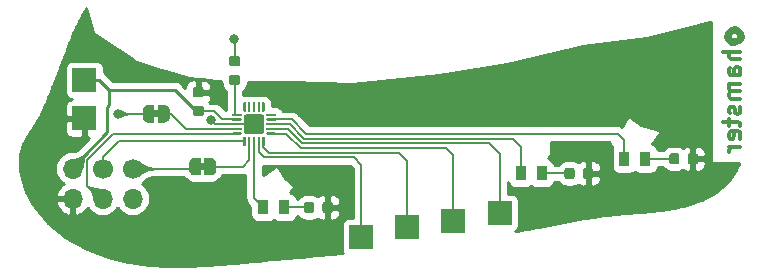
<source format=gbl>
G04 #@! TF.GenerationSoftware,KiCad,Pcbnew,(5.1.0)-1*
G04 #@! TF.CreationDate,2019-07-24T00:39:13-06:00*
G04 #@! TF.ProjectId,twinkletwinkie,7477696e-6b6c-4657-9477-696e6b69652e,rev?*
G04 #@! TF.SameCoordinates,PX89e92d0PY44794c0*
G04 #@! TF.FileFunction,Copper,L2,Bot*
G04 #@! TF.FilePolarity,Positive*
%FSLAX46Y46*%
G04 Gerber Fmt 4.6, Leading zero omitted, Abs format (unit mm)*
G04 Created by KiCad (PCBNEW (5.1.0)-1) date 2019-07-24 00:39:13*
%MOMM*%
%LPD*%
G04 APERTURE LIST*
%ADD10C,0.300000*%
%ADD11C,0.100000*%
%ADD12C,0.875000*%
%ADD13R,0.889000X1.270000*%
%ADD14R,2.000000X2.000000*%
%ADD15C,1.700000*%
%ADD16O,1.700000X1.700000*%
%ADD17C,0.143431*%
%ADD18C,0.200000*%
%ADD19C,0.500000*%
%ADD20C,0.800000*%
%ADD21C,0.254000*%
%ADD22C,0.177800*%
%ADD23C,0.025400*%
G04 APERTURE END LIST*
D10*
X29034285Y5288572D02*
X28962857Y5360000D01*
X28891428Y5502858D01*
X28891428Y5645715D01*
X28962857Y5788572D01*
X29034285Y5860000D01*
X29177142Y5931429D01*
X29320000Y5931429D01*
X29462857Y5860000D01*
X29534285Y5788572D01*
X29605714Y5645715D01*
X29605714Y5502858D01*
X29534285Y5360000D01*
X29462857Y5288572D01*
X28891428Y5288572D02*
X29462857Y5288572D01*
X29534285Y5217143D01*
X29534285Y5145715D01*
X29462857Y5002858D01*
X29320000Y4931429D01*
X28962857Y4931429D01*
X28748571Y5074286D01*
X28605714Y5288572D01*
X28534285Y5574286D01*
X28605714Y5860000D01*
X28748571Y6074286D01*
X28962857Y6217143D01*
X29248571Y6288572D01*
X29534285Y6217143D01*
X29748571Y6074286D01*
X29891428Y5860000D01*
X29962857Y5574286D01*
X29891428Y5288572D01*
X29748571Y5074286D01*
X29748571Y4288572D02*
X28248571Y4288572D01*
X29748571Y3645715D02*
X28962857Y3645715D01*
X28820000Y3717143D01*
X28748571Y3860000D01*
X28748571Y4074286D01*
X28820000Y4217143D01*
X28891428Y4288572D01*
X29748571Y2288572D02*
X28962857Y2288572D01*
X28820000Y2360000D01*
X28748571Y2502858D01*
X28748571Y2788572D01*
X28820000Y2931429D01*
X29677142Y2288572D02*
X29748571Y2431429D01*
X29748571Y2788572D01*
X29677142Y2931429D01*
X29534285Y3002858D01*
X29391428Y3002858D01*
X29248571Y2931429D01*
X29177142Y2788572D01*
X29177142Y2431429D01*
X29105714Y2288572D01*
X29748571Y1574286D02*
X28748571Y1574286D01*
X28891428Y1574286D02*
X28820000Y1502858D01*
X28748571Y1360000D01*
X28748571Y1145715D01*
X28820000Y1002858D01*
X28962857Y931429D01*
X29748571Y931429D01*
X28962857Y931429D02*
X28820000Y860000D01*
X28748571Y717143D01*
X28748571Y502858D01*
X28820000Y360000D01*
X28962857Y288572D01*
X29748571Y288572D01*
X29677142Y-354285D02*
X29748571Y-497142D01*
X29748571Y-782857D01*
X29677142Y-925714D01*
X29534285Y-997142D01*
X29462857Y-997142D01*
X29320000Y-925714D01*
X29248571Y-782857D01*
X29248571Y-568571D01*
X29177142Y-425714D01*
X29034285Y-354285D01*
X28962857Y-354285D01*
X28820000Y-425714D01*
X28748571Y-568571D01*
X28748571Y-782857D01*
X28820000Y-925714D01*
X28748571Y-1425714D02*
X28748571Y-1997142D01*
X28248571Y-1640000D02*
X29534285Y-1640000D01*
X29677142Y-1711428D01*
X29748571Y-1854285D01*
X29748571Y-1997142D01*
X29677142Y-3068571D02*
X29748571Y-2925714D01*
X29748571Y-2640000D01*
X29677142Y-2497142D01*
X29534285Y-2425714D01*
X28962857Y-2425714D01*
X28820000Y-2497142D01*
X28748571Y-2640000D01*
X28748571Y-2925714D01*
X28820000Y-3068571D01*
X28962857Y-3140000D01*
X29105714Y-3140000D01*
X29248571Y-2425714D01*
X29748571Y-3782857D02*
X28748571Y-3782857D01*
X29034285Y-3782857D02*
X28891428Y-3854285D01*
X28820000Y-3925714D01*
X28748571Y-4068571D01*
X28748571Y-4211428D01*
D11*
G36*
X-19970000Y-660000D02*
G01*
X-19470000Y-660000D01*
X-19470000Y-1260000D01*
X-19970000Y-1260000D01*
X-19970000Y-660000D01*
G37*
G36*
X-15540000Y-5730000D02*
G01*
X-16040000Y-5730000D01*
X-16040000Y-5130000D01*
X-15540000Y-5130000D01*
X-15540000Y-5730000D01*
G37*
G36*
X-12802309Y2348947D02*
G01*
X-12781074Y2345797D01*
X-12760250Y2340581D01*
X-12740038Y2333349D01*
X-12720632Y2324170D01*
X-12702219Y2313134D01*
X-12684976Y2300346D01*
X-12669070Y2285930D01*
X-12654654Y2270024D01*
X-12641866Y2252781D01*
X-12630830Y2234368D01*
X-12621651Y2214962D01*
X-12614419Y2194750D01*
X-12609203Y2173926D01*
X-12606053Y2152691D01*
X-12605000Y2131250D01*
X-12605000Y1693750D01*
X-12606053Y1672309D01*
X-12609203Y1651074D01*
X-12614419Y1630250D01*
X-12621651Y1610038D01*
X-12630830Y1590632D01*
X-12641866Y1572219D01*
X-12654654Y1554976D01*
X-12669070Y1539070D01*
X-12684976Y1524654D01*
X-12702219Y1511866D01*
X-12720632Y1500830D01*
X-12740038Y1491651D01*
X-12760250Y1484419D01*
X-12781074Y1479203D01*
X-12802309Y1476053D01*
X-12823750Y1475000D01*
X-13336250Y1475000D01*
X-13357691Y1476053D01*
X-13378926Y1479203D01*
X-13399750Y1484419D01*
X-13419962Y1491651D01*
X-13439368Y1500830D01*
X-13457781Y1511866D01*
X-13475024Y1524654D01*
X-13490930Y1539070D01*
X-13505346Y1554976D01*
X-13518134Y1572219D01*
X-13529170Y1590632D01*
X-13538349Y1610038D01*
X-13545581Y1630250D01*
X-13550797Y1651074D01*
X-13553947Y1672309D01*
X-13555000Y1693750D01*
X-13555000Y2131250D01*
X-13553947Y2152691D01*
X-13550797Y2173926D01*
X-13545581Y2194750D01*
X-13538349Y2214962D01*
X-13529170Y2234368D01*
X-13518134Y2252781D01*
X-13505346Y2270024D01*
X-13490930Y2285930D01*
X-13475024Y2300346D01*
X-13457781Y2313134D01*
X-13439368Y2324170D01*
X-13419962Y2333349D01*
X-13399750Y2340581D01*
X-13378926Y2345797D01*
X-13357691Y2348947D01*
X-13336250Y2350000D01*
X-12823750Y2350000D01*
X-12802309Y2348947D01*
X-12802309Y2348947D01*
G37*
D12*
X-13080000Y1912500D03*
D11*
G36*
X-12802309Y3923947D02*
G01*
X-12781074Y3920797D01*
X-12760250Y3915581D01*
X-12740038Y3908349D01*
X-12720632Y3899170D01*
X-12702219Y3888134D01*
X-12684976Y3875346D01*
X-12669070Y3860930D01*
X-12654654Y3845024D01*
X-12641866Y3827781D01*
X-12630830Y3809368D01*
X-12621651Y3789962D01*
X-12614419Y3769750D01*
X-12609203Y3748926D01*
X-12606053Y3727691D01*
X-12605000Y3706250D01*
X-12605000Y3268750D01*
X-12606053Y3247309D01*
X-12609203Y3226074D01*
X-12614419Y3205250D01*
X-12621651Y3185038D01*
X-12630830Y3165632D01*
X-12641866Y3147219D01*
X-12654654Y3129976D01*
X-12669070Y3114070D01*
X-12684976Y3099654D01*
X-12702219Y3086866D01*
X-12720632Y3075830D01*
X-12740038Y3066651D01*
X-12760250Y3059419D01*
X-12781074Y3054203D01*
X-12802309Y3051053D01*
X-12823750Y3050000D01*
X-13336250Y3050000D01*
X-13357691Y3051053D01*
X-13378926Y3054203D01*
X-13399750Y3059419D01*
X-13419962Y3066651D01*
X-13439368Y3075830D01*
X-13457781Y3086866D01*
X-13475024Y3099654D01*
X-13490930Y3114070D01*
X-13505346Y3129976D01*
X-13518134Y3147219D01*
X-13529170Y3165632D01*
X-13538349Y3185038D01*
X-13545581Y3205250D01*
X-13550797Y3226074D01*
X-13553947Y3247309D01*
X-13555000Y3268750D01*
X-13555000Y3706250D01*
X-13553947Y3727691D01*
X-13550797Y3748926D01*
X-13545581Y3769750D01*
X-13538349Y3789962D01*
X-13529170Y3809368D01*
X-13518134Y3827781D01*
X-13505346Y3845024D01*
X-13490930Y3860930D01*
X-13475024Y3875346D01*
X-13457781Y3888134D01*
X-13439368Y3899170D01*
X-13419962Y3908349D01*
X-13399750Y3915581D01*
X-13378926Y3920797D01*
X-13357691Y3923947D01*
X-13336250Y3925000D01*
X-12823750Y3925000D01*
X-12802309Y3923947D01*
X-12802309Y3923947D01*
G37*
D12*
X-13080000Y3487500D03*
D11*
G36*
X-6547309Y-8416053D02*
G01*
X-6526074Y-8419203D01*
X-6505250Y-8424419D01*
X-6485038Y-8431651D01*
X-6465632Y-8440830D01*
X-6447219Y-8451866D01*
X-6429976Y-8464654D01*
X-6414070Y-8479070D01*
X-6399654Y-8494976D01*
X-6386866Y-8512219D01*
X-6375830Y-8530632D01*
X-6366651Y-8550038D01*
X-6359419Y-8570250D01*
X-6354203Y-8591074D01*
X-6351053Y-8612309D01*
X-6350000Y-8633750D01*
X-6350000Y-9146250D01*
X-6351053Y-9167691D01*
X-6354203Y-9188926D01*
X-6359419Y-9209750D01*
X-6366651Y-9229962D01*
X-6375830Y-9249368D01*
X-6386866Y-9267781D01*
X-6399654Y-9285024D01*
X-6414070Y-9300930D01*
X-6429976Y-9315346D01*
X-6447219Y-9328134D01*
X-6465632Y-9339170D01*
X-6485038Y-9348349D01*
X-6505250Y-9355581D01*
X-6526074Y-9360797D01*
X-6547309Y-9363947D01*
X-6568750Y-9365000D01*
X-7006250Y-9365000D01*
X-7027691Y-9363947D01*
X-7048926Y-9360797D01*
X-7069750Y-9355581D01*
X-7089962Y-9348349D01*
X-7109368Y-9339170D01*
X-7127781Y-9328134D01*
X-7145024Y-9315346D01*
X-7160930Y-9300930D01*
X-7175346Y-9285024D01*
X-7188134Y-9267781D01*
X-7199170Y-9249368D01*
X-7208349Y-9229962D01*
X-7215581Y-9209750D01*
X-7220797Y-9188926D01*
X-7223947Y-9167691D01*
X-7225000Y-9146250D01*
X-7225000Y-8633750D01*
X-7223947Y-8612309D01*
X-7220797Y-8591074D01*
X-7215581Y-8570250D01*
X-7208349Y-8550038D01*
X-7199170Y-8530632D01*
X-7188134Y-8512219D01*
X-7175346Y-8494976D01*
X-7160930Y-8479070D01*
X-7145024Y-8464654D01*
X-7127781Y-8451866D01*
X-7109368Y-8440830D01*
X-7089962Y-8431651D01*
X-7069750Y-8424419D01*
X-7048926Y-8419203D01*
X-7027691Y-8416053D01*
X-7006250Y-8415000D01*
X-6568750Y-8415000D01*
X-6547309Y-8416053D01*
X-6547309Y-8416053D01*
G37*
D12*
X-6787500Y-8890000D03*
D11*
G36*
X-4972309Y-8416053D02*
G01*
X-4951074Y-8419203D01*
X-4930250Y-8424419D01*
X-4910038Y-8431651D01*
X-4890632Y-8440830D01*
X-4872219Y-8451866D01*
X-4854976Y-8464654D01*
X-4839070Y-8479070D01*
X-4824654Y-8494976D01*
X-4811866Y-8512219D01*
X-4800830Y-8530632D01*
X-4791651Y-8550038D01*
X-4784419Y-8570250D01*
X-4779203Y-8591074D01*
X-4776053Y-8612309D01*
X-4775000Y-8633750D01*
X-4775000Y-9146250D01*
X-4776053Y-9167691D01*
X-4779203Y-9188926D01*
X-4784419Y-9209750D01*
X-4791651Y-9229962D01*
X-4800830Y-9249368D01*
X-4811866Y-9267781D01*
X-4824654Y-9285024D01*
X-4839070Y-9300930D01*
X-4854976Y-9315346D01*
X-4872219Y-9328134D01*
X-4890632Y-9339170D01*
X-4910038Y-9348349D01*
X-4930250Y-9355581D01*
X-4951074Y-9360797D01*
X-4972309Y-9363947D01*
X-4993750Y-9365000D01*
X-5431250Y-9365000D01*
X-5452691Y-9363947D01*
X-5473926Y-9360797D01*
X-5494750Y-9355581D01*
X-5514962Y-9348349D01*
X-5534368Y-9339170D01*
X-5552781Y-9328134D01*
X-5570024Y-9315346D01*
X-5585930Y-9300930D01*
X-5600346Y-9285024D01*
X-5613134Y-9267781D01*
X-5624170Y-9249368D01*
X-5633349Y-9229962D01*
X-5640581Y-9209750D01*
X-5645797Y-9188926D01*
X-5648947Y-9167691D01*
X-5650000Y-9146250D01*
X-5650000Y-8633750D01*
X-5648947Y-8612309D01*
X-5645797Y-8591074D01*
X-5640581Y-8570250D01*
X-5633349Y-8550038D01*
X-5624170Y-8530632D01*
X-5613134Y-8512219D01*
X-5600346Y-8494976D01*
X-5585930Y-8479070D01*
X-5570024Y-8464654D01*
X-5552781Y-8451866D01*
X-5534368Y-8440830D01*
X-5514962Y-8431651D01*
X-5494750Y-8424419D01*
X-5473926Y-8419203D01*
X-5452691Y-8416053D01*
X-5431250Y-8415000D01*
X-4993750Y-8415000D01*
X-4972309Y-8416053D01*
X-4972309Y-8416053D01*
G37*
D12*
X-5212500Y-8890000D03*
D13*
X11151000Y-6010000D03*
X12929000Y-6010000D03*
D14*
X9350000Y-9370000D03*
X5444443Y-10060000D03*
X1538888Y-10530000D03*
X-2366667Y-11400000D03*
X-25800000Y-1360000D03*
X-25800000Y1900000D03*
D13*
X-10659000Y-8890000D03*
X-8881000Y-8890000D03*
X19911000Y-4780000D03*
X21689000Y-4780000D03*
D15*
X-21720000Y-5600000D03*
D16*
X-21720000Y-8140000D03*
D15*
X-24260000Y-5600000D03*
D16*
X-24260000Y-8140000D03*
X-26800000Y-5600000D03*
X-26800000Y-8140000D03*
D17*
X-12240000Y-3290000D03*
D11*
G36*
X-12180245Y-2890961D02*
G01*
X-12170866Y-2893806D01*
X-12162221Y-2898427D01*
X-12154645Y-2904645D01*
X-12148427Y-2912221D01*
X-12143806Y-2920866D01*
X-12140961Y-2930245D01*
X-12140000Y-2940000D01*
X-12140000Y-3640000D01*
X-12140961Y-3649755D01*
X-12143806Y-3659134D01*
X-12148427Y-3667779D01*
X-12154645Y-3675355D01*
X-12162221Y-3681573D01*
X-12170866Y-3686194D01*
X-12180245Y-3689039D01*
X-12190000Y-3690000D01*
X-12290000Y-3690000D01*
X-12299755Y-3689039D01*
X-12309134Y-3686194D01*
X-12317779Y-3681573D01*
X-12325355Y-3675355D01*
X-12331573Y-3667779D01*
X-12336194Y-3659134D01*
X-12339039Y-3649755D01*
X-12340000Y-3640000D01*
X-12340000Y-2990711D01*
X-12339039Y-2980956D01*
X-12336194Y-2971577D01*
X-12331573Y-2962932D01*
X-12325355Y-2955356D01*
X-12274644Y-2904645D01*
X-12267068Y-2898427D01*
X-12258423Y-2893806D01*
X-12249044Y-2890961D01*
X-12239289Y-2890000D01*
X-12190000Y-2890000D01*
X-12180245Y-2890961D01*
X-12180245Y-2890961D01*
G37*
G36*
X-11785099Y-2890241D02*
G01*
X-11780245Y-2890961D01*
X-11775486Y-2892153D01*
X-11770866Y-2893806D01*
X-11766430Y-2895904D01*
X-11762221Y-2898427D01*
X-11758280Y-2901349D01*
X-11754645Y-2904645D01*
X-11751349Y-2908280D01*
X-11748427Y-2912221D01*
X-11745904Y-2916430D01*
X-11743806Y-2920866D01*
X-11742153Y-2925486D01*
X-11740961Y-2930245D01*
X-11740241Y-2935099D01*
X-11740000Y-2940000D01*
X-11740000Y-3640000D01*
X-11740241Y-3644901D01*
X-11740961Y-3649755D01*
X-11742153Y-3654514D01*
X-11743806Y-3659134D01*
X-11745904Y-3663570D01*
X-11748427Y-3667779D01*
X-11751349Y-3671720D01*
X-11754645Y-3675355D01*
X-11758280Y-3678651D01*
X-11762221Y-3681573D01*
X-11766430Y-3684096D01*
X-11770866Y-3686194D01*
X-11775486Y-3687847D01*
X-11780245Y-3689039D01*
X-11785099Y-3689759D01*
X-11790000Y-3690000D01*
X-11890000Y-3690000D01*
X-11894901Y-3689759D01*
X-11899755Y-3689039D01*
X-11904514Y-3687847D01*
X-11909134Y-3686194D01*
X-11913570Y-3684096D01*
X-11917779Y-3681573D01*
X-11921720Y-3678651D01*
X-11925355Y-3675355D01*
X-11928651Y-3671720D01*
X-11931573Y-3667779D01*
X-11934096Y-3663570D01*
X-11936194Y-3659134D01*
X-11937847Y-3654514D01*
X-11939039Y-3649755D01*
X-11939759Y-3644901D01*
X-11940000Y-3640000D01*
X-11940000Y-2940000D01*
X-11939759Y-2935099D01*
X-11939039Y-2930245D01*
X-11937847Y-2925486D01*
X-11936194Y-2920866D01*
X-11934096Y-2916430D01*
X-11931573Y-2912221D01*
X-11928651Y-2908280D01*
X-11925355Y-2904645D01*
X-11921720Y-2901349D01*
X-11917779Y-2898427D01*
X-11913570Y-2895904D01*
X-11909134Y-2893806D01*
X-11904514Y-2892153D01*
X-11899755Y-2890961D01*
X-11894901Y-2890241D01*
X-11890000Y-2890000D01*
X-11790000Y-2890000D01*
X-11785099Y-2890241D01*
X-11785099Y-2890241D01*
G37*
D18*
X-11840000Y-3290000D03*
D11*
G36*
X-11385099Y-2890241D02*
G01*
X-11380245Y-2890961D01*
X-11375486Y-2892153D01*
X-11370866Y-2893806D01*
X-11366430Y-2895904D01*
X-11362221Y-2898427D01*
X-11358280Y-2901349D01*
X-11354645Y-2904645D01*
X-11351349Y-2908280D01*
X-11348427Y-2912221D01*
X-11345904Y-2916430D01*
X-11343806Y-2920866D01*
X-11342153Y-2925486D01*
X-11340961Y-2930245D01*
X-11340241Y-2935099D01*
X-11340000Y-2940000D01*
X-11340000Y-3640000D01*
X-11340241Y-3644901D01*
X-11340961Y-3649755D01*
X-11342153Y-3654514D01*
X-11343806Y-3659134D01*
X-11345904Y-3663570D01*
X-11348427Y-3667779D01*
X-11351349Y-3671720D01*
X-11354645Y-3675355D01*
X-11358280Y-3678651D01*
X-11362221Y-3681573D01*
X-11366430Y-3684096D01*
X-11370866Y-3686194D01*
X-11375486Y-3687847D01*
X-11380245Y-3689039D01*
X-11385099Y-3689759D01*
X-11390000Y-3690000D01*
X-11490000Y-3690000D01*
X-11494901Y-3689759D01*
X-11499755Y-3689039D01*
X-11504514Y-3687847D01*
X-11509134Y-3686194D01*
X-11513570Y-3684096D01*
X-11517779Y-3681573D01*
X-11521720Y-3678651D01*
X-11525355Y-3675355D01*
X-11528651Y-3671720D01*
X-11531573Y-3667779D01*
X-11534096Y-3663570D01*
X-11536194Y-3659134D01*
X-11537847Y-3654514D01*
X-11539039Y-3649755D01*
X-11539759Y-3644901D01*
X-11540000Y-3640000D01*
X-11540000Y-2940000D01*
X-11539759Y-2935099D01*
X-11539039Y-2930245D01*
X-11537847Y-2925486D01*
X-11536194Y-2920866D01*
X-11534096Y-2916430D01*
X-11531573Y-2912221D01*
X-11528651Y-2908280D01*
X-11525355Y-2904645D01*
X-11521720Y-2901349D01*
X-11517779Y-2898427D01*
X-11513570Y-2895904D01*
X-11509134Y-2893806D01*
X-11504514Y-2892153D01*
X-11499755Y-2890961D01*
X-11494901Y-2890241D01*
X-11490000Y-2890000D01*
X-11390000Y-2890000D01*
X-11385099Y-2890241D01*
X-11385099Y-2890241D01*
G37*
D18*
X-11440000Y-3290000D03*
D11*
G36*
X-10985099Y-2890241D02*
G01*
X-10980245Y-2890961D01*
X-10975486Y-2892153D01*
X-10970866Y-2893806D01*
X-10966430Y-2895904D01*
X-10962221Y-2898427D01*
X-10958280Y-2901349D01*
X-10954645Y-2904645D01*
X-10951349Y-2908280D01*
X-10948427Y-2912221D01*
X-10945904Y-2916430D01*
X-10943806Y-2920866D01*
X-10942153Y-2925486D01*
X-10940961Y-2930245D01*
X-10940241Y-2935099D01*
X-10940000Y-2940000D01*
X-10940000Y-3640000D01*
X-10940241Y-3644901D01*
X-10940961Y-3649755D01*
X-10942153Y-3654514D01*
X-10943806Y-3659134D01*
X-10945904Y-3663570D01*
X-10948427Y-3667779D01*
X-10951349Y-3671720D01*
X-10954645Y-3675355D01*
X-10958280Y-3678651D01*
X-10962221Y-3681573D01*
X-10966430Y-3684096D01*
X-10970866Y-3686194D01*
X-10975486Y-3687847D01*
X-10980245Y-3689039D01*
X-10985099Y-3689759D01*
X-10990000Y-3690000D01*
X-11090000Y-3690000D01*
X-11094901Y-3689759D01*
X-11099755Y-3689039D01*
X-11104514Y-3687847D01*
X-11109134Y-3686194D01*
X-11113570Y-3684096D01*
X-11117779Y-3681573D01*
X-11121720Y-3678651D01*
X-11125355Y-3675355D01*
X-11128651Y-3671720D01*
X-11131573Y-3667779D01*
X-11134096Y-3663570D01*
X-11136194Y-3659134D01*
X-11137847Y-3654514D01*
X-11139039Y-3649755D01*
X-11139759Y-3644901D01*
X-11140000Y-3640000D01*
X-11140000Y-2940000D01*
X-11139759Y-2935099D01*
X-11139039Y-2930245D01*
X-11137847Y-2925486D01*
X-11136194Y-2920866D01*
X-11134096Y-2916430D01*
X-11131573Y-2912221D01*
X-11128651Y-2908280D01*
X-11125355Y-2904645D01*
X-11121720Y-2901349D01*
X-11117779Y-2898427D01*
X-11113570Y-2895904D01*
X-11109134Y-2893806D01*
X-11104514Y-2892153D01*
X-11099755Y-2890961D01*
X-11094901Y-2890241D01*
X-11090000Y-2890000D01*
X-10990000Y-2890000D01*
X-10985099Y-2890241D01*
X-10985099Y-2890241D01*
G37*
D18*
X-11040000Y-3290000D03*
D17*
X-10640000Y-3290000D03*
D11*
G36*
X-10630956Y-2890961D02*
G01*
X-10621577Y-2893806D01*
X-10612932Y-2898427D01*
X-10605356Y-2904645D01*
X-10554645Y-2955356D01*
X-10548427Y-2962932D01*
X-10543806Y-2971577D01*
X-10540961Y-2980956D01*
X-10540000Y-2990711D01*
X-10540000Y-3640000D01*
X-10540961Y-3649755D01*
X-10543806Y-3659134D01*
X-10548427Y-3667779D01*
X-10554645Y-3675355D01*
X-10562221Y-3681573D01*
X-10570866Y-3686194D01*
X-10580245Y-3689039D01*
X-10590000Y-3690000D01*
X-10690000Y-3690000D01*
X-10699755Y-3689039D01*
X-10709134Y-3686194D01*
X-10717779Y-3681573D01*
X-10725355Y-3675355D01*
X-10731573Y-3667779D01*
X-10736194Y-3659134D01*
X-10739039Y-3649755D01*
X-10740000Y-3640000D01*
X-10740000Y-2940000D01*
X-10739039Y-2930245D01*
X-10736194Y-2920866D01*
X-10731573Y-2912221D01*
X-10725355Y-2904645D01*
X-10717779Y-2898427D01*
X-10709134Y-2893806D01*
X-10699755Y-2890961D01*
X-10690000Y-2890000D01*
X-10640711Y-2890000D01*
X-10630956Y-2890961D01*
X-10630956Y-2890961D01*
G37*
D17*
X-9990000Y-2640000D03*
D11*
G36*
X-9630245Y-2540961D02*
G01*
X-9620866Y-2543806D01*
X-9612221Y-2548427D01*
X-9604645Y-2554645D01*
X-9598427Y-2562221D01*
X-9593806Y-2570866D01*
X-9590961Y-2580245D01*
X-9590000Y-2590000D01*
X-9590000Y-2690000D01*
X-9590961Y-2699755D01*
X-9593806Y-2709134D01*
X-9598427Y-2717779D01*
X-9604645Y-2725355D01*
X-9612221Y-2731573D01*
X-9620866Y-2736194D01*
X-9630245Y-2739039D01*
X-9640000Y-2740000D01*
X-10289289Y-2740000D01*
X-10299044Y-2739039D01*
X-10308423Y-2736194D01*
X-10317068Y-2731573D01*
X-10324644Y-2725355D01*
X-10375355Y-2674644D01*
X-10381573Y-2667068D01*
X-10386194Y-2658423D01*
X-10389039Y-2649044D01*
X-10390000Y-2639289D01*
X-10390000Y-2590000D01*
X-10389039Y-2580245D01*
X-10386194Y-2570866D01*
X-10381573Y-2562221D01*
X-10375355Y-2554645D01*
X-10367779Y-2548427D01*
X-10359134Y-2543806D01*
X-10349755Y-2540961D01*
X-10340000Y-2540000D01*
X-9640000Y-2540000D01*
X-9630245Y-2540961D01*
X-9630245Y-2540961D01*
G37*
G36*
X-9635099Y-2140241D02*
G01*
X-9630245Y-2140961D01*
X-9625486Y-2142153D01*
X-9620866Y-2143806D01*
X-9616430Y-2145904D01*
X-9612221Y-2148427D01*
X-9608280Y-2151349D01*
X-9604645Y-2154645D01*
X-9601349Y-2158280D01*
X-9598427Y-2162221D01*
X-9595904Y-2166430D01*
X-9593806Y-2170866D01*
X-9592153Y-2175486D01*
X-9590961Y-2180245D01*
X-9590241Y-2185099D01*
X-9590000Y-2190000D01*
X-9590000Y-2290000D01*
X-9590241Y-2294901D01*
X-9590961Y-2299755D01*
X-9592153Y-2304514D01*
X-9593806Y-2309134D01*
X-9595904Y-2313570D01*
X-9598427Y-2317779D01*
X-9601349Y-2321720D01*
X-9604645Y-2325355D01*
X-9608280Y-2328651D01*
X-9612221Y-2331573D01*
X-9616430Y-2334096D01*
X-9620866Y-2336194D01*
X-9625486Y-2337847D01*
X-9630245Y-2339039D01*
X-9635099Y-2339759D01*
X-9640000Y-2340000D01*
X-10340000Y-2340000D01*
X-10344901Y-2339759D01*
X-10349755Y-2339039D01*
X-10354514Y-2337847D01*
X-10359134Y-2336194D01*
X-10363570Y-2334096D01*
X-10367779Y-2331573D01*
X-10371720Y-2328651D01*
X-10375355Y-2325355D01*
X-10378651Y-2321720D01*
X-10381573Y-2317779D01*
X-10384096Y-2313570D01*
X-10386194Y-2309134D01*
X-10387847Y-2304514D01*
X-10389039Y-2299755D01*
X-10389759Y-2294901D01*
X-10390000Y-2290000D01*
X-10390000Y-2190000D01*
X-10389759Y-2185099D01*
X-10389039Y-2180245D01*
X-10387847Y-2175486D01*
X-10386194Y-2170866D01*
X-10384096Y-2166430D01*
X-10381573Y-2162221D01*
X-10378651Y-2158280D01*
X-10375355Y-2154645D01*
X-10371720Y-2151349D01*
X-10367779Y-2148427D01*
X-10363570Y-2145904D01*
X-10359134Y-2143806D01*
X-10354514Y-2142153D01*
X-10349755Y-2140961D01*
X-10344901Y-2140241D01*
X-10340000Y-2140000D01*
X-9640000Y-2140000D01*
X-9635099Y-2140241D01*
X-9635099Y-2140241D01*
G37*
D18*
X-9990000Y-2240000D03*
D11*
G36*
X-9635099Y-1740241D02*
G01*
X-9630245Y-1740961D01*
X-9625486Y-1742153D01*
X-9620866Y-1743806D01*
X-9616430Y-1745904D01*
X-9612221Y-1748427D01*
X-9608280Y-1751349D01*
X-9604645Y-1754645D01*
X-9601349Y-1758280D01*
X-9598427Y-1762221D01*
X-9595904Y-1766430D01*
X-9593806Y-1770866D01*
X-9592153Y-1775486D01*
X-9590961Y-1780245D01*
X-9590241Y-1785099D01*
X-9590000Y-1790000D01*
X-9590000Y-1890000D01*
X-9590241Y-1894901D01*
X-9590961Y-1899755D01*
X-9592153Y-1904514D01*
X-9593806Y-1909134D01*
X-9595904Y-1913570D01*
X-9598427Y-1917779D01*
X-9601349Y-1921720D01*
X-9604645Y-1925355D01*
X-9608280Y-1928651D01*
X-9612221Y-1931573D01*
X-9616430Y-1934096D01*
X-9620866Y-1936194D01*
X-9625486Y-1937847D01*
X-9630245Y-1939039D01*
X-9635099Y-1939759D01*
X-9640000Y-1940000D01*
X-10340000Y-1940000D01*
X-10344901Y-1939759D01*
X-10349755Y-1939039D01*
X-10354514Y-1937847D01*
X-10359134Y-1936194D01*
X-10363570Y-1934096D01*
X-10367779Y-1931573D01*
X-10371720Y-1928651D01*
X-10375355Y-1925355D01*
X-10378651Y-1921720D01*
X-10381573Y-1917779D01*
X-10384096Y-1913570D01*
X-10386194Y-1909134D01*
X-10387847Y-1904514D01*
X-10389039Y-1899755D01*
X-10389759Y-1894901D01*
X-10390000Y-1890000D01*
X-10390000Y-1790000D01*
X-10389759Y-1785099D01*
X-10389039Y-1780245D01*
X-10387847Y-1775486D01*
X-10386194Y-1770866D01*
X-10384096Y-1766430D01*
X-10381573Y-1762221D01*
X-10378651Y-1758280D01*
X-10375355Y-1754645D01*
X-10371720Y-1751349D01*
X-10367779Y-1748427D01*
X-10363570Y-1745904D01*
X-10359134Y-1743806D01*
X-10354514Y-1742153D01*
X-10349755Y-1740961D01*
X-10344901Y-1740241D01*
X-10340000Y-1740000D01*
X-9640000Y-1740000D01*
X-9635099Y-1740241D01*
X-9635099Y-1740241D01*
G37*
D18*
X-9990000Y-1840000D03*
D11*
G36*
X-9635099Y-1340241D02*
G01*
X-9630245Y-1340961D01*
X-9625486Y-1342153D01*
X-9620866Y-1343806D01*
X-9616430Y-1345904D01*
X-9612221Y-1348427D01*
X-9608280Y-1351349D01*
X-9604645Y-1354645D01*
X-9601349Y-1358280D01*
X-9598427Y-1362221D01*
X-9595904Y-1366430D01*
X-9593806Y-1370866D01*
X-9592153Y-1375486D01*
X-9590961Y-1380245D01*
X-9590241Y-1385099D01*
X-9590000Y-1390000D01*
X-9590000Y-1490000D01*
X-9590241Y-1494901D01*
X-9590961Y-1499755D01*
X-9592153Y-1504514D01*
X-9593806Y-1509134D01*
X-9595904Y-1513570D01*
X-9598427Y-1517779D01*
X-9601349Y-1521720D01*
X-9604645Y-1525355D01*
X-9608280Y-1528651D01*
X-9612221Y-1531573D01*
X-9616430Y-1534096D01*
X-9620866Y-1536194D01*
X-9625486Y-1537847D01*
X-9630245Y-1539039D01*
X-9635099Y-1539759D01*
X-9640000Y-1540000D01*
X-10340000Y-1540000D01*
X-10344901Y-1539759D01*
X-10349755Y-1539039D01*
X-10354514Y-1537847D01*
X-10359134Y-1536194D01*
X-10363570Y-1534096D01*
X-10367779Y-1531573D01*
X-10371720Y-1528651D01*
X-10375355Y-1525355D01*
X-10378651Y-1521720D01*
X-10381573Y-1517779D01*
X-10384096Y-1513570D01*
X-10386194Y-1509134D01*
X-10387847Y-1504514D01*
X-10389039Y-1499755D01*
X-10389759Y-1494901D01*
X-10390000Y-1490000D01*
X-10390000Y-1390000D01*
X-10389759Y-1385099D01*
X-10389039Y-1380245D01*
X-10387847Y-1375486D01*
X-10386194Y-1370866D01*
X-10384096Y-1366430D01*
X-10381573Y-1362221D01*
X-10378651Y-1358280D01*
X-10375355Y-1354645D01*
X-10371720Y-1351349D01*
X-10367779Y-1348427D01*
X-10363570Y-1345904D01*
X-10359134Y-1343806D01*
X-10354514Y-1342153D01*
X-10349755Y-1340961D01*
X-10344901Y-1340241D01*
X-10340000Y-1340000D01*
X-9640000Y-1340000D01*
X-9635099Y-1340241D01*
X-9635099Y-1340241D01*
G37*
D18*
X-9990000Y-1440000D03*
D17*
X-9990000Y-1040000D03*
D11*
G36*
X-9630245Y-940961D02*
G01*
X-9620866Y-943806D01*
X-9612221Y-948427D01*
X-9604645Y-954645D01*
X-9598427Y-962221D01*
X-9593806Y-970866D01*
X-9590961Y-980245D01*
X-9590000Y-990000D01*
X-9590000Y-1090000D01*
X-9590961Y-1099755D01*
X-9593806Y-1109134D01*
X-9598427Y-1117779D01*
X-9604645Y-1125355D01*
X-9612221Y-1131573D01*
X-9620866Y-1136194D01*
X-9630245Y-1139039D01*
X-9640000Y-1140000D01*
X-10340000Y-1140000D01*
X-10349755Y-1139039D01*
X-10359134Y-1136194D01*
X-10367779Y-1131573D01*
X-10375355Y-1125355D01*
X-10381573Y-1117779D01*
X-10386194Y-1109134D01*
X-10389039Y-1099755D01*
X-10390000Y-1090000D01*
X-10390000Y-1040711D01*
X-10389039Y-1030956D01*
X-10386194Y-1021577D01*
X-10381573Y-1012932D01*
X-10375355Y-1005356D01*
X-10324644Y-954645D01*
X-10317068Y-948427D01*
X-10308423Y-943806D01*
X-10299044Y-940961D01*
X-10289289Y-940000D01*
X-9640000Y-940000D01*
X-9630245Y-940961D01*
X-9630245Y-940961D01*
G37*
D17*
X-10640000Y-390000D03*
D11*
G36*
X-10580245Y9039D02*
G01*
X-10570866Y6194D01*
X-10562221Y1573D01*
X-10554645Y-4645D01*
X-10548427Y-12221D01*
X-10543806Y-20866D01*
X-10540961Y-30245D01*
X-10540000Y-40000D01*
X-10540000Y-689289D01*
X-10540961Y-699044D01*
X-10543806Y-708423D01*
X-10548427Y-717068D01*
X-10554645Y-724644D01*
X-10605356Y-775355D01*
X-10612932Y-781573D01*
X-10621577Y-786194D01*
X-10630956Y-789039D01*
X-10640711Y-790000D01*
X-10690000Y-790000D01*
X-10699755Y-789039D01*
X-10709134Y-786194D01*
X-10717779Y-781573D01*
X-10725355Y-775355D01*
X-10731573Y-767779D01*
X-10736194Y-759134D01*
X-10739039Y-749755D01*
X-10740000Y-740000D01*
X-10740000Y-40000D01*
X-10739039Y-30245D01*
X-10736194Y-20866D01*
X-10731573Y-12221D01*
X-10725355Y-4645D01*
X-10717779Y1573D01*
X-10709134Y6194D01*
X-10699755Y9039D01*
X-10690000Y10000D01*
X-10590000Y10000D01*
X-10580245Y9039D01*
X-10580245Y9039D01*
G37*
G36*
X-10985099Y9759D02*
G01*
X-10980245Y9039D01*
X-10975486Y7847D01*
X-10970866Y6194D01*
X-10966430Y4096D01*
X-10962221Y1573D01*
X-10958280Y-1349D01*
X-10954645Y-4645D01*
X-10951349Y-8280D01*
X-10948427Y-12221D01*
X-10945904Y-16430D01*
X-10943806Y-20866D01*
X-10942153Y-25486D01*
X-10940961Y-30245D01*
X-10940241Y-35099D01*
X-10940000Y-40000D01*
X-10940000Y-740000D01*
X-10940241Y-744901D01*
X-10940961Y-749755D01*
X-10942153Y-754514D01*
X-10943806Y-759134D01*
X-10945904Y-763570D01*
X-10948427Y-767779D01*
X-10951349Y-771720D01*
X-10954645Y-775355D01*
X-10958280Y-778651D01*
X-10962221Y-781573D01*
X-10966430Y-784096D01*
X-10970866Y-786194D01*
X-10975486Y-787847D01*
X-10980245Y-789039D01*
X-10985099Y-789759D01*
X-10990000Y-790000D01*
X-11090000Y-790000D01*
X-11094901Y-789759D01*
X-11099755Y-789039D01*
X-11104514Y-787847D01*
X-11109134Y-786194D01*
X-11113570Y-784096D01*
X-11117779Y-781573D01*
X-11121720Y-778651D01*
X-11125355Y-775355D01*
X-11128651Y-771720D01*
X-11131573Y-767779D01*
X-11134096Y-763570D01*
X-11136194Y-759134D01*
X-11137847Y-754514D01*
X-11139039Y-749755D01*
X-11139759Y-744901D01*
X-11140000Y-740000D01*
X-11140000Y-40000D01*
X-11139759Y-35099D01*
X-11139039Y-30245D01*
X-11137847Y-25486D01*
X-11136194Y-20866D01*
X-11134096Y-16430D01*
X-11131573Y-12221D01*
X-11128651Y-8280D01*
X-11125355Y-4645D01*
X-11121720Y-1349D01*
X-11117779Y1573D01*
X-11113570Y4096D01*
X-11109134Y6194D01*
X-11104514Y7847D01*
X-11099755Y9039D01*
X-11094901Y9759D01*
X-11090000Y10000D01*
X-10990000Y10000D01*
X-10985099Y9759D01*
X-10985099Y9759D01*
G37*
D18*
X-11040000Y-390000D03*
D11*
G36*
X-11385099Y9759D02*
G01*
X-11380245Y9039D01*
X-11375486Y7847D01*
X-11370866Y6194D01*
X-11366430Y4096D01*
X-11362221Y1573D01*
X-11358280Y-1349D01*
X-11354645Y-4645D01*
X-11351349Y-8280D01*
X-11348427Y-12221D01*
X-11345904Y-16430D01*
X-11343806Y-20866D01*
X-11342153Y-25486D01*
X-11340961Y-30245D01*
X-11340241Y-35099D01*
X-11340000Y-40000D01*
X-11340000Y-740000D01*
X-11340241Y-744901D01*
X-11340961Y-749755D01*
X-11342153Y-754514D01*
X-11343806Y-759134D01*
X-11345904Y-763570D01*
X-11348427Y-767779D01*
X-11351349Y-771720D01*
X-11354645Y-775355D01*
X-11358280Y-778651D01*
X-11362221Y-781573D01*
X-11366430Y-784096D01*
X-11370866Y-786194D01*
X-11375486Y-787847D01*
X-11380245Y-789039D01*
X-11385099Y-789759D01*
X-11390000Y-790000D01*
X-11490000Y-790000D01*
X-11494901Y-789759D01*
X-11499755Y-789039D01*
X-11504514Y-787847D01*
X-11509134Y-786194D01*
X-11513570Y-784096D01*
X-11517779Y-781573D01*
X-11521720Y-778651D01*
X-11525355Y-775355D01*
X-11528651Y-771720D01*
X-11531573Y-767779D01*
X-11534096Y-763570D01*
X-11536194Y-759134D01*
X-11537847Y-754514D01*
X-11539039Y-749755D01*
X-11539759Y-744901D01*
X-11540000Y-740000D01*
X-11540000Y-40000D01*
X-11539759Y-35099D01*
X-11539039Y-30245D01*
X-11537847Y-25486D01*
X-11536194Y-20866D01*
X-11534096Y-16430D01*
X-11531573Y-12221D01*
X-11528651Y-8280D01*
X-11525355Y-4645D01*
X-11521720Y-1349D01*
X-11517779Y1573D01*
X-11513570Y4096D01*
X-11509134Y6194D01*
X-11504514Y7847D01*
X-11499755Y9039D01*
X-11494901Y9759D01*
X-11490000Y10000D01*
X-11390000Y10000D01*
X-11385099Y9759D01*
X-11385099Y9759D01*
G37*
D18*
X-11440000Y-390000D03*
D11*
G36*
X-11785099Y9759D02*
G01*
X-11780245Y9039D01*
X-11775486Y7847D01*
X-11770866Y6194D01*
X-11766430Y4096D01*
X-11762221Y1573D01*
X-11758280Y-1349D01*
X-11754645Y-4645D01*
X-11751349Y-8280D01*
X-11748427Y-12221D01*
X-11745904Y-16430D01*
X-11743806Y-20866D01*
X-11742153Y-25486D01*
X-11740961Y-30245D01*
X-11740241Y-35099D01*
X-11740000Y-40000D01*
X-11740000Y-740000D01*
X-11740241Y-744901D01*
X-11740961Y-749755D01*
X-11742153Y-754514D01*
X-11743806Y-759134D01*
X-11745904Y-763570D01*
X-11748427Y-767779D01*
X-11751349Y-771720D01*
X-11754645Y-775355D01*
X-11758280Y-778651D01*
X-11762221Y-781573D01*
X-11766430Y-784096D01*
X-11770866Y-786194D01*
X-11775486Y-787847D01*
X-11780245Y-789039D01*
X-11785099Y-789759D01*
X-11790000Y-790000D01*
X-11890000Y-790000D01*
X-11894901Y-789759D01*
X-11899755Y-789039D01*
X-11904514Y-787847D01*
X-11909134Y-786194D01*
X-11913570Y-784096D01*
X-11917779Y-781573D01*
X-11921720Y-778651D01*
X-11925355Y-775355D01*
X-11928651Y-771720D01*
X-11931573Y-767779D01*
X-11934096Y-763570D01*
X-11936194Y-759134D01*
X-11937847Y-754514D01*
X-11939039Y-749755D01*
X-11939759Y-744901D01*
X-11940000Y-740000D01*
X-11940000Y-40000D01*
X-11939759Y-35099D01*
X-11939039Y-30245D01*
X-11937847Y-25486D01*
X-11936194Y-20866D01*
X-11934096Y-16430D01*
X-11931573Y-12221D01*
X-11928651Y-8280D01*
X-11925355Y-4645D01*
X-11921720Y-1349D01*
X-11917779Y1573D01*
X-11913570Y4096D01*
X-11909134Y6194D01*
X-11904514Y7847D01*
X-11899755Y9039D01*
X-11894901Y9759D01*
X-11890000Y10000D01*
X-11790000Y10000D01*
X-11785099Y9759D01*
X-11785099Y9759D01*
G37*
D18*
X-11840000Y-390000D03*
D17*
X-12240000Y-390000D03*
D11*
G36*
X-12180245Y9039D02*
G01*
X-12170866Y6194D01*
X-12162221Y1573D01*
X-12154645Y-4645D01*
X-12148427Y-12221D01*
X-12143806Y-20866D01*
X-12140961Y-30245D01*
X-12140000Y-40000D01*
X-12140000Y-740000D01*
X-12140961Y-749755D01*
X-12143806Y-759134D01*
X-12148427Y-767779D01*
X-12154645Y-775355D01*
X-12162221Y-781573D01*
X-12170866Y-786194D01*
X-12180245Y-789039D01*
X-12190000Y-790000D01*
X-12239289Y-790000D01*
X-12249044Y-789039D01*
X-12258423Y-786194D01*
X-12267068Y-781573D01*
X-12274644Y-775355D01*
X-12325355Y-724644D01*
X-12331573Y-717068D01*
X-12336194Y-708423D01*
X-12339039Y-699044D01*
X-12340000Y-689289D01*
X-12340000Y-40000D01*
X-12339039Y-30245D01*
X-12336194Y-20866D01*
X-12331573Y-12221D01*
X-12325355Y-4645D01*
X-12317779Y1573D01*
X-12309134Y6194D01*
X-12299755Y9039D01*
X-12290000Y10000D01*
X-12190000Y10000D01*
X-12180245Y9039D01*
X-12180245Y9039D01*
G37*
D17*
X-12890000Y-1040000D03*
D11*
G36*
X-12580956Y-940961D02*
G01*
X-12571577Y-943806D01*
X-12562932Y-948427D01*
X-12555356Y-954645D01*
X-12504645Y-1005356D01*
X-12498427Y-1012932D01*
X-12493806Y-1021577D01*
X-12490961Y-1030956D01*
X-12490000Y-1040711D01*
X-12490000Y-1090000D01*
X-12490961Y-1099755D01*
X-12493806Y-1109134D01*
X-12498427Y-1117779D01*
X-12504645Y-1125355D01*
X-12512221Y-1131573D01*
X-12520866Y-1136194D01*
X-12530245Y-1139039D01*
X-12540000Y-1140000D01*
X-13240000Y-1140000D01*
X-13249755Y-1139039D01*
X-13259134Y-1136194D01*
X-13267779Y-1131573D01*
X-13275355Y-1125355D01*
X-13281573Y-1117779D01*
X-13286194Y-1109134D01*
X-13289039Y-1099755D01*
X-13290000Y-1090000D01*
X-13290000Y-990000D01*
X-13289039Y-980245D01*
X-13286194Y-970866D01*
X-13281573Y-962221D01*
X-13275355Y-954645D01*
X-13267779Y-948427D01*
X-13259134Y-943806D01*
X-13249755Y-940961D01*
X-13240000Y-940000D01*
X-12590711Y-940000D01*
X-12580956Y-940961D01*
X-12580956Y-940961D01*
G37*
G36*
X-12535099Y-1340241D02*
G01*
X-12530245Y-1340961D01*
X-12525486Y-1342153D01*
X-12520866Y-1343806D01*
X-12516430Y-1345904D01*
X-12512221Y-1348427D01*
X-12508280Y-1351349D01*
X-12504645Y-1354645D01*
X-12501349Y-1358280D01*
X-12498427Y-1362221D01*
X-12495904Y-1366430D01*
X-12493806Y-1370866D01*
X-12492153Y-1375486D01*
X-12490961Y-1380245D01*
X-12490241Y-1385099D01*
X-12490000Y-1390000D01*
X-12490000Y-1490000D01*
X-12490241Y-1494901D01*
X-12490961Y-1499755D01*
X-12492153Y-1504514D01*
X-12493806Y-1509134D01*
X-12495904Y-1513570D01*
X-12498427Y-1517779D01*
X-12501349Y-1521720D01*
X-12504645Y-1525355D01*
X-12508280Y-1528651D01*
X-12512221Y-1531573D01*
X-12516430Y-1534096D01*
X-12520866Y-1536194D01*
X-12525486Y-1537847D01*
X-12530245Y-1539039D01*
X-12535099Y-1539759D01*
X-12540000Y-1540000D01*
X-13240000Y-1540000D01*
X-13244901Y-1539759D01*
X-13249755Y-1539039D01*
X-13254514Y-1537847D01*
X-13259134Y-1536194D01*
X-13263570Y-1534096D01*
X-13267779Y-1531573D01*
X-13271720Y-1528651D01*
X-13275355Y-1525355D01*
X-13278651Y-1521720D01*
X-13281573Y-1517779D01*
X-13284096Y-1513570D01*
X-13286194Y-1509134D01*
X-13287847Y-1504514D01*
X-13289039Y-1499755D01*
X-13289759Y-1494901D01*
X-13290000Y-1490000D01*
X-13290000Y-1390000D01*
X-13289759Y-1385099D01*
X-13289039Y-1380245D01*
X-13287847Y-1375486D01*
X-13286194Y-1370866D01*
X-13284096Y-1366430D01*
X-13281573Y-1362221D01*
X-13278651Y-1358280D01*
X-13275355Y-1354645D01*
X-13271720Y-1351349D01*
X-13267779Y-1348427D01*
X-13263570Y-1345904D01*
X-13259134Y-1343806D01*
X-13254514Y-1342153D01*
X-13249755Y-1340961D01*
X-13244901Y-1340241D01*
X-13240000Y-1340000D01*
X-12540000Y-1340000D01*
X-12535099Y-1340241D01*
X-12535099Y-1340241D01*
G37*
D18*
X-12890000Y-1440000D03*
D11*
G36*
X-12535099Y-1740241D02*
G01*
X-12530245Y-1740961D01*
X-12525486Y-1742153D01*
X-12520866Y-1743806D01*
X-12516430Y-1745904D01*
X-12512221Y-1748427D01*
X-12508280Y-1751349D01*
X-12504645Y-1754645D01*
X-12501349Y-1758280D01*
X-12498427Y-1762221D01*
X-12495904Y-1766430D01*
X-12493806Y-1770866D01*
X-12492153Y-1775486D01*
X-12490961Y-1780245D01*
X-12490241Y-1785099D01*
X-12490000Y-1790000D01*
X-12490000Y-1890000D01*
X-12490241Y-1894901D01*
X-12490961Y-1899755D01*
X-12492153Y-1904514D01*
X-12493806Y-1909134D01*
X-12495904Y-1913570D01*
X-12498427Y-1917779D01*
X-12501349Y-1921720D01*
X-12504645Y-1925355D01*
X-12508280Y-1928651D01*
X-12512221Y-1931573D01*
X-12516430Y-1934096D01*
X-12520866Y-1936194D01*
X-12525486Y-1937847D01*
X-12530245Y-1939039D01*
X-12535099Y-1939759D01*
X-12540000Y-1940000D01*
X-13240000Y-1940000D01*
X-13244901Y-1939759D01*
X-13249755Y-1939039D01*
X-13254514Y-1937847D01*
X-13259134Y-1936194D01*
X-13263570Y-1934096D01*
X-13267779Y-1931573D01*
X-13271720Y-1928651D01*
X-13275355Y-1925355D01*
X-13278651Y-1921720D01*
X-13281573Y-1917779D01*
X-13284096Y-1913570D01*
X-13286194Y-1909134D01*
X-13287847Y-1904514D01*
X-13289039Y-1899755D01*
X-13289759Y-1894901D01*
X-13290000Y-1890000D01*
X-13290000Y-1790000D01*
X-13289759Y-1785099D01*
X-13289039Y-1780245D01*
X-13287847Y-1775486D01*
X-13286194Y-1770866D01*
X-13284096Y-1766430D01*
X-13281573Y-1762221D01*
X-13278651Y-1758280D01*
X-13275355Y-1754645D01*
X-13271720Y-1751349D01*
X-13267779Y-1748427D01*
X-13263570Y-1745904D01*
X-13259134Y-1743806D01*
X-13254514Y-1742153D01*
X-13249755Y-1740961D01*
X-13244901Y-1740241D01*
X-13240000Y-1740000D01*
X-12540000Y-1740000D01*
X-12535099Y-1740241D01*
X-12535099Y-1740241D01*
G37*
D18*
X-12890000Y-1840000D03*
D11*
G36*
X-12535099Y-2140241D02*
G01*
X-12530245Y-2140961D01*
X-12525486Y-2142153D01*
X-12520866Y-2143806D01*
X-12516430Y-2145904D01*
X-12512221Y-2148427D01*
X-12508280Y-2151349D01*
X-12504645Y-2154645D01*
X-12501349Y-2158280D01*
X-12498427Y-2162221D01*
X-12495904Y-2166430D01*
X-12493806Y-2170866D01*
X-12492153Y-2175486D01*
X-12490961Y-2180245D01*
X-12490241Y-2185099D01*
X-12490000Y-2190000D01*
X-12490000Y-2290000D01*
X-12490241Y-2294901D01*
X-12490961Y-2299755D01*
X-12492153Y-2304514D01*
X-12493806Y-2309134D01*
X-12495904Y-2313570D01*
X-12498427Y-2317779D01*
X-12501349Y-2321720D01*
X-12504645Y-2325355D01*
X-12508280Y-2328651D01*
X-12512221Y-2331573D01*
X-12516430Y-2334096D01*
X-12520866Y-2336194D01*
X-12525486Y-2337847D01*
X-12530245Y-2339039D01*
X-12535099Y-2339759D01*
X-12540000Y-2340000D01*
X-13240000Y-2340000D01*
X-13244901Y-2339759D01*
X-13249755Y-2339039D01*
X-13254514Y-2337847D01*
X-13259134Y-2336194D01*
X-13263570Y-2334096D01*
X-13267779Y-2331573D01*
X-13271720Y-2328651D01*
X-13275355Y-2325355D01*
X-13278651Y-2321720D01*
X-13281573Y-2317779D01*
X-13284096Y-2313570D01*
X-13286194Y-2309134D01*
X-13287847Y-2304514D01*
X-13289039Y-2299755D01*
X-13289759Y-2294901D01*
X-13290000Y-2290000D01*
X-13290000Y-2190000D01*
X-13289759Y-2185099D01*
X-13289039Y-2180245D01*
X-13287847Y-2175486D01*
X-13286194Y-2170866D01*
X-13284096Y-2166430D01*
X-13281573Y-2162221D01*
X-13278651Y-2158280D01*
X-13275355Y-2154645D01*
X-13271720Y-2151349D01*
X-13267779Y-2148427D01*
X-13263570Y-2145904D01*
X-13259134Y-2143806D01*
X-13254514Y-2142153D01*
X-13249755Y-2140961D01*
X-13244901Y-2140241D01*
X-13240000Y-2140000D01*
X-12540000Y-2140000D01*
X-12535099Y-2140241D01*
X-12535099Y-2140241D01*
G37*
D18*
X-12890000Y-2240000D03*
D17*
X-12890000Y-2640000D03*
D11*
G36*
X-12530245Y-2540961D02*
G01*
X-12520866Y-2543806D01*
X-12512221Y-2548427D01*
X-12504645Y-2554645D01*
X-12498427Y-2562221D01*
X-12493806Y-2570866D01*
X-12490961Y-2580245D01*
X-12490000Y-2590000D01*
X-12490000Y-2639289D01*
X-12490961Y-2649044D01*
X-12493806Y-2658423D01*
X-12498427Y-2667068D01*
X-12504645Y-2674644D01*
X-12555356Y-2725355D01*
X-12562932Y-2731573D01*
X-12571577Y-2736194D01*
X-12580956Y-2739039D01*
X-12590711Y-2740000D01*
X-13240000Y-2740000D01*
X-13249755Y-2739039D01*
X-13259134Y-2736194D01*
X-13267779Y-2731573D01*
X-13275355Y-2725355D01*
X-13281573Y-2717779D01*
X-13286194Y-2709134D01*
X-13289039Y-2699755D01*
X-13290000Y-2690000D01*
X-13290000Y-2590000D01*
X-13289039Y-2580245D01*
X-13286194Y-2570866D01*
X-13281573Y-2562221D01*
X-13275355Y-2554645D01*
X-13267779Y-2548427D01*
X-13259134Y-2543806D01*
X-13249755Y-2540961D01*
X-13240000Y-2540000D01*
X-12540000Y-2540000D01*
X-12530245Y-2540961D01*
X-12530245Y-2540961D01*
G37*
G36*
X-10815496Y-991204D02*
G01*
X-10791227Y-994804D01*
X-10767429Y-1000765D01*
X-10744329Y-1009030D01*
X-10722151Y-1019520D01*
X-10701107Y-1032133D01*
X-10681402Y-1046747D01*
X-10663223Y-1063223D01*
X-10646747Y-1081402D01*
X-10632133Y-1101107D01*
X-10619520Y-1122151D01*
X-10609030Y-1144329D01*
X-10600765Y-1167429D01*
X-10594804Y-1191227D01*
X-10591204Y-1215496D01*
X-10590000Y-1240000D01*
X-10590000Y-2440000D01*
X-10591204Y-2464504D01*
X-10594804Y-2488773D01*
X-10600765Y-2512571D01*
X-10609030Y-2535671D01*
X-10619520Y-2557849D01*
X-10632133Y-2578893D01*
X-10646747Y-2598598D01*
X-10663223Y-2616777D01*
X-10681402Y-2633253D01*
X-10701107Y-2647867D01*
X-10722151Y-2660480D01*
X-10744329Y-2670970D01*
X-10767429Y-2679235D01*
X-10791227Y-2685196D01*
X-10815496Y-2688796D01*
X-10840000Y-2690000D01*
X-12040000Y-2690000D01*
X-12064504Y-2688796D01*
X-12088773Y-2685196D01*
X-12112571Y-2679235D01*
X-12135671Y-2670970D01*
X-12157849Y-2660480D01*
X-12178893Y-2647867D01*
X-12198598Y-2633253D01*
X-12216777Y-2616777D01*
X-12233253Y-2598598D01*
X-12247867Y-2578893D01*
X-12260480Y-2557849D01*
X-12270970Y-2535671D01*
X-12279235Y-2512571D01*
X-12285196Y-2488773D01*
X-12288796Y-2464504D01*
X-12290000Y-2440000D01*
X-12290000Y-1240000D01*
X-12288796Y-1215496D01*
X-12285196Y-1191227D01*
X-12279235Y-1167429D01*
X-12270970Y-1144329D01*
X-12260480Y-1122151D01*
X-12247867Y-1101107D01*
X-12233253Y-1081402D01*
X-12216777Y-1063223D01*
X-12198598Y-1046747D01*
X-12178893Y-1032133D01*
X-12157849Y-1019520D01*
X-12135671Y-1009030D01*
X-12112571Y-1000765D01*
X-12088773Y-994804D01*
X-12064504Y-991204D01*
X-12040000Y-990000D01*
X-10840000Y-990000D01*
X-10815496Y-991204D01*
X-10815496Y-991204D01*
G37*
D15*
X-11440000Y-1840000D03*
D11*
G36*
X15512691Y-5536053D02*
G01*
X15533926Y-5539203D01*
X15554750Y-5544419D01*
X15574962Y-5551651D01*
X15594368Y-5560830D01*
X15612781Y-5571866D01*
X15630024Y-5584654D01*
X15645930Y-5599070D01*
X15660346Y-5614976D01*
X15673134Y-5632219D01*
X15684170Y-5650632D01*
X15693349Y-5670038D01*
X15700581Y-5690250D01*
X15705797Y-5711074D01*
X15708947Y-5732309D01*
X15710000Y-5753750D01*
X15710000Y-6266250D01*
X15708947Y-6287691D01*
X15705797Y-6308926D01*
X15700581Y-6329750D01*
X15693349Y-6349962D01*
X15684170Y-6369368D01*
X15673134Y-6387781D01*
X15660346Y-6405024D01*
X15645930Y-6420930D01*
X15630024Y-6435346D01*
X15612781Y-6448134D01*
X15594368Y-6459170D01*
X15574962Y-6468349D01*
X15554750Y-6475581D01*
X15533926Y-6480797D01*
X15512691Y-6483947D01*
X15491250Y-6485000D01*
X15053750Y-6485000D01*
X15032309Y-6483947D01*
X15011074Y-6480797D01*
X14990250Y-6475581D01*
X14970038Y-6468349D01*
X14950632Y-6459170D01*
X14932219Y-6448134D01*
X14914976Y-6435346D01*
X14899070Y-6420930D01*
X14884654Y-6405024D01*
X14871866Y-6387781D01*
X14860830Y-6369368D01*
X14851651Y-6349962D01*
X14844419Y-6329750D01*
X14839203Y-6308926D01*
X14836053Y-6287691D01*
X14835000Y-6266250D01*
X14835000Y-5753750D01*
X14836053Y-5732309D01*
X14839203Y-5711074D01*
X14844419Y-5690250D01*
X14851651Y-5670038D01*
X14860830Y-5650632D01*
X14871866Y-5632219D01*
X14884654Y-5614976D01*
X14899070Y-5599070D01*
X14914976Y-5584654D01*
X14932219Y-5571866D01*
X14950632Y-5560830D01*
X14970038Y-5551651D01*
X14990250Y-5544419D01*
X15011074Y-5539203D01*
X15032309Y-5536053D01*
X15053750Y-5535000D01*
X15491250Y-5535000D01*
X15512691Y-5536053D01*
X15512691Y-5536053D01*
G37*
D12*
X15272500Y-6010000D03*
D11*
G36*
X17087691Y-5536053D02*
G01*
X17108926Y-5539203D01*
X17129750Y-5544419D01*
X17149962Y-5551651D01*
X17169368Y-5560830D01*
X17187781Y-5571866D01*
X17205024Y-5584654D01*
X17220930Y-5599070D01*
X17235346Y-5614976D01*
X17248134Y-5632219D01*
X17259170Y-5650632D01*
X17268349Y-5670038D01*
X17275581Y-5690250D01*
X17280797Y-5711074D01*
X17283947Y-5732309D01*
X17285000Y-5753750D01*
X17285000Y-6266250D01*
X17283947Y-6287691D01*
X17280797Y-6308926D01*
X17275581Y-6329750D01*
X17268349Y-6349962D01*
X17259170Y-6369368D01*
X17248134Y-6387781D01*
X17235346Y-6405024D01*
X17220930Y-6420930D01*
X17205024Y-6435346D01*
X17187781Y-6448134D01*
X17169368Y-6459170D01*
X17149962Y-6468349D01*
X17129750Y-6475581D01*
X17108926Y-6480797D01*
X17087691Y-6483947D01*
X17066250Y-6485000D01*
X16628750Y-6485000D01*
X16607309Y-6483947D01*
X16586074Y-6480797D01*
X16565250Y-6475581D01*
X16545038Y-6468349D01*
X16525632Y-6459170D01*
X16507219Y-6448134D01*
X16489976Y-6435346D01*
X16474070Y-6420930D01*
X16459654Y-6405024D01*
X16446866Y-6387781D01*
X16435830Y-6369368D01*
X16426651Y-6349962D01*
X16419419Y-6329750D01*
X16414203Y-6308926D01*
X16411053Y-6287691D01*
X16410000Y-6266250D01*
X16410000Y-5753750D01*
X16411053Y-5732309D01*
X16414203Y-5711074D01*
X16419419Y-5690250D01*
X16426651Y-5670038D01*
X16435830Y-5650632D01*
X16446866Y-5632219D01*
X16459654Y-5614976D01*
X16474070Y-5599070D01*
X16489976Y-5584654D01*
X16507219Y-5571866D01*
X16525632Y-5560830D01*
X16545038Y-5551651D01*
X16565250Y-5544419D01*
X16586074Y-5539203D01*
X16607309Y-5536053D01*
X16628750Y-5535000D01*
X17066250Y-5535000D01*
X17087691Y-5536053D01*
X17087691Y-5536053D01*
G37*
D12*
X16847500Y-6010000D03*
D11*
G36*
X24382691Y-4306053D02*
G01*
X24403926Y-4309203D01*
X24424750Y-4314419D01*
X24444962Y-4321651D01*
X24464368Y-4330830D01*
X24482781Y-4341866D01*
X24500024Y-4354654D01*
X24515930Y-4369070D01*
X24530346Y-4384976D01*
X24543134Y-4402219D01*
X24554170Y-4420632D01*
X24563349Y-4440038D01*
X24570581Y-4460250D01*
X24575797Y-4481074D01*
X24578947Y-4502309D01*
X24580000Y-4523750D01*
X24580000Y-5036250D01*
X24578947Y-5057691D01*
X24575797Y-5078926D01*
X24570581Y-5099750D01*
X24563349Y-5119962D01*
X24554170Y-5139368D01*
X24543134Y-5157781D01*
X24530346Y-5175024D01*
X24515930Y-5190930D01*
X24500024Y-5205346D01*
X24482781Y-5218134D01*
X24464368Y-5229170D01*
X24444962Y-5238349D01*
X24424750Y-5245581D01*
X24403926Y-5250797D01*
X24382691Y-5253947D01*
X24361250Y-5255000D01*
X23923750Y-5255000D01*
X23902309Y-5253947D01*
X23881074Y-5250797D01*
X23860250Y-5245581D01*
X23840038Y-5238349D01*
X23820632Y-5229170D01*
X23802219Y-5218134D01*
X23784976Y-5205346D01*
X23769070Y-5190930D01*
X23754654Y-5175024D01*
X23741866Y-5157781D01*
X23730830Y-5139368D01*
X23721651Y-5119962D01*
X23714419Y-5099750D01*
X23709203Y-5078926D01*
X23706053Y-5057691D01*
X23705000Y-5036250D01*
X23705000Y-4523750D01*
X23706053Y-4502309D01*
X23709203Y-4481074D01*
X23714419Y-4460250D01*
X23721651Y-4440038D01*
X23730830Y-4420632D01*
X23741866Y-4402219D01*
X23754654Y-4384976D01*
X23769070Y-4369070D01*
X23784976Y-4354654D01*
X23802219Y-4341866D01*
X23820632Y-4330830D01*
X23840038Y-4321651D01*
X23860250Y-4314419D01*
X23881074Y-4309203D01*
X23902309Y-4306053D01*
X23923750Y-4305000D01*
X24361250Y-4305000D01*
X24382691Y-4306053D01*
X24382691Y-4306053D01*
G37*
D12*
X24142500Y-4780000D03*
D11*
G36*
X25957691Y-4306053D02*
G01*
X25978926Y-4309203D01*
X25999750Y-4314419D01*
X26019962Y-4321651D01*
X26039368Y-4330830D01*
X26057781Y-4341866D01*
X26075024Y-4354654D01*
X26090930Y-4369070D01*
X26105346Y-4384976D01*
X26118134Y-4402219D01*
X26129170Y-4420632D01*
X26138349Y-4440038D01*
X26145581Y-4460250D01*
X26150797Y-4481074D01*
X26153947Y-4502309D01*
X26155000Y-4523750D01*
X26155000Y-5036250D01*
X26153947Y-5057691D01*
X26150797Y-5078926D01*
X26145581Y-5099750D01*
X26138349Y-5119962D01*
X26129170Y-5139368D01*
X26118134Y-5157781D01*
X26105346Y-5175024D01*
X26090930Y-5190930D01*
X26075024Y-5205346D01*
X26057781Y-5218134D01*
X26039368Y-5229170D01*
X26019962Y-5238349D01*
X25999750Y-5245581D01*
X25978926Y-5250797D01*
X25957691Y-5253947D01*
X25936250Y-5255000D01*
X25498750Y-5255000D01*
X25477309Y-5253947D01*
X25456074Y-5250797D01*
X25435250Y-5245581D01*
X25415038Y-5238349D01*
X25395632Y-5229170D01*
X25377219Y-5218134D01*
X25359976Y-5205346D01*
X25344070Y-5190930D01*
X25329654Y-5175024D01*
X25316866Y-5157781D01*
X25305830Y-5139368D01*
X25296651Y-5119962D01*
X25289419Y-5099750D01*
X25284203Y-5078926D01*
X25281053Y-5057691D01*
X25280000Y-5036250D01*
X25280000Y-4523750D01*
X25281053Y-4502309D01*
X25284203Y-4481074D01*
X25289419Y-4460250D01*
X25296651Y-4440038D01*
X25305830Y-4420632D01*
X25316866Y-4402219D01*
X25329654Y-4384976D01*
X25344070Y-4369070D01*
X25359976Y-4354654D01*
X25377219Y-4341866D01*
X25395632Y-4330830D01*
X25415038Y-4321651D01*
X25435250Y-4314419D01*
X25456074Y-4309203D01*
X25477309Y-4306053D01*
X25498750Y-4305000D01*
X25936250Y-4305000D01*
X25957691Y-4306053D01*
X25957691Y-4306053D01*
G37*
D12*
X25717500Y-4780000D03*
D19*
X-19070000Y-960000D03*
D11*
G36*
X-19570000Y-210000D02*
G01*
X-19070000Y-210000D01*
X-19070000Y-210602D01*
X-19045466Y-210602D01*
X-18996635Y-215412D01*
X-18948510Y-224984D01*
X-18901555Y-239228D01*
X-18856222Y-258005D01*
X-18812949Y-281136D01*
X-18772150Y-308396D01*
X-18734221Y-339524D01*
X-18699524Y-374221D01*
X-18668396Y-412150D01*
X-18641136Y-452949D01*
X-18618005Y-496222D01*
X-18599228Y-541555D01*
X-18584984Y-588510D01*
X-18575412Y-636635D01*
X-18570602Y-685466D01*
X-18570602Y-710000D01*
X-18570000Y-710000D01*
X-18570000Y-1210000D01*
X-18570602Y-1210000D01*
X-18570602Y-1234534D01*
X-18575412Y-1283365D01*
X-18584984Y-1331490D01*
X-18599228Y-1378445D01*
X-18618005Y-1423778D01*
X-18641136Y-1467051D01*
X-18668396Y-1507850D01*
X-18699524Y-1545779D01*
X-18734221Y-1580476D01*
X-18772150Y-1611604D01*
X-18812949Y-1638864D01*
X-18856222Y-1661995D01*
X-18901555Y-1680772D01*
X-18948510Y-1695016D01*
X-18996635Y-1704588D01*
X-19045466Y-1709398D01*
X-19070000Y-1709398D01*
X-19070000Y-1710000D01*
X-19570000Y-1710000D01*
X-19570000Y-210000D01*
X-19570000Y-210000D01*
G37*
D19*
X-20370000Y-960000D03*
D11*
G36*
X-20370000Y-1709398D02*
G01*
X-20394534Y-1709398D01*
X-20443365Y-1704588D01*
X-20491490Y-1695016D01*
X-20538445Y-1680772D01*
X-20583778Y-1661995D01*
X-20627051Y-1638864D01*
X-20667850Y-1611604D01*
X-20705779Y-1580476D01*
X-20740476Y-1545779D01*
X-20771604Y-1507850D01*
X-20798864Y-1467051D01*
X-20821995Y-1423778D01*
X-20840772Y-1378445D01*
X-20855016Y-1331490D01*
X-20864588Y-1283365D01*
X-20869398Y-1234534D01*
X-20869398Y-1210000D01*
X-20870000Y-1210000D01*
X-20870000Y-710000D01*
X-20869398Y-710000D01*
X-20869398Y-685466D01*
X-20864588Y-636635D01*
X-20855016Y-588510D01*
X-20840772Y-541555D01*
X-20821995Y-496222D01*
X-20798864Y-452949D01*
X-20771604Y-412150D01*
X-20740476Y-374221D01*
X-20705779Y-339524D01*
X-20667850Y-308396D01*
X-20627051Y-281136D01*
X-20583778Y-258005D01*
X-20538445Y-239228D01*
X-20491490Y-224984D01*
X-20443365Y-215412D01*
X-20394534Y-210602D01*
X-20370000Y-210602D01*
X-20370000Y-210000D01*
X-19870000Y-210000D01*
X-19870000Y-1710000D01*
X-20370000Y-1710000D01*
X-20370000Y-1709398D01*
X-20370000Y-1709398D01*
G37*
D19*
X-16440000Y-5430000D03*
D11*
G36*
X-15940000Y-6180000D02*
G01*
X-16440000Y-6180000D01*
X-16440000Y-6179398D01*
X-16464534Y-6179398D01*
X-16513365Y-6174588D01*
X-16561490Y-6165016D01*
X-16608445Y-6150772D01*
X-16653778Y-6131995D01*
X-16697051Y-6108864D01*
X-16737850Y-6081604D01*
X-16775779Y-6050476D01*
X-16810476Y-6015779D01*
X-16841604Y-5977850D01*
X-16868864Y-5937051D01*
X-16891995Y-5893778D01*
X-16910772Y-5848445D01*
X-16925016Y-5801490D01*
X-16934588Y-5753365D01*
X-16939398Y-5704534D01*
X-16939398Y-5680000D01*
X-16940000Y-5680000D01*
X-16940000Y-5180000D01*
X-16939398Y-5180000D01*
X-16939398Y-5155466D01*
X-16934588Y-5106635D01*
X-16925016Y-5058510D01*
X-16910772Y-5011555D01*
X-16891995Y-4966222D01*
X-16868864Y-4922949D01*
X-16841604Y-4882150D01*
X-16810476Y-4844221D01*
X-16775779Y-4809524D01*
X-16737850Y-4778396D01*
X-16697051Y-4751136D01*
X-16653778Y-4728005D01*
X-16608445Y-4709228D01*
X-16561490Y-4694984D01*
X-16513365Y-4685412D01*
X-16464534Y-4680602D01*
X-16440000Y-4680602D01*
X-16440000Y-4680000D01*
X-15940000Y-4680000D01*
X-15940000Y-6180000D01*
X-15940000Y-6180000D01*
G37*
D19*
X-15140000Y-5430000D03*
D11*
G36*
X-15140000Y-4680602D02*
G01*
X-15115466Y-4680602D01*
X-15066635Y-4685412D01*
X-15018510Y-4694984D01*
X-14971555Y-4709228D01*
X-14926222Y-4728005D01*
X-14882949Y-4751136D01*
X-14842150Y-4778396D01*
X-14804221Y-4809524D01*
X-14769524Y-4844221D01*
X-14738396Y-4882150D01*
X-14711136Y-4922949D01*
X-14688005Y-4966222D01*
X-14669228Y-5011555D01*
X-14654984Y-5058510D01*
X-14645412Y-5106635D01*
X-14640602Y-5155466D01*
X-14640602Y-5180000D01*
X-14640000Y-5180000D01*
X-14640000Y-5680000D01*
X-14640602Y-5680000D01*
X-14640602Y-5704534D01*
X-14645412Y-5753365D01*
X-14654984Y-5801490D01*
X-14669228Y-5848445D01*
X-14688005Y-5893778D01*
X-14711136Y-5937051D01*
X-14738396Y-5977850D01*
X-14769524Y-6015779D01*
X-14804221Y-6050476D01*
X-14842150Y-6081604D01*
X-14882949Y-6108864D01*
X-14926222Y-6131995D01*
X-14971555Y-6150772D01*
X-15018510Y-6165016D01*
X-15066635Y-6174588D01*
X-15115466Y-6179398D01*
X-15140000Y-6179398D01*
X-15140000Y-6180000D01*
X-15640000Y-6180000D01*
X-15640000Y-4680000D01*
X-15140000Y-4680000D01*
X-15140000Y-4680602D01*
X-15140000Y-4680602D01*
G37*
G36*
X-15892309Y1303947D02*
G01*
X-15871074Y1300797D01*
X-15850250Y1295581D01*
X-15830038Y1288349D01*
X-15810632Y1279170D01*
X-15792219Y1268134D01*
X-15774976Y1255346D01*
X-15759070Y1240930D01*
X-15744654Y1225024D01*
X-15731866Y1207781D01*
X-15720830Y1189368D01*
X-15711651Y1169962D01*
X-15704419Y1149750D01*
X-15699203Y1128926D01*
X-15696053Y1107691D01*
X-15695000Y1086250D01*
X-15695000Y648750D01*
X-15696053Y627309D01*
X-15699203Y606074D01*
X-15704419Y585250D01*
X-15711651Y565038D01*
X-15720830Y545632D01*
X-15731866Y527219D01*
X-15744654Y509976D01*
X-15759070Y494070D01*
X-15774976Y479654D01*
X-15792219Y466866D01*
X-15810632Y455830D01*
X-15830038Y446651D01*
X-15850250Y439419D01*
X-15871074Y434203D01*
X-15892309Y431053D01*
X-15913750Y430000D01*
X-16426250Y430000D01*
X-16447691Y431053D01*
X-16468926Y434203D01*
X-16489750Y439419D01*
X-16509962Y446651D01*
X-16529368Y455830D01*
X-16547781Y466866D01*
X-16565024Y479654D01*
X-16580930Y494070D01*
X-16595346Y509976D01*
X-16608134Y527219D01*
X-16619170Y545632D01*
X-16628349Y565038D01*
X-16635581Y585250D01*
X-16640797Y606074D01*
X-16643947Y627309D01*
X-16645000Y648750D01*
X-16645000Y1086250D01*
X-16643947Y1107691D01*
X-16640797Y1128926D01*
X-16635581Y1149750D01*
X-16628349Y1169962D01*
X-16619170Y1189368D01*
X-16608134Y1207781D01*
X-16595346Y1225024D01*
X-16580930Y1240930D01*
X-16565024Y1255346D01*
X-16547781Y1268134D01*
X-16529368Y1279170D01*
X-16509962Y1288349D01*
X-16489750Y1295581D01*
X-16468926Y1300797D01*
X-16447691Y1303947D01*
X-16426250Y1305000D01*
X-15913750Y1305000D01*
X-15892309Y1303947D01*
X-15892309Y1303947D01*
G37*
D12*
X-16170000Y867500D03*
D11*
G36*
X-15892309Y-271053D02*
G01*
X-15871074Y-274203D01*
X-15850250Y-279419D01*
X-15830038Y-286651D01*
X-15810632Y-295830D01*
X-15792219Y-306866D01*
X-15774976Y-319654D01*
X-15759070Y-334070D01*
X-15744654Y-349976D01*
X-15731866Y-367219D01*
X-15720830Y-385632D01*
X-15711651Y-405038D01*
X-15704419Y-425250D01*
X-15699203Y-446074D01*
X-15696053Y-467309D01*
X-15695000Y-488750D01*
X-15695000Y-926250D01*
X-15696053Y-947691D01*
X-15699203Y-968926D01*
X-15704419Y-989750D01*
X-15711651Y-1009962D01*
X-15720830Y-1029368D01*
X-15731866Y-1047781D01*
X-15744654Y-1065024D01*
X-15759070Y-1080930D01*
X-15774976Y-1095346D01*
X-15792219Y-1108134D01*
X-15810632Y-1119170D01*
X-15830038Y-1128349D01*
X-15850250Y-1135581D01*
X-15871074Y-1140797D01*
X-15892309Y-1143947D01*
X-15913750Y-1145000D01*
X-16426250Y-1145000D01*
X-16447691Y-1143947D01*
X-16468926Y-1140797D01*
X-16489750Y-1135581D01*
X-16509962Y-1128349D01*
X-16529368Y-1119170D01*
X-16547781Y-1108134D01*
X-16565024Y-1095346D01*
X-16580930Y-1080930D01*
X-16595346Y-1065024D01*
X-16608134Y-1047781D01*
X-16619170Y-1029368D01*
X-16628349Y-1009962D01*
X-16635581Y-989750D01*
X-16640797Y-968926D01*
X-16643947Y-947691D01*
X-16645000Y-926250D01*
X-16645000Y-488750D01*
X-16643947Y-467309D01*
X-16640797Y-446074D01*
X-16635581Y-425250D01*
X-16628349Y-405038D01*
X-16619170Y-385632D01*
X-16608134Y-367219D01*
X-16595346Y-349976D01*
X-16580930Y-334070D01*
X-16565024Y-319654D01*
X-16547781Y-306866D01*
X-16529368Y-295830D01*
X-16509962Y-286651D01*
X-16489750Y-279419D01*
X-16468926Y-274203D01*
X-16447691Y-271053D01*
X-16426250Y-270000D01*
X-15913750Y-270000D01*
X-15892309Y-271053D01*
X-15892309Y-271053D01*
G37*
D12*
X-16170000Y-707500D03*
D20*
X-15080000Y-1510000D03*
X-14470000Y860000D03*
X-11310000Y1020000D03*
X-22950000Y-940000D03*
X-13100000Y5350000D03*
D21*
X-18142500Y1040000D02*
X-16340000Y-762500D01*
X-23687500Y1070000D02*
X-18150000Y1070000D01*
D22*
X-12890000Y-1440000D02*
X-14110000Y-1440000D01*
X-14787500Y-762500D02*
X-16340000Y-762500D01*
X-14110000Y-1440000D02*
X-14787500Y-762500D01*
D21*
X-24540000Y1900000D02*
X-23680000Y1040000D01*
X-25800000Y1900000D02*
X-24540000Y1900000D01*
X-26800000Y-5480000D02*
X-26800000Y-5600000D01*
X-23850000Y-2530000D02*
X-26800000Y-5480000D01*
X-23850000Y-360000D02*
X-23850000Y-2530000D01*
X-23680000Y1040000D02*
X-23680000Y-190000D01*
X-23680000Y-190000D02*
X-23850000Y-360000D01*
D22*
X-12890000Y-1840000D02*
X-11440000Y-1840000D01*
X-12890000Y-1840000D02*
X-14750000Y-1840000D01*
X-14750000Y-1840000D02*
X-15080000Y-1510000D01*
X21689000Y-4780000D02*
X24142500Y-4780000D01*
X12929000Y-6010000D02*
X15272500Y-6010000D01*
X-8881000Y-8890000D02*
X-6787500Y-8890000D01*
X-11840000Y-3290000D02*
X-11840000Y-4870000D01*
X-12400000Y-5430000D02*
X-15140000Y-5430000D01*
X-11840000Y-4870000D02*
X-12400000Y-5430000D01*
X-24260000Y-5600000D02*
X-24260000Y-4660000D01*
X-22890000Y-3290000D02*
X-12240000Y-3290000D01*
X-24260000Y-4660000D02*
X-22890000Y-3290000D01*
X-24260000Y-8140000D02*
X-24530000Y-8140000D01*
X-24530000Y-8140000D02*
X-25560000Y-7110000D01*
X-25560000Y-7110000D02*
X-25560000Y-4860000D01*
X-25560000Y-4860000D02*
X-25560000Y-4850000D01*
X-23340000Y-2640000D02*
X-12890000Y-2640000D01*
X-25560000Y-4860000D02*
X-23340000Y-2640000D01*
X-17200000Y-2240000D02*
X-12890000Y-2240000D01*
X-19070000Y-960000D02*
X-18480000Y-960000D01*
X-18480000Y-960000D02*
X-17200000Y-2240000D01*
X-12890000Y-1040000D02*
X-13070000Y-1040000D01*
X-13080000Y-1030000D02*
X-13080000Y1912500D01*
X-13070000Y-1040000D02*
X-13080000Y-1030000D01*
X-9990000Y-2240000D02*
X-8570000Y-2240000D01*
X-8570000Y-2240000D02*
X-7350000Y-3460000D01*
X-7350000Y-3460000D02*
X8430000Y-3460000D01*
X9350000Y-4380000D02*
X9350000Y-9370000D01*
X8430000Y-3460000D02*
X9350000Y-4380000D01*
X-9990000Y-1840000D02*
X-8410000Y-1840000D01*
X-8410000Y-1840000D02*
X-7190000Y-3060000D01*
X-7190000Y-3060000D02*
X10460000Y-3060000D01*
X11151000Y-3751000D02*
X11151000Y-6010000D01*
X10460000Y-3060000D02*
X11151000Y-3751000D01*
X-9990000Y-1440000D02*
X-8250000Y-1440000D01*
X-8250000Y-1440000D02*
X-7030000Y-2660000D01*
X-7030000Y-2660000D02*
X19360000Y-2660000D01*
X19911000Y-3211000D02*
X19911000Y-4780000D01*
X19360000Y-2660000D02*
X19911000Y-3211000D01*
X-9990000Y-2640000D02*
X-8720000Y-2640000D01*
X-8720000Y-2640000D02*
X-7500000Y-3860000D01*
X-7500000Y-3860000D02*
X4820000Y-3860000D01*
X5444443Y-4484443D02*
X5444443Y-10060000D01*
X4820000Y-3860000D02*
X5444443Y-4484443D01*
X-10640000Y-3290000D02*
X-10640000Y-3750000D01*
X-10640000Y-3750000D02*
X-10130000Y-4260000D01*
X-10130000Y-4260000D02*
X810000Y-4260000D01*
X1538888Y-4988888D02*
X1538888Y-10530000D01*
X810000Y-4260000D02*
X1538888Y-4988888D01*
X-11040000Y-3290000D02*
X-11040000Y-4210000D01*
X-11040000Y-4210000D02*
X-10610000Y-4640000D01*
X-10610000Y-4640000D02*
X-2990000Y-4640000D01*
X-2366667Y-5263333D02*
X-2366667Y-11400000D01*
X-2990000Y-4640000D02*
X-2366667Y-5263333D01*
X-11440000Y-8109000D02*
X-10659000Y-8890000D01*
X-11440000Y-3290000D02*
X-11440000Y-8109000D01*
X-16610000Y-5600000D02*
X-16440000Y-5430000D01*
X-21720000Y-5600000D02*
X-16610000Y-5600000D01*
X-22930000Y-960000D02*
X-22950000Y-940000D01*
X-20370000Y-960000D02*
X-22930000Y-960000D01*
X-13080000Y5330000D02*
X-13100000Y5350000D01*
X-13080000Y3487500D02*
X-13080000Y5330000D01*
D21*
G36*
X-25082720Y5957308D02*
G01*
X-25077701Y5942298D01*
X-25066133Y5920252D01*
X-25050487Y5900887D01*
X-25031363Y5884946D01*
X-21601363Y3554946D01*
X-21573109Y3540540D01*
X-19273109Y2710540D01*
X-19262886Y2707332D01*
X-16912886Y2077332D01*
X-16893674Y2073738D01*
X-15608171Y1934520D01*
X-15695000Y1943072D01*
X-15884250Y1940000D01*
X-16043000Y1781250D01*
X-16043000Y994500D01*
X-15218750Y994500D01*
X-15060000Y1153250D01*
X-15056928Y1305000D01*
X-15069188Y1429482D01*
X-15105498Y1549180D01*
X-15164463Y1659494D01*
X-15243815Y1756185D01*
X-15340506Y1835537D01*
X-15450820Y1894502D01*
X-15568624Y1930238D01*
X-14193072Y1781268D01*
X-14193072Y1693750D01*
X-14176608Y1526592D01*
X-14127850Y1365858D01*
X-14048671Y1217725D01*
X-13942115Y1087885D01*
X-13812275Y981329D01*
X-13803899Y976852D01*
X-13803900Y-600971D01*
X-13844298Y-661428D01*
X-13848919Y-670073D01*
X-13851045Y-675206D01*
X-14250477Y-275775D01*
X-14273149Y-248149D01*
X-14383377Y-157687D01*
X-14509135Y-90468D01*
X-14645591Y-49075D01*
X-14751944Y-38600D01*
X-14787500Y-35098D01*
X-14823056Y-38600D01*
X-15187498Y-38600D01*
X-15201329Y-12725D01*
X-15219100Y8930D01*
X-15164463Y75506D01*
X-15105498Y185820D01*
X-15069188Y305518D01*
X-15056928Y430000D01*
X-15060000Y581750D01*
X-15218750Y740500D01*
X-16043000Y740500D01*
X-16043000Y720500D01*
X-16297000Y720500D01*
X-16297000Y740500D01*
X-16317000Y740500D01*
X-16317000Y994500D01*
X-16297000Y994500D01*
X-16297000Y1781250D01*
X-16455750Y1940000D01*
X-16645000Y1943072D01*
X-16769482Y1930812D01*
X-16889180Y1894502D01*
X-16999494Y1835537D01*
X-17096185Y1756185D01*
X-17175537Y1659494D01*
X-17234502Y1549180D01*
X-17270812Y1429482D01*
X-17283072Y1305000D01*
X-17282105Y1257235D01*
X-17505424Y1480554D01*
X-17513355Y1495392D01*
X-17608578Y1611422D01*
X-17724608Y1706645D01*
X-17856985Y1777402D01*
X-18000622Y1820974D01*
X-18112574Y1832000D01*
X-23394370Y1832000D01*
X-23974716Y2412346D01*
X-23998578Y2441422D01*
X-24114608Y2536645D01*
X-24161928Y2561938D01*
X-24161928Y2900000D01*
X-24174188Y3024482D01*
X-24210498Y3144180D01*
X-24269463Y3254494D01*
X-24348815Y3351185D01*
X-24445506Y3430537D01*
X-24555820Y3489502D01*
X-24675518Y3525812D01*
X-24800000Y3538072D01*
X-26800000Y3538072D01*
X-26924482Y3525812D01*
X-27044180Y3489502D01*
X-27154494Y3430537D01*
X-27251185Y3351185D01*
X-27330537Y3254494D01*
X-27389502Y3144180D01*
X-27425812Y3024482D01*
X-27438072Y2900000D01*
X-27438072Y900000D01*
X-27425812Y775518D01*
X-27389502Y655820D01*
X-27330537Y545506D01*
X-27251185Y448815D01*
X-27154494Y369463D01*
X-27044180Y310498D01*
X-26924482Y274188D01*
X-26881959Y270000D01*
X-26924482Y265812D01*
X-27044180Y229502D01*
X-27154494Y170537D01*
X-27251185Y91185D01*
X-27330537Y-5506D01*
X-27389502Y-115820D01*
X-27425812Y-235518D01*
X-27438072Y-360000D01*
X-27435000Y-1074250D01*
X-27276250Y-1233000D01*
X-25927000Y-1233000D01*
X-25927000Y-1213000D01*
X-25673000Y-1213000D01*
X-25673000Y-1233000D01*
X-25653000Y-1233000D01*
X-25653000Y-1487000D01*
X-25673000Y-1487000D01*
X-25673000Y-2836250D01*
X-25514250Y-2995000D01*
X-25393152Y-2995521D01*
X-26383345Y-3985715D01*
X-26414053Y-4006684D01*
X-26444348Y-4025388D01*
X-26474159Y-4041903D01*
X-26503650Y-4056426D01*
X-26532941Y-4069104D01*
X-26562211Y-4080079D01*
X-26591667Y-4089468D01*
X-26621546Y-4097361D01*
X-26652074Y-4103807D01*
X-26683471Y-4108817D01*
X-26716012Y-4112379D01*
X-26749878Y-4114436D01*
X-26792446Y-4115000D01*
X-26872950Y-4115000D01*
X-27091111Y-4136487D01*
X-27371034Y-4221401D01*
X-27629014Y-4359294D01*
X-27855134Y-4544866D01*
X-28040706Y-4770986D01*
X-28178599Y-5028966D01*
X-28263513Y-5308889D01*
X-28292185Y-5600000D01*
X-28263513Y-5891111D01*
X-28178599Y-6171034D01*
X-28040706Y-6429014D01*
X-27855134Y-6655134D01*
X-27629014Y-6840706D01*
X-27564477Y-6875201D01*
X-27681355Y-6944822D01*
X-27897588Y-7139731D01*
X-28071641Y-7373080D01*
X-28196825Y-7635901D01*
X-28241476Y-7783110D01*
X-28120155Y-8013000D01*
X-26927000Y-8013000D01*
X-26927000Y-7993000D01*
X-26673000Y-7993000D01*
X-26673000Y-8013000D01*
X-26653000Y-8013000D01*
X-26653000Y-8267000D01*
X-26673000Y-8267000D01*
X-26673000Y-9460814D01*
X-26443109Y-9581481D01*
X-26168748Y-9484157D01*
X-25918645Y-9335178D01*
X-25702412Y-9140269D01*
X-25531584Y-8911244D01*
X-25500706Y-8969014D01*
X-25315134Y-9195134D01*
X-25089014Y-9380706D01*
X-24831034Y-9518599D01*
X-24551111Y-9603513D01*
X-24332950Y-9625000D01*
X-24187050Y-9625000D01*
X-23968889Y-9603513D01*
X-23688966Y-9518599D01*
X-23430986Y-9380706D01*
X-23204866Y-9195134D01*
X-23019294Y-8969014D01*
X-22990000Y-8914209D01*
X-22960706Y-8969014D01*
X-22775134Y-9195134D01*
X-22549014Y-9380706D01*
X-22291034Y-9518599D01*
X-22011111Y-9603513D01*
X-21792950Y-9625000D01*
X-21647050Y-9625000D01*
X-21428889Y-9603513D01*
X-21148966Y-9518599D01*
X-20890986Y-9380706D01*
X-20664866Y-9195134D01*
X-20479294Y-8969014D01*
X-20341401Y-8711034D01*
X-20256487Y-8431111D01*
X-20227815Y-8140000D01*
X-20256487Y-7848889D01*
X-20341401Y-7568966D01*
X-20479294Y-7310986D01*
X-20664866Y-7084866D01*
X-20890986Y-6899294D01*
X-20946885Y-6869415D01*
X-20773368Y-6753475D01*
X-20662352Y-6642459D01*
X-20626246Y-6606970D01*
X-20592916Y-6576610D01*
X-20559410Y-6548394D01*
X-20525732Y-6522246D01*
X-20491823Y-6498050D01*
X-20457601Y-6475691D01*
X-20422997Y-6455079D01*
X-20387878Y-6436105D01*
X-20352171Y-6418709D01*
X-20315712Y-6402809D01*
X-20278399Y-6388368D01*
X-20240078Y-6375349D01*
X-20200594Y-6363731D01*
X-20159859Y-6353531D01*
X-20117706Y-6344759D01*
X-20074075Y-6337461D01*
X-20028824Y-6331675D01*
X-19981831Y-6327455D01*
X-19933075Y-6324873D01*
X-19877054Y-6323900D01*
X-17375611Y-6323900D01*
X-17357042Y-6351691D01*
X-17277690Y-6448382D01*
X-17208382Y-6517690D01*
X-17111691Y-6597042D01*
X-17030192Y-6651498D01*
X-16919875Y-6710464D01*
X-16829319Y-6747973D01*
X-16709623Y-6784282D01*
X-16613490Y-6803404D01*
X-16489009Y-6815664D01*
X-16464450Y-6815664D01*
X-16440000Y-6818072D01*
X-15940000Y-6818072D01*
X-15815518Y-6805812D01*
X-15790000Y-6798071D01*
X-15764482Y-6805812D01*
X-15640000Y-6818072D01*
X-15140000Y-6818072D01*
X-15115550Y-6815664D01*
X-15090991Y-6815664D01*
X-14966510Y-6803404D01*
X-14870377Y-6784282D01*
X-14750681Y-6747973D01*
X-14660125Y-6710464D01*
X-14549808Y-6651498D01*
X-14468309Y-6597042D01*
X-14371618Y-6517690D01*
X-14302310Y-6448382D01*
X-14222958Y-6351691D01*
X-14168502Y-6270192D01*
X-14109536Y-6159875D01*
X-14107061Y-6153900D01*
X-12435556Y-6153900D01*
X-12400000Y-6157402D01*
X-12258091Y-6143425D01*
X-12236963Y-6137016D01*
X-12163899Y-6114853D01*
X-12163899Y-8073434D01*
X-12167402Y-8109000D01*
X-12153425Y-8250909D01*
X-12112032Y-8387364D01*
X-12088648Y-8431111D01*
X-12044812Y-8513123D01*
X-11954350Y-8623351D01*
X-11926729Y-8646019D01*
X-11741572Y-8831176D01*
X-11741572Y-9525000D01*
X-11729312Y-9649482D01*
X-11693002Y-9769180D01*
X-11634037Y-9879494D01*
X-11554685Y-9976185D01*
X-11457994Y-10055537D01*
X-11347680Y-10114502D01*
X-11227982Y-10150812D01*
X-11103500Y-10163072D01*
X-10214500Y-10163072D01*
X-10090018Y-10150812D01*
X-9970320Y-10114502D01*
X-9860006Y-10055537D01*
X-9770000Y-9981671D01*
X-9679994Y-10055537D01*
X-9569680Y-10114502D01*
X-9449982Y-10150812D01*
X-9325500Y-10163072D01*
X-8436500Y-10163072D01*
X-8312018Y-10150812D01*
X-8192320Y-10114502D01*
X-8082006Y-10055537D01*
X-7985315Y-9976185D01*
X-7905963Y-9879494D01*
X-7846998Y-9769180D01*
X-7810688Y-9649482D01*
X-7807184Y-9613900D01*
X-7723148Y-9613900D01*
X-7718671Y-9622275D01*
X-7612115Y-9752115D01*
X-7482275Y-9858671D01*
X-7334142Y-9937850D01*
X-7173408Y-9986608D01*
X-7006250Y-10003072D01*
X-6568750Y-10003072D01*
X-6401592Y-9986608D01*
X-6240858Y-9937850D01*
X-6092725Y-9858671D01*
X-6071070Y-9840900D01*
X-6004494Y-9895537D01*
X-5894180Y-9954502D01*
X-5774482Y-9990812D01*
X-5650000Y-10003072D01*
X-5498250Y-10000000D01*
X-5339500Y-9841250D01*
X-5339500Y-9017000D01*
X-5085500Y-9017000D01*
X-5085500Y-9841250D01*
X-4926750Y-10000000D01*
X-4775000Y-10003072D01*
X-4650518Y-9990812D01*
X-4530820Y-9954502D01*
X-4420506Y-9895537D01*
X-4323815Y-9816185D01*
X-4244463Y-9719494D01*
X-4185498Y-9609180D01*
X-4149188Y-9489482D01*
X-4136928Y-9365000D01*
X-4140000Y-9175750D01*
X-4298750Y-9017000D01*
X-5085500Y-9017000D01*
X-5339500Y-9017000D01*
X-5359500Y-9017000D01*
X-5359500Y-8763000D01*
X-5339500Y-8763000D01*
X-5339500Y-7938750D01*
X-5085500Y-7938750D01*
X-5085500Y-8763000D01*
X-4298750Y-8763000D01*
X-4140000Y-8604250D01*
X-4136928Y-8415000D01*
X-4149188Y-8290518D01*
X-4185498Y-8170820D01*
X-4244463Y-8060506D01*
X-4323815Y-7963815D01*
X-4420506Y-7884463D01*
X-4530820Y-7825498D01*
X-4650518Y-7789188D01*
X-4775000Y-7776928D01*
X-4926750Y-7780000D01*
X-5085500Y-7938750D01*
X-5339500Y-7938750D01*
X-5498250Y-7780000D01*
X-5650000Y-7776928D01*
X-5774482Y-7789188D01*
X-5894180Y-7825498D01*
X-6004494Y-7884463D01*
X-6071070Y-7939100D01*
X-6092725Y-7921329D01*
X-6240858Y-7842150D01*
X-6401592Y-7793392D01*
X-6568750Y-7776928D01*
X-7006250Y-7776928D01*
X-7173408Y-7793392D01*
X-7334142Y-7842150D01*
X-7482275Y-7921329D01*
X-7612115Y-8027885D01*
X-7718671Y-8157725D01*
X-7723148Y-8166100D01*
X-7807184Y-8166100D01*
X-7810688Y-8130518D01*
X-7846998Y-8010820D01*
X-7905963Y-7900506D01*
X-7985315Y-7803815D01*
X-8082006Y-7724463D01*
X-8192320Y-7665498D01*
X-8312018Y-7629188D01*
X-8432371Y-7617335D01*
X-8037025Y-7276146D01*
X-8027236Y-7266740D01*
X-8012096Y-7246976D01*
X-8001103Y-7224638D01*
X-7994679Y-7200585D01*
X-7993071Y-7175741D01*
X-7996341Y-7151060D01*
X-8004363Y-7127491D01*
X-8016829Y-7105941D01*
X-8033260Y-7087236D01*
X-8793532Y-6376332D01*
X-9435905Y-5457245D01*
X-9452760Y-5437706D01*
X-9472442Y-5422460D01*
X-9494720Y-5411346D01*
X-9518738Y-5404792D01*
X-9543574Y-5403050D01*
X-9568272Y-5406187D01*
X-9591883Y-5414081D01*
X-9613501Y-5426431D01*
X-10531272Y-6077752D01*
X-10716100Y-6152029D01*
X-10716100Y-5356952D01*
X-10610000Y-5367402D01*
X-10574444Y-5363900D01*
X-3289848Y-5363900D01*
X-3090567Y-5563182D01*
X-3090566Y-9761928D01*
X-3366667Y-9761928D01*
X-3491149Y-9774188D01*
X-3610847Y-9810498D01*
X-3721161Y-9869463D01*
X-3817852Y-9948815D01*
X-3897204Y-10045506D01*
X-3956169Y-10155820D01*
X-3992479Y-10275518D01*
X-4004739Y-10400000D01*
X-4004739Y-12400000D01*
X-3992479Y-12524482D01*
X-3956169Y-12644180D01*
X-3910669Y-12729303D01*
X-4131809Y-12749774D01*
X-4131812Y-12749774D01*
X-4734345Y-12805551D01*
X-5199444Y-12848605D01*
X-5199447Y-12848605D01*
X-5805167Y-12904677D01*
X-6267079Y-12947436D01*
X-6267082Y-12947436D01*
X-6800900Y-12996852D01*
X-6800901Y-12996852D01*
X-7375818Y-13050073D01*
X-7940435Y-13102338D01*
X-7940443Y-13102340D01*
X-8470971Y-13151451D01*
X-8936167Y-13194514D01*
X-8936170Y-13194514D01*
X-9469988Y-13243930D01*
X-9469989Y-13243930D01*
X-10044906Y-13297151D01*
X-10609523Y-13349416D01*
X-10609531Y-13349417D01*
X-11107326Y-13395499D01*
X-11677158Y-13448247D01*
X-11677166Y-13448248D01*
X-12173697Y-13494213D01*
X-12533935Y-13527396D01*
X-12894135Y-13560313D01*
X-13253863Y-13592661D01*
X-13613734Y-13624239D01*
X-13974116Y-13654815D01*
X-14334346Y-13684073D01*
X-14694729Y-13711780D01*
X-15055194Y-13737672D01*
X-15415458Y-13761471D01*
X-15775737Y-13782934D01*
X-16135737Y-13801791D01*
X-16495525Y-13817790D01*
X-16855045Y-13830675D01*
X-17214231Y-13840192D01*
X-17573058Y-13846086D01*
X-17931853Y-13848109D01*
X-18216888Y-13846776D01*
X-18501959Y-13842689D01*
X-18786656Y-13835725D01*
X-19070997Y-13825758D01*
X-19354888Y-13812668D01*
X-19638470Y-13796322D01*
X-19921554Y-13776604D01*
X-20204122Y-13753395D01*
X-20486298Y-13726556D01*
X-20767963Y-13695976D01*
X-21049079Y-13661535D01*
X-21329665Y-13623103D01*
X-21609706Y-13580560D01*
X-21889153Y-13533788D01*
X-22167994Y-13482665D01*
X-22440946Y-13428120D01*
X-23149138Y-13263464D01*
X-23831250Y-13071098D01*
X-24491240Y-12850741D01*
X-25128029Y-12603291D01*
X-25740454Y-12329686D01*
X-26327376Y-12030872D01*
X-26887767Y-11707756D01*
X-27420507Y-11361311D01*
X-27924562Y-10992481D01*
X-28398958Y-10602177D01*
X-28842678Y-10191358D01*
X-29254830Y-9760885D01*
X-29634504Y-9311636D01*
X-29980826Y-8844435D01*
X-30204780Y-8496890D01*
X-28241476Y-8496890D01*
X-28196825Y-8644099D01*
X-28071641Y-8906920D01*
X-27897588Y-9140269D01*
X-27681355Y-9335178D01*
X-27431252Y-9484157D01*
X-27156891Y-9581481D01*
X-26927000Y-9460814D01*
X-26927000Y-8267000D01*
X-28120155Y-8267000D01*
X-28241476Y-8496890D01*
X-30204780Y-8496890D01*
X-30292997Y-8359990D01*
X-30572642Y-7854553D01*
X-30701660Y-7587962D01*
X-30823254Y-7303858D01*
X-30934192Y-7007144D01*
X-31032635Y-6700027D01*
X-31116826Y-6384770D01*
X-31185112Y-6063601D01*
X-31235958Y-5738668D01*
X-31267920Y-5412180D01*
X-31279689Y-5086147D01*
X-31270060Y-4762594D01*
X-31237933Y-4443250D01*
X-31182268Y-4129709D01*
X-31102024Y-3823240D01*
X-30996036Y-3524752D01*
X-30862932Y-3234908D01*
X-30691707Y-2938017D01*
X-30686363Y-2929626D01*
X-30506464Y-2678835D01*
X-30501226Y-2672595D01*
X-30485427Y-2649508D01*
X-30469124Y-2626781D01*
X-30465048Y-2619730D01*
X-30303891Y-2384236D01*
X-30298586Y-2377611D01*
X-30287122Y-2360000D01*
X-27438072Y-2360000D01*
X-27425812Y-2484482D01*
X-27389502Y-2604180D01*
X-27330537Y-2714494D01*
X-27251185Y-2811185D01*
X-27154494Y-2890537D01*
X-27044180Y-2949502D01*
X-26924482Y-2985812D01*
X-26800000Y-2998072D01*
X-26085750Y-2995000D01*
X-25927000Y-2836250D01*
X-25927000Y-1487000D01*
X-27276250Y-1487000D01*
X-27435000Y-1645750D01*
X-27438072Y-2360000D01*
X-30287122Y-2360000D01*
X-30283530Y-2354482D01*
X-30267913Y-2331662D01*
X-30263822Y-2324208D01*
X-30115484Y-2096339D01*
X-30110184Y-2089388D01*
X-30095788Y-2066082D01*
X-30080856Y-2043144D01*
X-30076831Y-2035392D01*
X-29940098Y-1814030D01*
X-29934905Y-1806870D01*
X-29921140Y-1783339D01*
X-29906803Y-1760128D01*
X-29902912Y-1752177D01*
X-29776634Y-1536305D01*
X-29771637Y-1529056D01*
X-29758407Y-1505146D01*
X-29744618Y-1481573D01*
X-29740941Y-1473578D01*
X-29623963Y-1262164D01*
X-29619261Y-1254991D01*
X-29606505Y-1230611D01*
X-29593163Y-1206499D01*
X-29589761Y-1198612D01*
X-29480970Y-990694D01*
X-29476633Y-983745D01*
X-29464230Y-958701D01*
X-29451287Y-933964D01*
X-29448222Y-926376D01*
X-29346481Y-720935D01*
X-29342587Y-714400D01*
X-29330468Y-688602D01*
X-29317813Y-663048D01*
X-29315120Y-655930D01*
X-29219311Y-451976D01*
X-29215905Y-446008D01*
X-29203982Y-419343D01*
X-29191536Y-392849D01*
X-29189233Y-386360D01*
X-29098240Y-182864D01*
X-29095344Y-177592D01*
X-29083488Y-149873D01*
X-29071214Y-122423D01*
X-29069313Y-116732D01*
X-28981981Y87453D01*
X-28979619Y91896D01*
X-28967804Y120600D01*
X-28955570Y149203D01*
X-28954051Y154012D01*
X-28869255Y360015D01*
X-28867416Y363568D01*
X-28855541Y393334D01*
X-28843298Y423077D01*
X-28842141Y426921D01*
X-28758733Y635991D01*
X-28757395Y638626D01*
X-28745356Y669521D01*
X-28733071Y700314D01*
X-28732250Y703153D01*
X-28649062Y916631D01*
X-28648206Y918340D01*
X-28635985Y950191D01*
X-28623542Y982122D01*
X-28623023Y983971D01*
X-28538899Y1203218D01*
X-28538486Y1204047D01*
X-28525928Y1237023D01*
X-28513361Y1269775D01*
X-28513117Y1270663D01*
X-28426805Y1497308D01*
X-28426724Y1497470D01*
X-28414042Y1530821D01*
X-28401172Y1564616D01*
X-28401123Y1564797D01*
X-28383393Y1611422D01*
X-28353768Y1689293D01*
X-28322727Y1770797D01*
X-28291541Y1852560D01*
X-28260851Y1932865D01*
X-28229146Y2015629D01*
X-28197559Y2097847D01*
X-28165518Y2180979D01*
X-28132780Y2265613D01*
X-28100104Y2349743D01*
X-28066665Y2435466D01*
X-28032907Y2521596D01*
X-27998363Y2609287D01*
X-27963838Y2696468D01*
X-27928377Y2785506D01*
X-27905522Y2842553D01*
X-27905387Y2842814D01*
X-27892044Y2876197D01*
X-27878778Y2909310D01*
X-27878697Y2909590D01*
X-27872958Y2923948D01*
X-27872511Y2924815D01*
X-27859605Y2957355D01*
X-27846520Y2990092D01*
X-27846247Y2991036D01*
X-27840314Y3005994D01*
X-27839904Y3006794D01*
X-27826956Y3039673D01*
X-27814021Y3072286D01*
X-27813775Y3073144D01*
X-27807908Y3088043D01*
X-27807527Y3088790D01*
X-27794712Y3121551D01*
X-27781759Y3154442D01*
X-27781529Y3155253D01*
X-27775730Y3170077D01*
X-27775379Y3170769D01*
X-27762586Y3203676D01*
X-27749706Y3236604D01*
X-27749495Y3237352D01*
X-27743767Y3252088D01*
X-27743446Y3252724D01*
X-27730536Y3286123D01*
X-27717858Y3318735D01*
X-27717668Y3319415D01*
X-27712001Y3334077D01*
X-27711709Y3334658D01*
X-27698903Y3367962D01*
X-27686199Y3400829D01*
X-27686027Y3401450D01*
X-27680420Y3416030D01*
X-27680164Y3416543D01*
X-27667478Y3449689D01*
X-27654712Y3482890D01*
X-27654559Y3483444D01*
X-27649015Y3497931D01*
X-27648787Y3498388D01*
X-27636186Y3531452D01*
X-27623389Y3564887D01*
X-27623252Y3565385D01*
X-27617767Y3579779D01*
X-27617566Y3580183D01*
X-27604975Y3613343D01*
X-27592211Y3646832D01*
X-27592091Y3647272D01*
X-27586662Y3661570D01*
X-27586490Y3661917D01*
X-27573810Y3695416D01*
X-27561165Y3728717D01*
X-27561064Y3729088D01*
X-27555688Y3743291D01*
X-27555545Y3743581D01*
X-27542961Y3776915D01*
X-27530239Y3810525D01*
X-27530154Y3810840D01*
X-27524834Y3824931D01*
X-27524719Y3825165D01*
X-27511793Y3859477D01*
X-27499420Y3892252D01*
X-27499355Y3892492D01*
X-27494080Y3906495D01*
X-27493998Y3906662D01*
X-27481605Y3939611D01*
X-27468693Y3973885D01*
X-27468643Y3974072D01*
X-27463420Y3987957D01*
X-27463363Y3988073D01*
X-27450652Y4021903D01*
X-27438045Y4055420D01*
X-27438011Y4055548D01*
X-27432837Y4069319D01*
X-27432808Y4069377D01*
X-27419975Y4103551D01*
X-27407461Y4136856D01*
X-27407445Y4136917D01*
X-27389648Y4184308D01*
X-27284482Y4463899D01*
X-27178604Y4743625D01*
X-27071949Y5021917D01*
X-26963747Y5299090D01*
X-26853556Y5574628D01*
X-26740957Y5847988D01*
X-26625377Y6119038D01*
X-26506391Y6387305D01*
X-26383502Y6652506D01*
X-26256294Y6914218D01*
X-26124254Y7172227D01*
X-25986970Y7426137D01*
X-25843975Y7675681D01*
X-25694850Y7920524D01*
X-25631646Y8017892D01*
X-25082720Y5957308D01*
X-25082720Y5957308D01*
G37*
X-25082720Y5957308D02*
X-25077701Y5942298D01*
X-25066133Y5920252D01*
X-25050487Y5900887D01*
X-25031363Y5884946D01*
X-21601363Y3554946D01*
X-21573109Y3540540D01*
X-19273109Y2710540D01*
X-19262886Y2707332D01*
X-16912886Y2077332D01*
X-16893674Y2073738D01*
X-15608171Y1934520D01*
X-15695000Y1943072D01*
X-15884250Y1940000D01*
X-16043000Y1781250D01*
X-16043000Y994500D01*
X-15218750Y994500D01*
X-15060000Y1153250D01*
X-15056928Y1305000D01*
X-15069188Y1429482D01*
X-15105498Y1549180D01*
X-15164463Y1659494D01*
X-15243815Y1756185D01*
X-15340506Y1835537D01*
X-15450820Y1894502D01*
X-15568624Y1930238D01*
X-14193072Y1781268D01*
X-14193072Y1693750D01*
X-14176608Y1526592D01*
X-14127850Y1365858D01*
X-14048671Y1217725D01*
X-13942115Y1087885D01*
X-13812275Y981329D01*
X-13803899Y976852D01*
X-13803900Y-600971D01*
X-13844298Y-661428D01*
X-13848919Y-670073D01*
X-13851045Y-675206D01*
X-14250477Y-275775D01*
X-14273149Y-248149D01*
X-14383377Y-157687D01*
X-14509135Y-90468D01*
X-14645591Y-49075D01*
X-14751944Y-38600D01*
X-14787500Y-35098D01*
X-14823056Y-38600D01*
X-15187498Y-38600D01*
X-15201329Y-12725D01*
X-15219100Y8930D01*
X-15164463Y75506D01*
X-15105498Y185820D01*
X-15069188Y305518D01*
X-15056928Y430000D01*
X-15060000Y581750D01*
X-15218750Y740500D01*
X-16043000Y740500D01*
X-16043000Y720500D01*
X-16297000Y720500D01*
X-16297000Y740500D01*
X-16317000Y740500D01*
X-16317000Y994500D01*
X-16297000Y994500D01*
X-16297000Y1781250D01*
X-16455750Y1940000D01*
X-16645000Y1943072D01*
X-16769482Y1930812D01*
X-16889180Y1894502D01*
X-16999494Y1835537D01*
X-17096185Y1756185D01*
X-17175537Y1659494D01*
X-17234502Y1549180D01*
X-17270812Y1429482D01*
X-17283072Y1305000D01*
X-17282105Y1257235D01*
X-17505424Y1480554D01*
X-17513355Y1495392D01*
X-17608578Y1611422D01*
X-17724608Y1706645D01*
X-17856985Y1777402D01*
X-18000622Y1820974D01*
X-18112574Y1832000D01*
X-23394370Y1832000D01*
X-23974716Y2412346D01*
X-23998578Y2441422D01*
X-24114608Y2536645D01*
X-24161928Y2561938D01*
X-24161928Y2900000D01*
X-24174188Y3024482D01*
X-24210498Y3144180D01*
X-24269463Y3254494D01*
X-24348815Y3351185D01*
X-24445506Y3430537D01*
X-24555820Y3489502D01*
X-24675518Y3525812D01*
X-24800000Y3538072D01*
X-26800000Y3538072D01*
X-26924482Y3525812D01*
X-27044180Y3489502D01*
X-27154494Y3430537D01*
X-27251185Y3351185D01*
X-27330537Y3254494D01*
X-27389502Y3144180D01*
X-27425812Y3024482D01*
X-27438072Y2900000D01*
X-27438072Y900000D01*
X-27425812Y775518D01*
X-27389502Y655820D01*
X-27330537Y545506D01*
X-27251185Y448815D01*
X-27154494Y369463D01*
X-27044180Y310498D01*
X-26924482Y274188D01*
X-26881959Y270000D01*
X-26924482Y265812D01*
X-27044180Y229502D01*
X-27154494Y170537D01*
X-27251185Y91185D01*
X-27330537Y-5506D01*
X-27389502Y-115820D01*
X-27425812Y-235518D01*
X-27438072Y-360000D01*
X-27435000Y-1074250D01*
X-27276250Y-1233000D01*
X-25927000Y-1233000D01*
X-25927000Y-1213000D01*
X-25673000Y-1213000D01*
X-25673000Y-1233000D01*
X-25653000Y-1233000D01*
X-25653000Y-1487000D01*
X-25673000Y-1487000D01*
X-25673000Y-2836250D01*
X-25514250Y-2995000D01*
X-25393152Y-2995521D01*
X-26383345Y-3985715D01*
X-26414053Y-4006684D01*
X-26444348Y-4025388D01*
X-26474159Y-4041903D01*
X-26503650Y-4056426D01*
X-26532941Y-4069104D01*
X-26562211Y-4080079D01*
X-26591667Y-4089468D01*
X-26621546Y-4097361D01*
X-26652074Y-4103807D01*
X-26683471Y-4108817D01*
X-26716012Y-4112379D01*
X-26749878Y-4114436D01*
X-26792446Y-4115000D01*
X-26872950Y-4115000D01*
X-27091111Y-4136487D01*
X-27371034Y-4221401D01*
X-27629014Y-4359294D01*
X-27855134Y-4544866D01*
X-28040706Y-4770986D01*
X-28178599Y-5028966D01*
X-28263513Y-5308889D01*
X-28292185Y-5600000D01*
X-28263513Y-5891111D01*
X-28178599Y-6171034D01*
X-28040706Y-6429014D01*
X-27855134Y-6655134D01*
X-27629014Y-6840706D01*
X-27564477Y-6875201D01*
X-27681355Y-6944822D01*
X-27897588Y-7139731D01*
X-28071641Y-7373080D01*
X-28196825Y-7635901D01*
X-28241476Y-7783110D01*
X-28120155Y-8013000D01*
X-26927000Y-8013000D01*
X-26927000Y-7993000D01*
X-26673000Y-7993000D01*
X-26673000Y-8013000D01*
X-26653000Y-8013000D01*
X-26653000Y-8267000D01*
X-26673000Y-8267000D01*
X-26673000Y-9460814D01*
X-26443109Y-9581481D01*
X-26168748Y-9484157D01*
X-25918645Y-9335178D01*
X-25702412Y-9140269D01*
X-25531584Y-8911244D01*
X-25500706Y-8969014D01*
X-25315134Y-9195134D01*
X-25089014Y-9380706D01*
X-24831034Y-9518599D01*
X-24551111Y-9603513D01*
X-24332950Y-9625000D01*
X-24187050Y-9625000D01*
X-23968889Y-9603513D01*
X-23688966Y-9518599D01*
X-23430986Y-9380706D01*
X-23204866Y-9195134D01*
X-23019294Y-8969014D01*
X-22990000Y-8914209D01*
X-22960706Y-8969014D01*
X-22775134Y-9195134D01*
X-22549014Y-9380706D01*
X-22291034Y-9518599D01*
X-22011111Y-9603513D01*
X-21792950Y-9625000D01*
X-21647050Y-9625000D01*
X-21428889Y-9603513D01*
X-21148966Y-9518599D01*
X-20890986Y-9380706D01*
X-20664866Y-9195134D01*
X-20479294Y-8969014D01*
X-20341401Y-8711034D01*
X-20256487Y-8431111D01*
X-20227815Y-8140000D01*
X-20256487Y-7848889D01*
X-20341401Y-7568966D01*
X-20479294Y-7310986D01*
X-20664866Y-7084866D01*
X-20890986Y-6899294D01*
X-20946885Y-6869415D01*
X-20773368Y-6753475D01*
X-20662352Y-6642459D01*
X-20626246Y-6606970D01*
X-20592916Y-6576610D01*
X-20559410Y-6548394D01*
X-20525732Y-6522246D01*
X-20491823Y-6498050D01*
X-20457601Y-6475691D01*
X-20422997Y-6455079D01*
X-20387878Y-6436105D01*
X-20352171Y-6418709D01*
X-20315712Y-6402809D01*
X-20278399Y-6388368D01*
X-20240078Y-6375349D01*
X-20200594Y-6363731D01*
X-20159859Y-6353531D01*
X-20117706Y-6344759D01*
X-20074075Y-6337461D01*
X-20028824Y-6331675D01*
X-19981831Y-6327455D01*
X-19933075Y-6324873D01*
X-19877054Y-6323900D01*
X-17375611Y-6323900D01*
X-17357042Y-6351691D01*
X-17277690Y-6448382D01*
X-17208382Y-6517690D01*
X-17111691Y-6597042D01*
X-17030192Y-6651498D01*
X-16919875Y-6710464D01*
X-16829319Y-6747973D01*
X-16709623Y-6784282D01*
X-16613490Y-6803404D01*
X-16489009Y-6815664D01*
X-16464450Y-6815664D01*
X-16440000Y-6818072D01*
X-15940000Y-6818072D01*
X-15815518Y-6805812D01*
X-15790000Y-6798071D01*
X-15764482Y-6805812D01*
X-15640000Y-6818072D01*
X-15140000Y-6818072D01*
X-15115550Y-6815664D01*
X-15090991Y-6815664D01*
X-14966510Y-6803404D01*
X-14870377Y-6784282D01*
X-14750681Y-6747973D01*
X-14660125Y-6710464D01*
X-14549808Y-6651498D01*
X-14468309Y-6597042D01*
X-14371618Y-6517690D01*
X-14302310Y-6448382D01*
X-14222958Y-6351691D01*
X-14168502Y-6270192D01*
X-14109536Y-6159875D01*
X-14107061Y-6153900D01*
X-12435556Y-6153900D01*
X-12400000Y-6157402D01*
X-12258091Y-6143425D01*
X-12236963Y-6137016D01*
X-12163899Y-6114853D01*
X-12163899Y-8073434D01*
X-12167402Y-8109000D01*
X-12153425Y-8250909D01*
X-12112032Y-8387364D01*
X-12088648Y-8431111D01*
X-12044812Y-8513123D01*
X-11954350Y-8623351D01*
X-11926729Y-8646019D01*
X-11741572Y-8831176D01*
X-11741572Y-9525000D01*
X-11729312Y-9649482D01*
X-11693002Y-9769180D01*
X-11634037Y-9879494D01*
X-11554685Y-9976185D01*
X-11457994Y-10055537D01*
X-11347680Y-10114502D01*
X-11227982Y-10150812D01*
X-11103500Y-10163072D01*
X-10214500Y-10163072D01*
X-10090018Y-10150812D01*
X-9970320Y-10114502D01*
X-9860006Y-10055537D01*
X-9770000Y-9981671D01*
X-9679994Y-10055537D01*
X-9569680Y-10114502D01*
X-9449982Y-10150812D01*
X-9325500Y-10163072D01*
X-8436500Y-10163072D01*
X-8312018Y-10150812D01*
X-8192320Y-10114502D01*
X-8082006Y-10055537D01*
X-7985315Y-9976185D01*
X-7905963Y-9879494D01*
X-7846998Y-9769180D01*
X-7810688Y-9649482D01*
X-7807184Y-9613900D01*
X-7723148Y-9613900D01*
X-7718671Y-9622275D01*
X-7612115Y-9752115D01*
X-7482275Y-9858671D01*
X-7334142Y-9937850D01*
X-7173408Y-9986608D01*
X-7006250Y-10003072D01*
X-6568750Y-10003072D01*
X-6401592Y-9986608D01*
X-6240858Y-9937850D01*
X-6092725Y-9858671D01*
X-6071070Y-9840900D01*
X-6004494Y-9895537D01*
X-5894180Y-9954502D01*
X-5774482Y-9990812D01*
X-5650000Y-10003072D01*
X-5498250Y-10000000D01*
X-5339500Y-9841250D01*
X-5339500Y-9017000D01*
X-5085500Y-9017000D01*
X-5085500Y-9841250D01*
X-4926750Y-10000000D01*
X-4775000Y-10003072D01*
X-4650518Y-9990812D01*
X-4530820Y-9954502D01*
X-4420506Y-9895537D01*
X-4323815Y-9816185D01*
X-4244463Y-9719494D01*
X-4185498Y-9609180D01*
X-4149188Y-9489482D01*
X-4136928Y-9365000D01*
X-4140000Y-9175750D01*
X-4298750Y-9017000D01*
X-5085500Y-9017000D01*
X-5339500Y-9017000D01*
X-5359500Y-9017000D01*
X-5359500Y-8763000D01*
X-5339500Y-8763000D01*
X-5339500Y-7938750D01*
X-5085500Y-7938750D01*
X-5085500Y-8763000D01*
X-4298750Y-8763000D01*
X-4140000Y-8604250D01*
X-4136928Y-8415000D01*
X-4149188Y-8290518D01*
X-4185498Y-8170820D01*
X-4244463Y-8060506D01*
X-4323815Y-7963815D01*
X-4420506Y-7884463D01*
X-4530820Y-7825498D01*
X-4650518Y-7789188D01*
X-4775000Y-7776928D01*
X-4926750Y-7780000D01*
X-5085500Y-7938750D01*
X-5339500Y-7938750D01*
X-5498250Y-7780000D01*
X-5650000Y-7776928D01*
X-5774482Y-7789188D01*
X-5894180Y-7825498D01*
X-6004494Y-7884463D01*
X-6071070Y-7939100D01*
X-6092725Y-7921329D01*
X-6240858Y-7842150D01*
X-6401592Y-7793392D01*
X-6568750Y-7776928D01*
X-7006250Y-7776928D01*
X-7173408Y-7793392D01*
X-7334142Y-7842150D01*
X-7482275Y-7921329D01*
X-7612115Y-8027885D01*
X-7718671Y-8157725D01*
X-7723148Y-8166100D01*
X-7807184Y-8166100D01*
X-7810688Y-8130518D01*
X-7846998Y-8010820D01*
X-7905963Y-7900506D01*
X-7985315Y-7803815D01*
X-8082006Y-7724463D01*
X-8192320Y-7665498D01*
X-8312018Y-7629188D01*
X-8432371Y-7617335D01*
X-8037025Y-7276146D01*
X-8027236Y-7266740D01*
X-8012096Y-7246976D01*
X-8001103Y-7224638D01*
X-7994679Y-7200585D01*
X-7993071Y-7175741D01*
X-7996341Y-7151060D01*
X-8004363Y-7127491D01*
X-8016829Y-7105941D01*
X-8033260Y-7087236D01*
X-8793532Y-6376332D01*
X-9435905Y-5457245D01*
X-9452760Y-5437706D01*
X-9472442Y-5422460D01*
X-9494720Y-5411346D01*
X-9518738Y-5404792D01*
X-9543574Y-5403050D01*
X-9568272Y-5406187D01*
X-9591883Y-5414081D01*
X-9613501Y-5426431D01*
X-10531272Y-6077752D01*
X-10716100Y-6152029D01*
X-10716100Y-5356952D01*
X-10610000Y-5367402D01*
X-10574444Y-5363900D01*
X-3289848Y-5363900D01*
X-3090567Y-5563182D01*
X-3090566Y-9761928D01*
X-3366667Y-9761928D01*
X-3491149Y-9774188D01*
X-3610847Y-9810498D01*
X-3721161Y-9869463D01*
X-3817852Y-9948815D01*
X-3897204Y-10045506D01*
X-3956169Y-10155820D01*
X-3992479Y-10275518D01*
X-4004739Y-10400000D01*
X-4004739Y-12400000D01*
X-3992479Y-12524482D01*
X-3956169Y-12644180D01*
X-3910669Y-12729303D01*
X-4131809Y-12749774D01*
X-4131812Y-12749774D01*
X-4734345Y-12805551D01*
X-5199444Y-12848605D01*
X-5199447Y-12848605D01*
X-5805167Y-12904677D01*
X-6267079Y-12947436D01*
X-6267082Y-12947436D01*
X-6800900Y-12996852D01*
X-6800901Y-12996852D01*
X-7375818Y-13050073D01*
X-7940435Y-13102338D01*
X-7940443Y-13102340D01*
X-8470971Y-13151451D01*
X-8936167Y-13194514D01*
X-8936170Y-13194514D01*
X-9469988Y-13243930D01*
X-9469989Y-13243930D01*
X-10044906Y-13297151D01*
X-10609523Y-13349416D01*
X-10609531Y-13349417D01*
X-11107326Y-13395499D01*
X-11677158Y-13448247D01*
X-11677166Y-13448248D01*
X-12173697Y-13494213D01*
X-12533935Y-13527396D01*
X-12894135Y-13560313D01*
X-13253863Y-13592661D01*
X-13613734Y-13624239D01*
X-13974116Y-13654815D01*
X-14334346Y-13684073D01*
X-14694729Y-13711780D01*
X-15055194Y-13737672D01*
X-15415458Y-13761471D01*
X-15775737Y-13782934D01*
X-16135737Y-13801791D01*
X-16495525Y-13817790D01*
X-16855045Y-13830675D01*
X-17214231Y-13840192D01*
X-17573058Y-13846086D01*
X-17931853Y-13848109D01*
X-18216888Y-13846776D01*
X-18501959Y-13842689D01*
X-18786656Y-13835725D01*
X-19070997Y-13825758D01*
X-19354888Y-13812668D01*
X-19638470Y-13796322D01*
X-19921554Y-13776604D01*
X-20204122Y-13753395D01*
X-20486298Y-13726556D01*
X-20767963Y-13695976D01*
X-21049079Y-13661535D01*
X-21329665Y-13623103D01*
X-21609706Y-13580560D01*
X-21889153Y-13533788D01*
X-22167994Y-13482665D01*
X-22440946Y-13428120D01*
X-23149138Y-13263464D01*
X-23831250Y-13071098D01*
X-24491240Y-12850741D01*
X-25128029Y-12603291D01*
X-25740454Y-12329686D01*
X-26327376Y-12030872D01*
X-26887767Y-11707756D01*
X-27420507Y-11361311D01*
X-27924562Y-10992481D01*
X-28398958Y-10602177D01*
X-28842678Y-10191358D01*
X-29254830Y-9760885D01*
X-29634504Y-9311636D01*
X-29980826Y-8844435D01*
X-30204780Y-8496890D01*
X-28241476Y-8496890D01*
X-28196825Y-8644099D01*
X-28071641Y-8906920D01*
X-27897588Y-9140269D01*
X-27681355Y-9335178D01*
X-27431252Y-9484157D01*
X-27156891Y-9581481D01*
X-26927000Y-9460814D01*
X-26927000Y-8267000D01*
X-28120155Y-8267000D01*
X-28241476Y-8496890D01*
X-30204780Y-8496890D01*
X-30292997Y-8359990D01*
X-30572642Y-7854553D01*
X-30701660Y-7587962D01*
X-30823254Y-7303858D01*
X-30934192Y-7007144D01*
X-31032635Y-6700027D01*
X-31116826Y-6384770D01*
X-31185112Y-6063601D01*
X-31235958Y-5738668D01*
X-31267920Y-5412180D01*
X-31279689Y-5086147D01*
X-31270060Y-4762594D01*
X-31237933Y-4443250D01*
X-31182268Y-4129709D01*
X-31102024Y-3823240D01*
X-30996036Y-3524752D01*
X-30862932Y-3234908D01*
X-30691707Y-2938017D01*
X-30686363Y-2929626D01*
X-30506464Y-2678835D01*
X-30501226Y-2672595D01*
X-30485427Y-2649508D01*
X-30469124Y-2626781D01*
X-30465048Y-2619730D01*
X-30303891Y-2384236D01*
X-30298586Y-2377611D01*
X-30287122Y-2360000D01*
X-27438072Y-2360000D01*
X-27425812Y-2484482D01*
X-27389502Y-2604180D01*
X-27330537Y-2714494D01*
X-27251185Y-2811185D01*
X-27154494Y-2890537D01*
X-27044180Y-2949502D01*
X-26924482Y-2985812D01*
X-26800000Y-2998072D01*
X-26085750Y-2995000D01*
X-25927000Y-2836250D01*
X-25927000Y-1487000D01*
X-27276250Y-1487000D01*
X-27435000Y-1645750D01*
X-27438072Y-2360000D01*
X-30287122Y-2360000D01*
X-30283530Y-2354482D01*
X-30267913Y-2331662D01*
X-30263822Y-2324208D01*
X-30115484Y-2096339D01*
X-30110184Y-2089388D01*
X-30095788Y-2066082D01*
X-30080856Y-2043144D01*
X-30076831Y-2035392D01*
X-29940098Y-1814030D01*
X-29934905Y-1806870D01*
X-29921140Y-1783339D01*
X-29906803Y-1760128D01*
X-29902912Y-1752177D01*
X-29776634Y-1536305D01*
X-29771637Y-1529056D01*
X-29758407Y-1505146D01*
X-29744618Y-1481573D01*
X-29740941Y-1473578D01*
X-29623963Y-1262164D01*
X-29619261Y-1254991D01*
X-29606505Y-1230611D01*
X-29593163Y-1206499D01*
X-29589761Y-1198612D01*
X-29480970Y-990694D01*
X-29476633Y-983745D01*
X-29464230Y-958701D01*
X-29451287Y-933964D01*
X-29448222Y-926376D01*
X-29346481Y-720935D01*
X-29342587Y-714400D01*
X-29330468Y-688602D01*
X-29317813Y-663048D01*
X-29315120Y-655930D01*
X-29219311Y-451976D01*
X-29215905Y-446008D01*
X-29203982Y-419343D01*
X-29191536Y-392849D01*
X-29189233Y-386360D01*
X-29098240Y-182864D01*
X-29095344Y-177592D01*
X-29083488Y-149873D01*
X-29071214Y-122423D01*
X-29069313Y-116732D01*
X-28981981Y87453D01*
X-28979619Y91896D01*
X-28967804Y120600D01*
X-28955570Y149203D01*
X-28954051Y154012D01*
X-28869255Y360015D01*
X-28867416Y363568D01*
X-28855541Y393334D01*
X-28843298Y423077D01*
X-28842141Y426921D01*
X-28758733Y635991D01*
X-28757395Y638626D01*
X-28745356Y669521D01*
X-28733071Y700314D01*
X-28732250Y703153D01*
X-28649062Y916631D01*
X-28648206Y918340D01*
X-28635985Y950191D01*
X-28623542Y982122D01*
X-28623023Y983971D01*
X-28538899Y1203218D01*
X-28538486Y1204047D01*
X-28525928Y1237023D01*
X-28513361Y1269775D01*
X-28513117Y1270663D01*
X-28426805Y1497308D01*
X-28426724Y1497470D01*
X-28414042Y1530821D01*
X-28401172Y1564616D01*
X-28401123Y1564797D01*
X-28383393Y1611422D01*
X-28353768Y1689293D01*
X-28322727Y1770797D01*
X-28291541Y1852560D01*
X-28260851Y1932865D01*
X-28229146Y2015629D01*
X-28197559Y2097847D01*
X-28165518Y2180979D01*
X-28132780Y2265613D01*
X-28100104Y2349743D01*
X-28066665Y2435466D01*
X-28032907Y2521596D01*
X-27998363Y2609287D01*
X-27963838Y2696468D01*
X-27928377Y2785506D01*
X-27905522Y2842553D01*
X-27905387Y2842814D01*
X-27892044Y2876197D01*
X-27878778Y2909310D01*
X-27878697Y2909590D01*
X-27872958Y2923948D01*
X-27872511Y2924815D01*
X-27859605Y2957355D01*
X-27846520Y2990092D01*
X-27846247Y2991036D01*
X-27840314Y3005994D01*
X-27839904Y3006794D01*
X-27826956Y3039673D01*
X-27814021Y3072286D01*
X-27813775Y3073144D01*
X-27807908Y3088043D01*
X-27807527Y3088790D01*
X-27794712Y3121551D01*
X-27781759Y3154442D01*
X-27781529Y3155253D01*
X-27775730Y3170077D01*
X-27775379Y3170769D01*
X-27762586Y3203676D01*
X-27749706Y3236604D01*
X-27749495Y3237352D01*
X-27743767Y3252088D01*
X-27743446Y3252724D01*
X-27730536Y3286123D01*
X-27717858Y3318735D01*
X-27717668Y3319415D01*
X-27712001Y3334077D01*
X-27711709Y3334658D01*
X-27698903Y3367962D01*
X-27686199Y3400829D01*
X-27686027Y3401450D01*
X-27680420Y3416030D01*
X-27680164Y3416543D01*
X-27667478Y3449689D01*
X-27654712Y3482890D01*
X-27654559Y3483444D01*
X-27649015Y3497931D01*
X-27648787Y3498388D01*
X-27636186Y3531452D01*
X-27623389Y3564887D01*
X-27623252Y3565385D01*
X-27617767Y3579779D01*
X-27617566Y3580183D01*
X-27604975Y3613343D01*
X-27592211Y3646832D01*
X-27592091Y3647272D01*
X-27586662Y3661570D01*
X-27586490Y3661917D01*
X-27573810Y3695416D01*
X-27561165Y3728717D01*
X-27561064Y3729088D01*
X-27555688Y3743291D01*
X-27555545Y3743581D01*
X-27542961Y3776915D01*
X-27530239Y3810525D01*
X-27530154Y3810840D01*
X-27524834Y3824931D01*
X-27524719Y3825165D01*
X-27511793Y3859477D01*
X-27499420Y3892252D01*
X-27499355Y3892492D01*
X-27494080Y3906495D01*
X-27493998Y3906662D01*
X-27481605Y3939611D01*
X-27468693Y3973885D01*
X-27468643Y3974072D01*
X-27463420Y3987957D01*
X-27463363Y3988073D01*
X-27450652Y4021903D01*
X-27438045Y4055420D01*
X-27438011Y4055548D01*
X-27432837Y4069319D01*
X-27432808Y4069377D01*
X-27419975Y4103551D01*
X-27407461Y4136856D01*
X-27407445Y4136917D01*
X-27389648Y4184308D01*
X-27284482Y4463899D01*
X-27178604Y4743625D01*
X-27071949Y5021917D01*
X-26963747Y5299090D01*
X-26853556Y5574628D01*
X-26740957Y5847988D01*
X-26625377Y6119038D01*
X-26506391Y6387305D01*
X-26383502Y6652506D01*
X-26256294Y6914218D01*
X-26124254Y7172227D01*
X-25986970Y7426137D01*
X-25843975Y7675681D01*
X-25694850Y7920524D01*
X-25631646Y8017892D01*
X-25082720Y5957308D01*
G36*
X27280000Y-5139285D02*
G01*
X29621514Y-5139285D01*
X29591007Y-5219845D01*
X29481650Y-5468841D01*
X29358397Y-5712418D01*
X29208136Y-5970789D01*
X29041446Y-6220014D01*
X28857412Y-6461704D01*
X28656183Y-6695599D01*
X28437921Y-6921387D01*
X28202792Y-7138733D01*
X27951058Y-7347201D01*
X27682957Y-7546384D01*
X27398763Y-7735850D01*
X27098817Y-7915130D01*
X26783461Y-8083770D01*
X26453068Y-8241312D01*
X26108029Y-8387303D01*
X25748762Y-8521293D01*
X25375681Y-8642842D01*
X24986267Y-8752349D01*
X24741650Y-8812968D01*
X24492126Y-8869216D01*
X24240860Y-8920651D01*
X23987898Y-8967602D01*
X23733475Y-9010368D01*
X23477621Y-9049289D01*
X23220474Y-9084690D01*
X22962287Y-9116887D01*
X22702996Y-9146239D01*
X22442923Y-9173067D01*
X22182052Y-9197729D01*
X21920528Y-9220573D01*
X21658696Y-9241934D01*
X21396635Y-9262176D01*
X21133735Y-9281716D01*
X20907572Y-9298191D01*
X20907546Y-9298190D01*
X20870213Y-9300912D01*
X20835579Y-9303435D01*
X20835555Y-9303439D01*
X20818058Y-9304715D01*
X20818023Y-9304714D01*
X20779915Y-9307496D01*
X20746068Y-9309964D01*
X20746037Y-9309969D01*
X20728473Y-9311252D01*
X20728370Y-9311249D01*
X20691913Y-9313921D01*
X20656555Y-9316502D01*
X20656456Y-9316519D01*
X20638773Y-9317815D01*
X20638611Y-9317811D01*
X20602177Y-9320497D01*
X20566914Y-9323081D01*
X20566760Y-9323108D01*
X20548962Y-9324420D01*
X20548726Y-9324414D01*
X20511926Y-9327150D01*
X20477170Y-9329712D01*
X20476950Y-9329750D01*
X20459024Y-9331083D01*
X20458730Y-9331076D01*
X20422658Y-9333786D01*
X20387302Y-9336415D01*
X20387018Y-9336465D01*
X20368978Y-9337820D01*
X20368618Y-9337812D01*
X20332503Y-9340561D01*
X20297326Y-9343204D01*
X20296980Y-9343264D01*
X20278818Y-9344647D01*
X20278399Y-9344638D01*
X20242855Y-9347384D01*
X20207237Y-9350095D01*
X20206823Y-9350168D01*
X20188550Y-9351580D01*
X20188067Y-9351570D01*
X20152778Y-9354343D01*
X20117043Y-9357104D01*
X20116561Y-9357189D01*
X20098176Y-9358634D01*
X20097624Y-9358624D01*
X20062174Y-9361463D01*
X20026739Y-9364248D01*
X20026195Y-9364345D01*
X20007689Y-9365827D01*
X20007070Y-9365817D01*
X19971670Y-9368712D01*
X19936326Y-9371543D01*
X19935718Y-9371652D01*
X19917101Y-9373175D01*
X19916422Y-9373165D01*
X19881069Y-9376122D01*
X19845804Y-9379006D01*
X19845137Y-9379127D01*
X19826410Y-9380694D01*
X19825661Y-9380684D01*
X19790218Y-9383721D01*
X19755193Y-9386650D01*
X19754465Y-9386784D01*
X19735604Y-9388400D01*
X19734792Y-9388391D01*
X19699681Y-9391477D01*
X19664469Y-9394494D01*
X19663668Y-9394643D01*
X19644710Y-9396309D01*
X19643835Y-9396302D01*
X19608559Y-9399487D01*
X19573642Y-9402556D01*
X19572791Y-9402716D01*
X19553705Y-9404439D01*
X19552768Y-9404434D01*
X19517862Y-9407675D01*
X19482730Y-9410847D01*
X19481804Y-9411023D01*
X19460932Y-9412961D01*
X19458242Y-9412966D01*
X19424987Y-9416299D01*
X19391710Y-9419389D01*
X19389069Y-9419899D01*
X19033286Y-9455558D01*
X19028795Y-9455621D01*
X18997437Y-9459151D01*
X18965923Y-9462310D01*
X18961504Y-9463197D01*
X18603847Y-9503464D01*
X18599675Y-9503569D01*
X18567992Y-9507500D01*
X18536240Y-9511075D01*
X18532156Y-9511947D01*
X18174859Y-9556280D01*
X18171003Y-9556418D01*
X18139013Y-9560728D01*
X18107024Y-9564697D01*
X18103266Y-9565544D01*
X17746443Y-9613616D01*
X17742903Y-9613777D01*
X17710672Y-9618436D01*
X17678395Y-9622784D01*
X17674946Y-9623599D01*
X17318736Y-9675084D01*
X17315511Y-9675259D01*
X17283078Y-9680238D01*
X17250477Y-9684950D01*
X17247330Y-9685726D01*
X16891878Y-9740294D01*
X16888946Y-9740476D01*
X16856143Y-9745780D01*
X16823401Y-9750806D01*
X16820564Y-9751532D01*
X16465966Y-9808863D01*
X16463343Y-9809045D01*
X16430374Y-9814618D01*
X16397287Y-9819967D01*
X16394739Y-9820641D01*
X16041160Y-9880404D01*
X16038832Y-9880580D01*
X16005605Y-9886413D01*
X15972268Y-9892048D01*
X15970010Y-9892662D01*
X15617583Y-9954534D01*
X15615540Y-9954700D01*
X15581949Y-9960790D01*
X15548471Y-9966667D01*
X15546505Y-9967215D01*
X15195348Y-10030876D01*
X15193606Y-10031026D01*
X15159915Y-10037300D01*
X15126027Y-10043443D01*
X15124338Y-10043924D01*
X14774619Y-10109044D01*
X14773158Y-10109176D01*
X14739090Y-10115660D01*
X14705069Y-10121995D01*
X14703663Y-10122403D01*
X14355507Y-10188666D01*
X14354341Y-10188775D01*
X14320118Y-10195402D01*
X14285728Y-10201947D01*
X14284599Y-10202279D01*
X13938164Y-10269360D01*
X13937288Y-10269444D01*
X13902900Y-10276188D01*
X13868145Y-10282918D01*
X13867293Y-10283172D01*
X13522728Y-10350749D01*
X13522136Y-10350807D01*
X13487322Y-10357693D01*
X13452453Y-10364532D01*
X13451882Y-10364703D01*
X13109337Y-10432460D01*
X13109033Y-10432490D01*
X13073451Y-10439559D01*
X13038793Y-10446414D01*
X13038508Y-10446500D01*
X12670927Y-10519522D01*
X12494808Y-10554502D01*
X12322450Y-10588713D01*
X12151909Y-10622516D01*
X11980558Y-10656410D01*
X11807613Y-10690523D01*
X11635326Y-10724386D01*
X11462996Y-10758114D01*
X11289894Y-10791825D01*
X11116954Y-10825312D01*
X10944408Y-10858506D01*
X10771372Y-10891553D01*
X10693816Y-10906245D01*
X10704494Y-10900537D01*
X10801185Y-10821185D01*
X10880537Y-10724494D01*
X10939502Y-10614180D01*
X10975812Y-10494482D01*
X10988072Y-10370000D01*
X10988072Y-8370000D01*
X10975812Y-8245518D01*
X10939502Y-8125820D01*
X10880537Y-8015506D01*
X10801185Y-7918815D01*
X10704494Y-7839463D01*
X10594180Y-7780498D01*
X10474482Y-7744188D01*
X10350000Y-7731928D01*
X10073900Y-7731928D01*
X10073900Y-6700560D01*
X10080688Y-6769482D01*
X10116998Y-6889180D01*
X10175963Y-6999494D01*
X10255315Y-7096185D01*
X10352006Y-7175537D01*
X10462320Y-7234502D01*
X10582018Y-7270812D01*
X10706500Y-7283072D01*
X11595500Y-7283072D01*
X11719982Y-7270812D01*
X11839680Y-7234502D01*
X11949994Y-7175537D01*
X12040000Y-7101671D01*
X12130006Y-7175537D01*
X12240320Y-7234502D01*
X12360018Y-7270812D01*
X12484500Y-7283072D01*
X13373500Y-7283072D01*
X13497982Y-7270812D01*
X13617680Y-7234502D01*
X13727994Y-7175537D01*
X13824685Y-7096185D01*
X13904037Y-6999494D01*
X13963002Y-6889180D01*
X13999312Y-6769482D01*
X14002816Y-6733900D01*
X14336852Y-6733900D01*
X14341329Y-6742275D01*
X14447885Y-6872115D01*
X14577725Y-6978671D01*
X14725858Y-7057850D01*
X14886592Y-7106608D01*
X15053750Y-7123072D01*
X15491250Y-7123072D01*
X15658408Y-7106608D01*
X15819142Y-7057850D01*
X15967275Y-6978671D01*
X15988930Y-6960900D01*
X16055506Y-7015537D01*
X16165820Y-7074502D01*
X16285518Y-7110812D01*
X16410000Y-7123072D01*
X16561750Y-7120000D01*
X16720500Y-6961250D01*
X16720500Y-6137000D01*
X16974500Y-6137000D01*
X16974500Y-6961250D01*
X17133250Y-7120000D01*
X17285000Y-7123072D01*
X17409482Y-7110812D01*
X17529180Y-7074502D01*
X17639494Y-7015537D01*
X17736185Y-6936185D01*
X17815537Y-6839494D01*
X17874502Y-6729180D01*
X17910812Y-6609482D01*
X17923072Y-6485000D01*
X17920000Y-6295750D01*
X17761250Y-6137000D01*
X16974500Y-6137000D01*
X16720500Y-6137000D01*
X16700500Y-6137000D01*
X16700500Y-5883000D01*
X16720500Y-5883000D01*
X16720500Y-5058750D01*
X16974500Y-5058750D01*
X16974500Y-5883000D01*
X17761250Y-5883000D01*
X17920000Y-5724250D01*
X17923072Y-5535000D01*
X17910812Y-5410518D01*
X17874502Y-5290820D01*
X17815537Y-5180506D01*
X17736185Y-5083815D01*
X17639494Y-5004463D01*
X17529180Y-4945498D01*
X17409482Y-4909188D01*
X17285000Y-4896928D01*
X17133250Y-4900000D01*
X16974500Y-5058750D01*
X16720500Y-5058750D01*
X16561750Y-4900000D01*
X16410000Y-4896928D01*
X16285518Y-4909188D01*
X16165820Y-4945498D01*
X16055506Y-5004463D01*
X15988930Y-5059100D01*
X15967275Y-5041329D01*
X15819142Y-4962150D01*
X15658408Y-4913392D01*
X15491250Y-4896928D01*
X15053750Y-4896928D01*
X14886592Y-4913392D01*
X14725858Y-4962150D01*
X14577725Y-5041329D01*
X14447885Y-5147885D01*
X14341329Y-5277725D01*
X14336852Y-5286100D01*
X14002816Y-5286100D01*
X13999312Y-5250518D01*
X13963002Y-5130820D01*
X13904037Y-5020506D01*
X13824685Y-4923815D01*
X13727994Y-4844463D01*
X13617680Y-4785498D01*
X13497982Y-4749188D01*
X13479880Y-4747405D01*
X13653450Y-4503669D01*
X13665090Y-4483695D01*
X13673354Y-4460211D01*
X13676878Y-4435565D01*
X13723004Y-3383900D01*
X18626408Y-3383900D01*
X18846781Y-3817537D01*
X18868044Y-3847596D01*
X18886900Y-3863853D01*
X18894468Y-3868137D01*
X18876998Y-3900820D01*
X18840688Y-4020518D01*
X18828428Y-4145000D01*
X18828428Y-5415000D01*
X18840688Y-5539482D01*
X18876998Y-5659180D01*
X18935963Y-5769494D01*
X19015315Y-5866185D01*
X19112006Y-5945537D01*
X19222320Y-6004502D01*
X19342018Y-6040812D01*
X19466500Y-6053072D01*
X20355500Y-6053072D01*
X20479982Y-6040812D01*
X20599680Y-6004502D01*
X20709994Y-5945537D01*
X20800000Y-5871671D01*
X20890006Y-5945537D01*
X21000320Y-6004502D01*
X21120018Y-6040812D01*
X21244500Y-6053072D01*
X22133500Y-6053072D01*
X22257982Y-6040812D01*
X22377680Y-6004502D01*
X22487994Y-5945537D01*
X22584685Y-5866185D01*
X22664037Y-5769494D01*
X22723002Y-5659180D01*
X22759312Y-5539482D01*
X22762816Y-5503900D01*
X23206852Y-5503900D01*
X23211329Y-5512275D01*
X23317885Y-5642115D01*
X23447725Y-5748671D01*
X23595858Y-5827850D01*
X23756592Y-5876608D01*
X23923750Y-5893072D01*
X24361250Y-5893072D01*
X24528408Y-5876608D01*
X24689142Y-5827850D01*
X24837275Y-5748671D01*
X24858930Y-5730900D01*
X24925506Y-5785537D01*
X25035820Y-5844502D01*
X25155518Y-5880812D01*
X25280000Y-5893072D01*
X25431750Y-5890000D01*
X25590500Y-5731250D01*
X25590500Y-4907000D01*
X25844500Y-4907000D01*
X25844500Y-5731250D01*
X26003250Y-5890000D01*
X26155000Y-5893072D01*
X26279482Y-5880812D01*
X26399180Y-5844502D01*
X26509494Y-5785537D01*
X26606185Y-5706185D01*
X26685537Y-5609494D01*
X26744502Y-5499180D01*
X26780812Y-5379482D01*
X26793072Y-5255000D01*
X26790000Y-5065750D01*
X26631250Y-4907000D01*
X25844500Y-4907000D01*
X25590500Y-4907000D01*
X25570500Y-4907000D01*
X25570500Y-4653000D01*
X25590500Y-4653000D01*
X25590500Y-3828750D01*
X25844500Y-3828750D01*
X25844500Y-4653000D01*
X26631250Y-4653000D01*
X26790000Y-4494250D01*
X26793072Y-4305000D01*
X26780812Y-4180518D01*
X26744502Y-4060820D01*
X26685537Y-3950506D01*
X26606185Y-3853815D01*
X26509494Y-3774463D01*
X26399180Y-3715498D01*
X26279482Y-3679188D01*
X26155000Y-3666928D01*
X26003250Y-3670000D01*
X25844500Y-3828750D01*
X25590500Y-3828750D01*
X25431750Y-3670000D01*
X25280000Y-3666928D01*
X25155518Y-3679188D01*
X25035820Y-3715498D01*
X24925506Y-3774463D01*
X24858930Y-3829100D01*
X24837275Y-3811329D01*
X24689142Y-3732150D01*
X24528408Y-3683392D01*
X24361250Y-3666928D01*
X23923750Y-3666928D01*
X23756592Y-3683392D01*
X23595858Y-3732150D01*
X23447725Y-3811329D01*
X23317885Y-3917885D01*
X23211329Y-4047725D01*
X23206852Y-4056100D01*
X22762816Y-4056100D01*
X22759312Y-4020518D01*
X22723002Y-3900820D01*
X22664037Y-3790506D01*
X22584685Y-3693815D01*
X22487994Y-3614463D01*
X22377680Y-3555498D01*
X22266350Y-3521726D01*
X22906082Y-2549826D01*
X22921032Y-2518474D01*
X22926212Y-2494122D01*
X22926542Y-2469228D01*
X22922009Y-2444748D01*
X22912788Y-2421622D01*
X22899232Y-2400740D01*
X22881862Y-2382904D01*
X22861347Y-2368799D01*
X22838474Y-2358968D01*
X21344803Y-1884159D01*
X20389175Y-1263493D01*
X20360161Y-1249517D01*
X20335884Y-1243997D01*
X20310997Y-1243320D01*
X20286456Y-1247510D01*
X20263204Y-1256408D01*
X20143204Y-1316408D01*
X20116789Y-1334057D01*
X20099671Y-1352134D01*
X20086408Y-1373204D01*
X19749362Y-2047297D01*
X19638365Y-1987968D01*
X19501909Y-1946575D01*
X19395556Y-1936100D01*
X19360000Y-1932598D01*
X19324444Y-1936100D01*
X-6730151Y-1936100D01*
X-7712976Y-953275D01*
X-7735649Y-925649D01*
X-7845877Y-835187D01*
X-7971635Y-767968D01*
X-8108091Y-726575D01*
X-8214444Y-716100D01*
X-8250000Y-712598D01*
X-8285556Y-716100D01*
X-9012016Y-716100D01*
X-9031081Y-670073D01*
X-9035702Y-661428D01*
X-9105208Y-557411D01*
X-9111426Y-549835D01*
X-9199835Y-461426D01*
X-9207411Y-455208D01*
X-9311428Y-385702D01*
X-9320073Y-381081D01*
X-9435649Y-333208D01*
X-9445028Y-330363D01*
X-9567689Y-305963D01*
X-9577444Y-305002D01*
X-9640000Y-301928D01*
X-9901928Y-301928D01*
X-9901928Y-40000D01*
X-9905002Y22556D01*
X-9905963Y32311D01*
X-9930363Y154972D01*
X-9933208Y164351D01*
X-9981081Y279927D01*
X-9985702Y288572D01*
X-10055208Y392589D01*
X-10061426Y400165D01*
X-10149835Y488574D01*
X-10157411Y494792D01*
X-10261428Y564298D01*
X-10270073Y568919D01*
X-10385649Y616792D01*
X-10395028Y619637D01*
X-10517689Y644037D01*
X-10527444Y644998D01*
X-10590000Y648072D01*
X-10690000Y648072D01*
X-10752556Y644998D01*
X-10762311Y644037D01*
X-10837041Y629172D01*
X-10855764Y634851D01*
X-10990000Y648072D01*
X-11090000Y648072D01*
X-11224236Y634851D01*
X-11240000Y630069D01*
X-11255764Y634851D01*
X-11390000Y648072D01*
X-11490000Y648072D01*
X-11624236Y634851D01*
X-11640000Y630069D01*
X-11655764Y634851D01*
X-11790000Y648072D01*
X-11890000Y648072D01*
X-12024236Y634851D01*
X-12042959Y629172D01*
X-12117689Y644037D01*
X-12127444Y644998D01*
X-12190000Y648072D01*
X-12290000Y648072D01*
X-12352556Y644998D01*
X-12356100Y644649D01*
X-12356100Y976852D01*
X-12347725Y981329D01*
X-12217885Y1087885D01*
X-12111329Y1217725D01*
X-12032150Y1365858D01*
X-11983392Y1526592D01*
X-11966928Y1693750D01*
X-11966928Y1694823D01*
X-8351412Y1712992D01*
X-3163425Y1573046D01*
X-3147871Y1573581D01*
X4252129Y2283581D01*
X4261807Y2284886D01*
X9941807Y3274886D01*
X9948918Y3276336D01*
X16441827Y4794678D01*
X21794593Y5413841D01*
X21811450Y5416956D01*
X27171450Y6786956D01*
X27172156Y6787138D01*
X27280000Y6815364D01*
X27280000Y-5139285D01*
X27280000Y-5139285D01*
G37*
X27280000Y-5139285D02*
X29621514Y-5139285D01*
X29591007Y-5219845D01*
X29481650Y-5468841D01*
X29358397Y-5712418D01*
X29208136Y-5970789D01*
X29041446Y-6220014D01*
X28857412Y-6461704D01*
X28656183Y-6695599D01*
X28437921Y-6921387D01*
X28202792Y-7138733D01*
X27951058Y-7347201D01*
X27682957Y-7546384D01*
X27398763Y-7735850D01*
X27098817Y-7915130D01*
X26783461Y-8083770D01*
X26453068Y-8241312D01*
X26108029Y-8387303D01*
X25748762Y-8521293D01*
X25375681Y-8642842D01*
X24986267Y-8752349D01*
X24741650Y-8812968D01*
X24492126Y-8869216D01*
X24240860Y-8920651D01*
X23987898Y-8967602D01*
X23733475Y-9010368D01*
X23477621Y-9049289D01*
X23220474Y-9084690D01*
X22962287Y-9116887D01*
X22702996Y-9146239D01*
X22442923Y-9173067D01*
X22182052Y-9197729D01*
X21920528Y-9220573D01*
X21658696Y-9241934D01*
X21396635Y-9262176D01*
X21133735Y-9281716D01*
X20907572Y-9298191D01*
X20907546Y-9298190D01*
X20870213Y-9300912D01*
X20835579Y-9303435D01*
X20835555Y-9303439D01*
X20818058Y-9304715D01*
X20818023Y-9304714D01*
X20779915Y-9307496D01*
X20746068Y-9309964D01*
X20746037Y-9309969D01*
X20728473Y-9311252D01*
X20728370Y-9311249D01*
X20691913Y-9313921D01*
X20656555Y-9316502D01*
X20656456Y-9316519D01*
X20638773Y-9317815D01*
X20638611Y-9317811D01*
X20602177Y-9320497D01*
X20566914Y-9323081D01*
X20566760Y-9323108D01*
X20548962Y-9324420D01*
X20548726Y-9324414D01*
X20511926Y-9327150D01*
X20477170Y-9329712D01*
X20476950Y-9329750D01*
X20459024Y-9331083D01*
X20458730Y-9331076D01*
X20422658Y-9333786D01*
X20387302Y-9336415D01*
X20387018Y-9336465D01*
X20368978Y-9337820D01*
X20368618Y-9337812D01*
X20332503Y-9340561D01*
X20297326Y-9343204D01*
X20296980Y-9343264D01*
X20278818Y-9344647D01*
X20278399Y-9344638D01*
X20242855Y-9347384D01*
X20207237Y-9350095D01*
X20206823Y-9350168D01*
X20188550Y-9351580D01*
X20188067Y-9351570D01*
X20152778Y-9354343D01*
X20117043Y-9357104D01*
X20116561Y-9357189D01*
X20098176Y-9358634D01*
X20097624Y-9358624D01*
X20062174Y-9361463D01*
X20026739Y-9364248D01*
X20026195Y-9364345D01*
X20007689Y-9365827D01*
X20007070Y-9365817D01*
X19971670Y-9368712D01*
X19936326Y-9371543D01*
X19935718Y-9371652D01*
X19917101Y-9373175D01*
X19916422Y-9373165D01*
X19881069Y-9376122D01*
X19845804Y-9379006D01*
X19845137Y-9379127D01*
X19826410Y-9380694D01*
X19825661Y-9380684D01*
X19790218Y-9383721D01*
X19755193Y-9386650D01*
X19754465Y-9386784D01*
X19735604Y-9388400D01*
X19734792Y-9388391D01*
X19699681Y-9391477D01*
X19664469Y-9394494D01*
X19663668Y-9394643D01*
X19644710Y-9396309D01*
X19643835Y-9396302D01*
X19608559Y-9399487D01*
X19573642Y-9402556D01*
X19572791Y-9402716D01*
X19553705Y-9404439D01*
X19552768Y-9404434D01*
X19517862Y-9407675D01*
X19482730Y-9410847D01*
X19481804Y-9411023D01*
X19460932Y-9412961D01*
X19458242Y-9412966D01*
X19424987Y-9416299D01*
X19391710Y-9419389D01*
X19389069Y-9419899D01*
X19033286Y-9455558D01*
X19028795Y-9455621D01*
X18997437Y-9459151D01*
X18965923Y-9462310D01*
X18961504Y-9463197D01*
X18603847Y-9503464D01*
X18599675Y-9503569D01*
X18567992Y-9507500D01*
X18536240Y-9511075D01*
X18532156Y-9511947D01*
X18174859Y-9556280D01*
X18171003Y-9556418D01*
X18139013Y-9560728D01*
X18107024Y-9564697D01*
X18103266Y-9565544D01*
X17746443Y-9613616D01*
X17742903Y-9613777D01*
X17710672Y-9618436D01*
X17678395Y-9622784D01*
X17674946Y-9623599D01*
X17318736Y-9675084D01*
X17315511Y-9675259D01*
X17283078Y-9680238D01*
X17250477Y-9684950D01*
X17247330Y-9685726D01*
X16891878Y-9740294D01*
X16888946Y-9740476D01*
X16856143Y-9745780D01*
X16823401Y-9750806D01*
X16820564Y-9751532D01*
X16465966Y-9808863D01*
X16463343Y-9809045D01*
X16430374Y-9814618D01*
X16397287Y-9819967D01*
X16394739Y-9820641D01*
X16041160Y-9880404D01*
X16038832Y-9880580D01*
X16005605Y-9886413D01*
X15972268Y-9892048D01*
X15970010Y-9892662D01*
X15617583Y-9954534D01*
X15615540Y-9954700D01*
X15581949Y-9960790D01*
X15548471Y-9966667D01*
X15546505Y-9967215D01*
X15195348Y-10030876D01*
X15193606Y-10031026D01*
X15159915Y-10037300D01*
X15126027Y-10043443D01*
X15124338Y-10043924D01*
X14774619Y-10109044D01*
X14773158Y-10109176D01*
X14739090Y-10115660D01*
X14705069Y-10121995D01*
X14703663Y-10122403D01*
X14355507Y-10188666D01*
X14354341Y-10188775D01*
X14320118Y-10195402D01*
X14285728Y-10201947D01*
X14284599Y-10202279D01*
X13938164Y-10269360D01*
X13937288Y-10269444D01*
X13902900Y-10276188D01*
X13868145Y-10282918D01*
X13867293Y-10283172D01*
X13522728Y-10350749D01*
X13522136Y-10350807D01*
X13487322Y-10357693D01*
X13452453Y-10364532D01*
X13451882Y-10364703D01*
X13109337Y-10432460D01*
X13109033Y-10432490D01*
X13073451Y-10439559D01*
X13038793Y-10446414D01*
X13038508Y-10446500D01*
X12670927Y-10519522D01*
X12494808Y-10554502D01*
X12322450Y-10588713D01*
X12151909Y-10622516D01*
X11980558Y-10656410D01*
X11807613Y-10690523D01*
X11635326Y-10724386D01*
X11462996Y-10758114D01*
X11289894Y-10791825D01*
X11116954Y-10825312D01*
X10944408Y-10858506D01*
X10771372Y-10891553D01*
X10693816Y-10906245D01*
X10704494Y-10900537D01*
X10801185Y-10821185D01*
X10880537Y-10724494D01*
X10939502Y-10614180D01*
X10975812Y-10494482D01*
X10988072Y-10370000D01*
X10988072Y-8370000D01*
X10975812Y-8245518D01*
X10939502Y-8125820D01*
X10880537Y-8015506D01*
X10801185Y-7918815D01*
X10704494Y-7839463D01*
X10594180Y-7780498D01*
X10474482Y-7744188D01*
X10350000Y-7731928D01*
X10073900Y-7731928D01*
X10073900Y-6700560D01*
X10080688Y-6769482D01*
X10116998Y-6889180D01*
X10175963Y-6999494D01*
X10255315Y-7096185D01*
X10352006Y-7175537D01*
X10462320Y-7234502D01*
X10582018Y-7270812D01*
X10706500Y-7283072D01*
X11595500Y-7283072D01*
X11719982Y-7270812D01*
X11839680Y-7234502D01*
X11949994Y-7175537D01*
X12040000Y-7101671D01*
X12130006Y-7175537D01*
X12240320Y-7234502D01*
X12360018Y-7270812D01*
X12484500Y-7283072D01*
X13373500Y-7283072D01*
X13497982Y-7270812D01*
X13617680Y-7234502D01*
X13727994Y-7175537D01*
X13824685Y-7096185D01*
X13904037Y-6999494D01*
X13963002Y-6889180D01*
X13999312Y-6769482D01*
X14002816Y-6733900D01*
X14336852Y-6733900D01*
X14341329Y-6742275D01*
X14447885Y-6872115D01*
X14577725Y-6978671D01*
X14725858Y-7057850D01*
X14886592Y-7106608D01*
X15053750Y-7123072D01*
X15491250Y-7123072D01*
X15658408Y-7106608D01*
X15819142Y-7057850D01*
X15967275Y-6978671D01*
X15988930Y-6960900D01*
X16055506Y-7015537D01*
X16165820Y-7074502D01*
X16285518Y-7110812D01*
X16410000Y-7123072D01*
X16561750Y-7120000D01*
X16720500Y-6961250D01*
X16720500Y-6137000D01*
X16974500Y-6137000D01*
X16974500Y-6961250D01*
X17133250Y-7120000D01*
X17285000Y-7123072D01*
X17409482Y-7110812D01*
X17529180Y-7074502D01*
X17639494Y-7015537D01*
X17736185Y-6936185D01*
X17815537Y-6839494D01*
X17874502Y-6729180D01*
X17910812Y-6609482D01*
X17923072Y-6485000D01*
X17920000Y-6295750D01*
X17761250Y-6137000D01*
X16974500Y-6137000D01*
X16720500Y-6137000D01*
X16700500Y-6137000D01*
X16700500Y-5883000D01*
X16720500Y-5883000D01*
X16720500Y-5058750D01*
X16974500Y-5058750D01*
X16974500Y-5883000D01*
X17761250Y-5883000D01*
X17920000Y-5724250D01*
X17923072Y-5535000D01*
X17910812Y-5410518D01*
X17874502Y-5290820D01*
X17815537Y-5180506D01*
X17736185Y-5083815D01*
X17639494Y-5004463D01*
X17529180Y-4945498D01*
X17409482Y-4909188D01*
X17285000Y-4896928D01*
X17133250Y-4900000D01*
X16974500Y-5058750D01*
X16720500Y-5058750D01*
X16561750Y-4900000D01*
X16410000Y-4896928D01*
X16285518Y-4909188D01*
X16165820Y-4945498D01*
X16055506Y-5004463D01*
X15988930Y-5059100D01*
X15967275Y-5041329D01*
X15819142Y-4962150D01*
X15658408Y-4913392D01*
X15491250Y-4896928D01*
X15053750Y-4896928D01*
X14886592Y-4913392D01*
X14725858Y-4962150D01*
X14577725Y-5041329D01*
X14447885Y-5147885D01*
X14341329Y-5277725D01*
X14336852Y-5286100D01*
X14002816Y-5286100D01*
X13999312Y-5250518D01*
X13963002Y-5130820D01*
X13904037Y-5020506D01*
X13824685Y-4923815D01*
X13727994Y-4844463D01*
X13617680Y-4785498D01*
X13497982Y-4749188D01*
X13479880Y-4747405D01*
X13653450Y-4503669D01*
X13665090Y-4483695D01*
X13673354Y-4460211D01*
X13676878Y-4435565D01*
X13723004Y-3383900D01*
X18626408Y-3383900D01*
X18846781Y-3817537D01*
X18868044Y-3847596D01*
X18886900Y-3863853D01*
X18894468Y-3868137D01*
X18876998Y-3900820D01*
X18840688Y-4020518D01*
X18828428Y-4145000D01*
X18828428Y-5415000D01*
X18840688Y-5539482D01*
X18876998Y-5659180D01*
X18935963Y-5769494D01*
X19015315Y-5866185D01*
X19112006Y-5945537D01*
X19222320Y-6004502D01*
X19342018Y-6040812D01*
X19466500Y-6053072D01*
X20355500Y-6053072D01*
X20479982Y-6040812D01*
X20599680Y-6004502D01*
X20709994Y-5945537D01*
X20800000Y-5871671D01*
X20890006Y-5945537D01*
X21000320Y-6004502D01*
X21120018Y-6040812D01*
X21244500Y-6053072D01*
X22133500Y-6053072D01*
X22257982Y-6040812D01*
X22377680Y-6004502D01*
X22487994Y-5945537D01*
X22584685Y-5866185D01*
X22664037Y-5769494D01*
X22723002Y-5659180D01*
X22759312Y-5539482D01*
X22762816Y-5503900D01*
X23206852Y-5503900D01*
X23211329Y-5512275D01*
X23317885Y-5642115D01*
X23447725Y-5748671D01*
X23595858Y-5827850D01*
X23756592Y-5876608D01*
X23923750Y-5893072D01*
X24361250Y-5893072D01*
X24528408Y-5876608D01*
X24689142Y-5827850D01*
X24837275Y-5748671D01*
X24858930Y-5730900D01*
X24925506Y-5785537D01*
X25035820Y-5844502D01*
X25155518Y-5880812D01*
X25280000Y-5893072D01*
X25431750Y-5890000D01*
X25590500Y-5731250D01*
X25590500Y-4907000D01*
X25844500Y-4907000D01*
X25844500Y-5731250D01*
X26003250Y-5890000D01*
X26155000Y-5893072D01*
X26279482Y-5880812D01*
X26399180Y-5844502D01*
X26509494Y-5785537D01*
X26606185Y-5706185D01*
X26685537Y-5609494D01*
X26744502Y-5499180D01*
X26780812Y-5379482D01*
X26793072Y-5255000D01*
X26790000Y-5065750D01*
X26631250Y-4907000D01*
X25844500Y-4907000D01*
X25590500Y-4907000D01*
X25570500Y-4907000D01*
X25570500Y-4653000D01*
X25590500Y-4653000D01*
X25590500Y-3828750D01*
X25844500Y-3828750D01*
X25844500Y-4653000D01*
X26631250Y-4653000D01*
X26790000Y-4494250D01*
X26793072Y-4305000D01*
X26780812Y-4180518D01*
X26744502Y-4060820D01*
X26685537Y-3950506D01*
X26606185Y-3853815D01*
X26509494Y-3774463D01*
X26399180Y-3715498D01*
X26279482Y-3679188D01*
X26155000Y-3666928D01*
X26003250Y-3670000D01*
X25844500Y-3828750D01*
X25590500Y-3828750D01*
X25431750Y-3670000D01*
X25280000Y-3666928D01*
X25155518Y-3679188D01*
X25035820Y-3715498D01*
X24925506Y-3774463D01*
X24858930Y-3829100D01*
X24837275Y-3811329D01*
X24689142Y-3732150D01*
X24528408Y-3683392D01*
X24361250Y-3666928D01*
X23923750Y-3666928D01*
X23756592Y-3683392D01*
X23595858Y-3732150D01*
X23447725Y-3811329D01*
X23317885Y-3917885D01*
X23211329Y-4047725D01*
X23206852Y-4056100D01*
X22762816Y-4056100D01*
X22759312Y-4020518D01*
X22723002Y-3900820D01*
X22664037Y-3790506D01*
X22584685Y-3693815D01*
X22487994Y-3614463D01*
X22377680Y-3555498D01*
X22266350Y-3521726D01*
X22906082Y-2549826D01*
X22921032Y-2518474D01*
X22926212Y-2494122D01*
X22926542Y-2469228D01*
X22922009Y-2444748D01*
X22912788Y-2421622D01*
X22899232Y-2400740D01*
X22881862Y-2382904D01*
X22861347Y-2368799D01*
X22838474Y-2358968D01*
X21344803Y-1884159D01*
X20389175Y-1263493D01*
X20360161Y-1249517D01*
X20335884Y-1243997D01*
X20310997Y-1243320D01*
X20286456Y-1247510D01*
X20263204Y-1256408D01*
X20143204Y-1316408D01*
X20116789Y-1334057D01*
X20099671Y-1352134D01*
X20086408Y-1373204D01*
X19749362Y-2047297D01*
X19638365Y-1987968D01*
X19501909Y-1946575D01*
X19395556Y-1936100D01*
X19360000Y-1932598D01*
X19324444Y-1936100D01*
X-6730151Y-1936100D01*
X-7712976Y-953275D01*
X-7735649Y-925649D01*
X-7845877Y-835187D01*
X-7971635Y-767968D01*
X-8108091Y-726575D01*
X-8214444Y-716100D01*
X-8250000Y-712598D01*
X-8285556Y-716100D01*
X-9012016Y-716100D01*
X-9031081Y-670073D01*
X-9035702Y-661428D01*
X-9105208Y-557411D01*
X-9111426Y-549835D01*
X-9199835Y-461426D01*
X-9207411Y-455208D01*
X-9311428Y-385702D01*
X-9320073Y-381081D01*
X-9435649Y-333208D01*
X-9445028Y-330363D01*
X-9567689Y-305963D01*
X-9577444Y-305002D01*
X-9640000Y-301928D01*
X-9901928Y-301928D01*
X-9901928Y-40000D01*
X-9905002Y22556D01*
X-9905963Y32311D01*
X-9930363Y154972D01*
X-9933208Y164351D01*
X-9981081Y279927D01*
X-9985702Y288572D01*
X-10055208Y392589D01*
X-10061426Y400165D01*
X-10149835Y488574D01*
X-10157411Y494792D01*
X-10261428Y564298D01*
X-10270073Y568919D01*
X-10385649Y616792D01*
X-10395028Y619637D01*
X-10517689Y644037D01*
X-10527444Y644998D01*
X-10590000Y648072D01*
X-10690000Y648072D01*
X-10752556Y644998D01*
X-10762311Y644037D01*
X-10837041Y629172D01*
X-10855764Y634851D01*
X-10990000Y648072D01*
X-11090000Y648072D01*
X-11224236Y634851D01*
X-11240000Y630069D01*
X-11255764Y634851D01*
X-11390000Y648072D01*
X-11490000Y648072D01*
X-11624236Y634851D01*
X-11640000Y630069D01*
X-11655764Y634851D01*
X-11790000Y648072D01*
X-11890000Y648072D01*
X-12024236Y634851D01*
X-12042959Y629172D01*
X-12117689Y644037D01*
X-12127444Y644998D01*
X-12190000Y648072D01*
X-12290000Y648072D01*
X-12352556Y644998D01*
X-12356100Y644649D01*
X-12356100Y976852D01*
X-12347725Y981329D01*
X-12217885Y1087885D01*
X-12111329Y1217725D01*
X-12032150Y1365858D01*
X-11983392Y1526592D01*
X-11966928Y1693750D01*
X-11966928Y1694823D01*
X-8351412Y1712992D01*
X-3163425Y1573046D01*
X-3147871Y1573581D01*
X4252129Y2283581D01*
X4261807Y2284886D01*
X9941807Y3274886D01*
X9948918Y3276336D01*
X16441827Y4794678D01*
X21794593Y5413841D01*
X21811450Y5416956D01*
X27171450Y6786956D01*
X27172156Y6787138D01*
X27280000Y6815364D01*
X27280000Y-5139285D01*
G36*
X-11313000Y-1713000D02*
G01*
X-11293000Y-1713000D01*
X-11293000Y-1967000D01*
X-11313000Y-1967000D01*
X-11313000Y-1987000D01*
X-11567000Y-1987000D01*
X-11567000Y-1967000D01*
X-11587000Y-1967000D01*
X-11587000Y-1713000D01*
X-11567000Y-1713000D01*
X-11567000Y-1693000D01*
X-11313000Y-1693000D01*
X-11313000Y-1713000D01*
X-11313000Y-1713000D01*
G37*
X-11313000Y-1713000D02*
X-11293000Y-1713000D01*
X-11293000Y-1967000D01*
X-11313000Y-1967000D01*
X-11313000Y-1987000D01*
X-11567000Y-1987000D01*
X-11567000Y-1967000D01*
X-11587000Y-1967000D01*
X-11587000Y-1713000D01*
X-11567000Y-1713000D01*
X-11567000Y-1693000D01*
X-11313000Y-1693000D01*
X-11313000Y-1713000D01*
G36*
X-15057648Y-1516100D02*
G01*
X-15294742Y-1516100D01*
X-15270368Y-1486400D01*
X-15087348Y-1486400D01*
X-15057648Y-1516100D01*
X-15057648Y-1516100D01*
G37*
X-15057648Y-1516100D02*
X-15294742Y-1516100D01*
X-15270368Y-1486400D01*
X-15087348Y-1486400D01*
X-15057648Y-1516100D01*
D23*
G36*
X-25492877Y-4336622D02*
G01*
X-25532836Y-4387971D01*
X-25533049Y-4388254D01*
X-25577458Y-4448727D01*
X-25577670Y-4449025D01*
X-25582407Y-4455881D01*
X-25720146Y-4593620D01*
X-25728370Y-4598016D01*
X-25774295Y-4635705D01*
X-25811984Y-4681629D01*
X-25839990Y-4734024D01*
X-25857236Y-4790876D01*
X-25861600Y-4835186D01*
X-25861600Y-4845196D01*
X-25863058Y-4860000D01*
X-25861600Y-4874804D01*
X-25861600Y-4874813D01*
X-25861599Y-4874823D01*
X-25861599Y-4987124D01*
X-25869247Y-5008529D01*
X-25869393Y-5008962D01*
X-25889443Y-5072168D01*
X-25889575Y-5072612D01*
X-25907189Y-5136092D01*
X-25907306Y-5136547D01*
X-25922484Y-5200300D01*
X-25922585Y-5200762D01*
X-25935327Y-5264788D01*
X-25935411Y-5265257D01*
X-25945718Y-5329557D01*
X-25945785Y-5330031D01*
X-25953655Y-5394604D01*
X-25953704Y-5395079D01*
X-25959138Y-5459926D01*
X-25959169Y-5460403D01*
X-25962168Y-5525522D01*
X-25962181Y-5525997D01*
X-25962660Y-5581739D01*
X-27082541Y-5882541D01*
X-26781727Y-4762615D01*
X-26726239Y-4761879D01*
X-26725637Y-4761857D01*
X-26661418Y-4757958D01*
X-26660806Y-4757906D01*
X-26597459Y-4750972D01*
X-26596840Y-4750888D01*
X-26534367Y-4740918D01*
X-26533744Y-4740803D01*
X-26472144Y-4727797D01*
X-26471524Y-4727650D01*
X-26410798Y-4711607D01*
X-26410185Y-4711428D01*
X-26350332Y-4692350D01*
X-26349730Y-4692142D01*
X-26290750Y-4670028D01*
X-26290164Y-4669791D01*
X-26232058Y-4644641D01*
X-26231492Y-4644379D01*
X-26174258Y-4616194D01*
X-26173715Y-4615910D01*
X-26117356Y-4584688D01*
X-26116838Y-4584385D01*
X-26061351Y-4550127D01*
X-26060861Y-4549809D01*
X-26006248Y-4512515D01*
X-26005787Y-4512185D01*
X-25952048Y-4471856D01*
X-25951617Y-4471517D01*
X-25898750Y-4428152D01*
X-25898348Y-4427808D01*
X-25846355Y-4381406D01*
X-25845982Y-4381060D01*
X-25794863Y-4331623D01*
X-25794519Y-4331278D01*
X-25744272Y-4278805D01*
X-25743956Y-4278461D01*
X-25694583Y-4222952D01*
X-25694292Y-4222614D01*
X-25654690Y-4174809D01*
X-25492877Y-4336622D01*
X-25492877Y-4336622D01*
G37*
X-25492877Y-4336622D02*
X-25532836Y-4387971D01*
X-25533049Y-4388254D01*
X-25577458Y-4448727D01*
X-25577670Y-4449025D01*
X-25582407Y-4455881D01*
X-25720146Y-4593620D01*
X-25728370Y-4598016D01*
X-25774295Y-4635705D01*
X-25811984Y-4681629D01*
X-25839990Y-4734024D01*
X-25857236Y-4790876D01*
X-25861600Y-4835186D01*
X-25861600Y-4845196D01*
X-25863058Y-4860000D01*
X-25861600Y-4874804D01*
X-25861600Y-4874813D01*
X-25861599Y-4874823D01*
X-25861599Y-4987124D01*
X-25869247Y-5008529D01*
X-25869393Y-5008962D01*
X-25889443Y-5072168D01*
X-25889575Y-5072612D01*
X-25907189Y-5136092D01*
X-25907306Y-5136547D01*
X-25922484Y-5200300D01*
X-25922585Y-5200762D01*
X-25935327Y-5264788D01*
X-25935411Y-5265257D01*
X-25945718Y-5329557D01*
X-25945785Y-5330031D01*
X-25953655Y-5394604D01*
X-25953704Y-5395079D01*
X-25959138Y-5459926D01*
X-25959169Y-5460403D01*
X-25962168Y-5525522D01*
X-25962181Y-5525997D01*
X-25962660Y-5581739D01*
X-27082541Y-5882541D01*
X-26781727Y-4762615D01*
X-26726239Y-4761879D01*
X-26725637Y-4761857D01*
X-26661418Y-4757958D01*
X-26660806Y-4757906D01*
X-26597459Y-4750972D01*
X-26596840Y-4750888D01*
X-26534367Y-4740918D01*
X-26533744Y-4740803D01*
X-26472144Y-4727797D01*
X-26471524Y-4727650D01*
X-26410798Y-4711607D01*
X-26410185Y-4711428D01*
X-26350332Y-4692350D01*
X-26349730Y-4692142D01*
X-26290750Y-4670028D01*
X-26290164Y-4669791D01*
X-26232058Y-4644641D01*
X-26231492Y-4644379D01*
X-26174258Y-4616194D01*
X-26173715Y-4615910D01*
X-26117356Y-4584688D01*
X-26116838Y-4584385D01*
X-26061351Y-4550127D01*
X-26060861Y-4549809D01*
X-26006248Y-4512515D01*
X-26005787Y-4512185D01*
X-25952048Y-4471856D01*
X-25951617Y-4471517D01*
X-25898750Y-4428152D01*
X-25898348Y-4427808D01*
X-25846355Y-4381406D01*
X-25845982Y-4381060D01*
X-25794863Y-4331623D01*
X-25794519Y-4331278D01*
X-25744272Y-4278805D01*
X-25743956Y-4278461D01*
X-25694583Y-4222952D01*
X-25694292Y-4222614D01*
X-25654690Y-4174809D01*
X-25492877Y-4336622D01*
G36*
X-25450015Y-7083014D02*
G01*
X-25449704Y-7083154D01*
X-25396290Y-7106225D01*
X-25395979Y-7106354D01*
X-25341621Y-7128140D01*
X-25341310Y-7128260D01*
X-25286010Y-7148760D01*
X-25285702Y-7148870D01*
X-25229458Y-7168085D01*
X-25229151Y-7168185D01*
X-25171963Y-7186114D01*
X-25171660Y-7186205D01*
X-25113530Y-7202849D01*
X-25113230Y-7202931D01*
X-25054156Y-7218290D01*
X-25053859Y-7218364D01*
X-24993842Y-7232437D01*
X-24993550Y-7232501D01*
X-24932590Y-7245289D01*
X-24932303Y-7245346D01*
X-24870399Y-7256849D01*
X-24870117Y-7256898D01*
X-24807271Y-7267115D01*
X-24806994Y-7267157D01*
X-24743204Y-7276088D01*
X-24742933Y-7276123D01*
X-24678199Y-7283770D01*
X-24677933Y-7283799D01*
X-24612257Y-7290160D01*
X-24611998Y-7290182D01*
X-24545378Y-7295257D01*
X-24545124Y-7295274D01*
X-24477561Y-7299064D01*
X-24477314Y-7299076D01*
X-24408807Y-7301581D01*
X-24408566Y-7301587D01*
X-24339116Y-7302807D01*
X-24338881Y-7302809D01*
X-24278236Y-7302752D01*
X-23977459Y-8422541D01*
X-25097341Y-8121739D01*
X-25097866Y-8061671D01*
X-25097881Y-8061171D01*
X-25101126Y-7993746D01*
X-25101162Y-7993215D01*
X-25107042Y-7928083D01*
X-25107106Y-7927520D01*
X-25115621Y-7864682D01*
X-25115716Y-7864087D01*
X-25126866Y-7803542D01*
X-25126997Y-7802917D01*
X-25140783Y-7744666D01*
X-25140956Y-7744015D01*
X-25157378Y-7688056D01*
X-25157596Y-7687382D01*
X-25176652Y-7633717D01*
X-25176920Y-7633027D01*
X-25198612Y-7581656D01*
X-25198933Y-7580956D01*
X-25223261Y-7531877D01*
X-25223637Y-7531176D01*
X-25250600Y-7484391D01*
X-25251029Y-7483698D01*
X-25280627Y-7439206D01*
X-25281109Y-7438531D01*
X-25313343Y-7396332D01*
X-25313872Y-7395684D01*
X-25348741Y-7355779D01*
X-25349311Y-7355169D01*
X-25386815Y-7317556D01*
X-25387419Y-7316988D01*
X-25427559Y-7281669D01*
X-25428187Y-7281151D01*
X-25470962Y-7248126D01*
X-25471605Y-7247661D01*
X-25517016Y-7216928D01*
X-25517665Y-7216517D01*
X-25565711Y-7188078D01*
X-25566358Y-7187720D01*
X-25601586Y-7169547D01*
X-25494434Y-7062395D01*
X-25450015Y-7083014D01*
X-25450015Y-7083014D01*
G37*
X-25450015Y-7083014D02*
X-25449704Y-7083154D01*
X-25396290Y-7106225D01*
X-25395979Y-7106354D01*
X-25341621Y-7128140D01*
X-25341310Y-7128260D01*
X-25286010Y-7148760D01*
X-25285702Y-7148870D01*
X-25229458Y-7168085D01*
X-25229151Y-7168185D01*
X-25171963Y-7186114D01*
X-25171660Y-7186205D01*
X-25113530Y-7202849D01*
X-25113230Y-7202931D01*
X-25054156Y-7218290D01*
X-25053859Y-7218364D01*
X-24993842Y-7232437D01*
X-24993550Y-7232501D01*
X-24932590Y-7245289D01*
X-24932303Y-7245346D01*
X-24870399Y-7256849D01*
X-24870117Y-7256898D01*
X-24807271Y-7267115D01*
X-24806994Y-7267157D01*
X-24743204Y-7276088D01*
X-24742933Y-7276123D01*
X-24678199Y-7283770D01*
X-24677933Y-7283799D01*
X-24612257Y-7290160D01*
X-24611998Y-7290182D01*
X-24545378Y-7295257D01*
X-24545124Y-7295274D01*
X-24477561Y-7299064D01*
X-24477314Y-7299076D01*
X-24408807Y-7301581D01*
X-24408566Y-7301587D01*
X-24339116Y-7302807D01*
X-24338881Y-7302809D01*
X-24278236Y-7302752D01*
X-23977459Y-8422541D01*
X-25097341Y-8121739D01*
X-25097866Y-8061671D01*
X-25097881Y-8061171D01*
X-25101126Y-7993746D01*
X-25101162Y-7993215D01*
X-25107042Y-7928083D01*
X-25107106Y-7927520D01*
X-25115621Y-7864682D01*
X-25115716Y-7864087D01*
X-25126866Y-7803542D01*
X-25126997Y-7802917D01*
X-25140783Y-7744666D01*
X-25140956Y-7744015D01*
X-25157378Y-7688056D01*
X-25157596Y-7687382D01*
X-25176652Y-7633717D01*
X-25176920Y-7633027D01*
X-25198612Y-7581656D01*
X-25198933Y-7580956D01*
X-25223261Y-7531877D01*
X-25223637Y-7531176D01*
X-25250600Y-7484391D01*
X-25251029Y-7483698D01*
X-25280627Y-7439206D01*
X-25281109Y-7438531D01*
X-25313343Y-7396332D01*
X-25313872Y-7395684D01*
X-25348741Y-7355779D01*
X-25349311Y-7355169D01*
X-25386815Y-7317556D01*
X-25387419Y-7316988D01*
X-25427559Y-7281669D01*
X-25428187Y-7281151D01*
X-25470962Y-7248126D01*
X-25471605Y-7247661D01*
X-25517016Y-7216928D01*
X-25517665Y-7216517D01*
X-25565711Y-7188078D01*
X-25566358Y-7187720D01*
X-25601586Y-7169547D01*
X-25494434Y-7062395D01*
X-25450015Y-7083014D01*
G36*
X-21071678Y-5063401D02*
G01*
X-21071328Y-5063733D01*
X-21019933Y-5110548D01*
X-21019562Y-5110873D01*
X-20966976Y-5155157D01*
X-20966583Y-5155474D01*
X-20912806Y-5197227D01*
X-20912395Y-5197534D01*
X-20857426Y-5236757D01*
X-20856995Y-5237051D01*
X-20800835Y-5273743D01*
X-20800388Y-5274022D01*
X-20743036Y-5308184D01*
X-20742574Y-5308446D01*
X-20684031Y-5340077D01*
X-20683556Y-5340321D01*
X-20623822Y-5369422D01*
X-20623337Y-5369646D01*
X-20562411Y-5396216D01*
X-20561918Y-5396419D01*
X-20499802Y-5420459D01*
X-20499303Y-5420640D01*
X-20435994Y-5442149D01*
X-20435494Y-5442308D01*
X-20370994Y-5461287D01*
X-20370494Y-5461423D01*
X-20304803Y-5477871D01*
X-20304305Y-5477985D01*
X-20237423Y-5491903D01*
X-20236931Y-5491995D01*
X-20168857Y-5503382D01*
X-20168373Y-5503453D01*
X-20099108Y-5512310D01*
X-20098633Y-5512362D01*
X-20028177Y-5518688D01*
X-20027713Y-5518721D01*
X-19956065Y-5522516D01*
X-19955614Y-5522532D01*
X-19895253Y-5523581D01*
X-19895253Y-5676419D01*
X-19955614Y-5677467D01*
X-19956065Y-5677483D01*
X-20027713Y-5681278D01*
X-20028177Y-5681311D01*
X-20098633Y-5687637D01*
X-20099108Y-5687689D01*
X-20168373Y-5696546D01*
X-20168857Y-5696617D01*
X-20236931Y-5708004D01*
X-20237423Y-5708096D01*
X-20304305Y-5722014D01*
X-20304803Y-5722128D01*
X-20370494Y-5738576D01*
X-20370994Y-5738712D01*
X-20435494Y-5757691D01*
X-20435994Y-5757850D01*
X-20499303Y-5779359D01*
X-20499802Y-5779540D01*
X-20561918Y-5803580D01*
X-20562411Y-5803783D01*
X-20623337Y-5830353D01*
X-20623822Y-5830577D01*
X-20683556Y-5859678D01*
X-20684031Y-5859922D01*
X-20742574Y-5891553D01*
X-20743036Y-5891815D01*
X-20800388Y-5925977D01*
X-20800835Y-5926256D01*
X-20856995Y-5962948D01*
X-20857426Y-5963242D01*
X-20912395Y-6002465D01*
X-20912806Y-6002772D01*
X-20966583Y-6044525D01*
X-20966976Y-6044842D01*
X-21019562Y-6089126D01*
X-21019933Y-6089451D01*
X-21071328Y-6136266D01*
X-21071679Y-6136598D01*
X-21114998Y-6179177D01*
X-22119574Y-5600000D01*
X-21114997Y-5020823D01*
X-21071678Y-5063401D01*
X-21071678Y-5063401D01*
G37*
X-21071678Y-5063401D02*
X-21071328Y-5063733D01*
X-21019933Y-5110548D01*
X-21019562Y-5110873D01*
X-20966976Y-5155157D01*
X-20966583Y-5155474D01*
X-20912806Y-5197227D01*
X-20912395Y-5197534D01*
X-20857426Y-5236757D01*
X-20856995Y-5237051D01*
X-20800835Y-5273743D01*
X-20800388Y-5274022D01*
X-20743036Y-5308184D01*
X-20742574Y-5308446D01*
X-20684031Y-5340077D01*
X-20683556Y-5340321D01*
X-20623822Y-5369422D01*
X-20623337Y-5369646D01*
X-20562411Y-5396216D01*
X-20561918Y-5396419D01*
X-20499802Y-5420459D01*
X-20499303Y-5420640D01*
X-20435994Y-5442149D01*
X-20435494Y-5442308D01*
X-20370994Y-5461287D01*
X-20370494Y-5461423D01*
X-20304803Y-5477871D01*
X-20304305Y-5477985D01*
X-20237423Y-5491903D01*
X-20236931Y-5491995D01*
X-20168857Y-5503382D01*
X-20168373Y-5503453D01*
X-20099108Y-5512310D01*
X-20098633Y-5512362D01*
X-20028177Y-5518688D01*
X-20027713Y-5518721D01*
X-19956065Y-5522516D01*
X-19955614Y-5522532D01*
X-19895253Y-5523581D01*
X-19895253Y-5676419D01*
X-19955614Y-5677467D01*
X-19956065Y-5677483D01*
X-20027713Y-5681278D01*
X-20028177Y-5681311D01*
X-20098633Y-5687637D01*
X-20099108Y-5687689D01*
X-20168373Y-5696546D01*
X-20168857Y-5696617D01*
X-20236931Y-5708004D01*
X-20237423Y-5708096D01*
X-20304305Y-5722014D01*
X-20304803Y-5722128D01*
X-20370494Y-5738576D01*
X-20370994Y-5738712D01*
X-20435494Y-5757691D01*
X-20435994Y-5757850D01*
X-20499303Y-5779359D01*
X-20499802Y-5779540D01*
X-20561918Y-5803580D01*
X-20562411Y-5803783D01*
X-20623337Y-5830353D01*
X-20623822Y-5830577D01*
X-20683556Y-5859678D01*
X-20684031Y-5859922D01*
X-20742574Y-5891553D01*
X-20743036Y-5891815D01*
X-20800388Y-5925977D01*
X-20800835Y-5926256D01*
X-20856995Y-5962948D01*
X-20857426Y-5963242D01*
X-20912395Y-6002465D01*
X-20912806Y-6002772D01*
X-20966583Y-6044525D01*
X-20966976Y-6044842D01*
X-21019562Y-6089126D01*
X-21019933Y-6089451D01*
X-21071328Y-6136266D01*
X-21071679Y-6136598D01*
X-21114998Y-6179177D01*
X-22119574Y-5600000D01*
X-21114997Y-5020823D01*
X-21071678Y-5063401D01*
G36*
X-22654237Y-687740D02*
G01*
X-22653889Y-688069D01*
X-22634327Y-705896D01*
X-22633962Y-706216D01*
X-22613846Y-723187D01*
X-22613466Y-723496D01*
X-22592796Y-739612D01*
X-22592401Y-739907D01*
X-22571177Y-755167D01*
X-22570769Y-755448D01*
X-22548991Y-769853D01*
X-22548573Y-770119D01*
X-22526242Y-783668D01*
X-22525814Y-783916D01*
X-22502928Y-796610D01*
X-22502493Y-796840D01*
X-22479054Y-808678D01*
X-22478615Y-808890D01*
X-22454622Y-819873D01*
X-22454179Y-820065D01*
X-22429632Y-830192D01*
X-22429190Y-830365D01*
X-22404089Y-839637D01*
X-22403647Y-839791D01*
X-22377993Y-848207D01*
X-22377554Y-848342D01*
X-22351345Y-855903D01*
X-22350911Y-856020D01*
X-22324149Y-862725D01*
X-22323723Y-862824D01*
X-22296407Y-868674D01*
X-22295987Y-868757D01*
X-22268117Y-873751D01*
X-22267707Y-873817D01*
X-22239283Y-877956D01*
X-22238883Y-878008D01*
X-22209905Y-881291D01*
X-22209516Y-881329D01*
X-22191643Y-882798D01*
X-22191643Y-1035551D01*
X-22207842Y-1034743D01*
X-22208293Y-1034728D01*
X-22237271Y-1034312D01*
X-22237738Y-1034314D01*
X-22266162Y-1034952D01*
X-22266648Y-1034972D01*
X-22294518Y-1036667D01*
X-22295019Y-1036708D01*
X-22322335Y-1039457D01*
X-22322851Y-1039520D01*
X-22349613Y-1043326D01*
X-22350141Y-1043412D01*
X-22376350Y-1048272D01*
X-22376888Y-1048384D01*
X-22402542Y-1054301D01*
X-22403086Y-1054439D01*
X-22428187Y-1061410D01*
X-22428737Y-1061576D01*
X-22453284Y-1069604D01*
X-22453832Y-1069797D01*
X-22477825Y-1078879D01*
X-22478371Y-1079101D01*
X-22501810Y-1089240D01*
X-22502348Y-1089487D01*
X-22525234Y-1100680D01*
X-22525762Y-1100954D01*
X-22548093Y-1113204D01*
X-22548606Y-1113501D01*
X-22570384Y-1126805D01*
X-22570880Y-1127125D01*
X-22592104Y-1141486D01*
X-22592579Y-1141823D01*
X-22613249Y-1157238D01*
X-22613703Y-1157593D01*
X-22633819Y-1174065D01*
X-22634248Y-1174432D01*
X-22653810Y-1191958D01*
X-22654213Y-1192336D01*
X-22666339Y-1204190D01*
X-23124574Y-940000D01*
X-22666362Y-675823D01*
X-22654237Y-687740D01*
X-22654237Y-687740D01*
G37*
X-22654237Y-687740D02*
X-22653889Y-688069D01*
X-22634327Y-705896D01*
X-22633962Y-706216D01*
X-22613846Y-723187D01*
X-22613466Y-723496D01*
X-22592796Y-739612D01*
X-22592401Y-739907D01*
X-22571177Y-755167D01*
X-22570769Y-755448D01*
X-22548991Y-769853D01*
X-22548573Y-770119D01*
X-22526242Y-783668D01*
X-22525814Y-783916D01*
X-22502928Y-796610D01*
X-22502493Y-796840D01*
X-22479054Y-808678D01*
X-22478615Y-808890D01*
X-22454622Y-819873D01*
X-22454179Y-820065D01*
X-22429632Y-830192D01*
X-22429190Y-830365D01*
X-22404089Y-839637D01*
X-22403647Y-839791D01*
X-22377993Y-848207D01*
X-22377554Y-848342D01*
X-22351345Y-855903D01*
X-22350911Y-856020D01*
X-22324149Y-862725D01*
X-22323723Y-862824D01*
X-22296407Y-868674D01*
X-22295987Y-868757D01*
X-22268117Y-873751D01*
X-22267707Y-873817D01*
X-22239283Y-877956D01*
X-22238883Y-878008D01*
X-22209905Y-881291D01*
X-22209516Y-881329D01*
X-22191643Y-882798D01*
X-22191643Y-1035551D01*
X-22207842Y-1034743D01*
X-22208293Y-1034728D01*
X-22237271Y-1034312D01*
X-22237738Y-1034314D01*
X-22266162Y-1034952D01*
X-22266648Y-1034972D01*
X-22294518Y-1036667D01*
X-22295019Y-1036708D01*
X-22322335Y-1039457D01*
X-22322851Y-1039520D01*
X-22349613Y-1043326D01*
X-22350141Y-1043412D01*
X-22376350Y-1048272D01*
X-22376888Y-1048384D01*
X-22402542Y-1054301D01*
X-22403086Y-1054439D01*
X-22428187Y-1061410D01*
X-22428737Y-1061576D01*
X-22453284Y-1069604D01*
X-22453832Y-1069797D01*
X-22477825Y-1078879D01*
X-22478371Y-1079101D01*
X-22501810Y-1089240D01*
X-22502348Y-1089487D01*
X-22525234Y-1100680D01*
X-22525762Y-1100954D01*
X-22548093Y-1113204D01*
X-22548606Y-1113501D01*
X-22570384Y-1126805D01*
X-22570880Y-1127125D01*
X-22592104Y-1141486D01*
X-22592579Y-1141823D01*
X-22613249Y-1157238D01*
X-22613703Y-1157593D01*
X-22633819Y-1174065D01*
X-22634248Y-1174432D01*
X-22653810Y-1191958D01*
X-22654213Y-1192336D01*
X-22666339Y-1204190D01*
X-23124574Y-940000D01*
X-22666362Y-675823D01*
X-22654237Y-687740D01*
M02*

</source>
